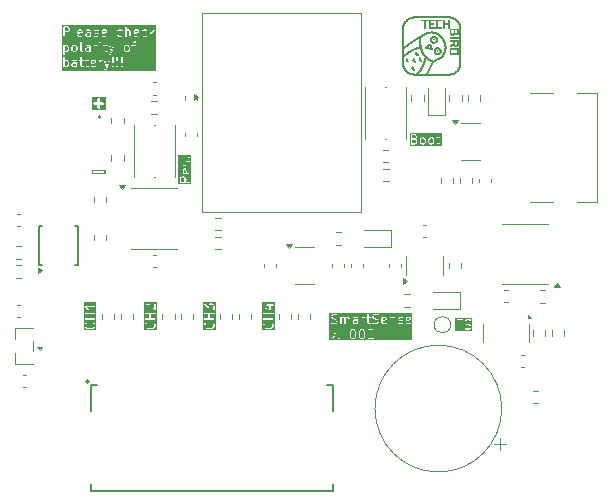
<source format=gbr>
%TF.GenerationSoftware,KiCad,Pcbnew,9.0.5*%
%TF.CreationDate,2025-11-01T17:51:25+01:00*%
%TF.ProjectId,TechBird_SmartTemp,54656368-4269-4726-945f-536d61727454,rev?*%
%TF.SameCoordinates,Original*%
%TF.FileFunction,Legend,Top*%
%TF.FilePolarity,Positive*%
%FSLAX46Y46*%
G04 Gerber Fmt 4.6, Leading zero omitted, Abs format (unit mm)*
G04 Created by KiCad (PCBNEW 9.0.5) date 2025-11-01 17:51:25*
%MOMM*%
%LPD*%
G01*
G04 APERTURE LIST*
%ADD10C,0.100000*%
%ADD11C,0.200000*%
%ADD12C,0.120000*%
%ADD13C,0.127000*%
%ADD14C,0.150000*%
%ADD15C,0.050022*%
%ADD16C,0.000000*%
G04 APERTURE END LIST*
D10*
G36*
X113403784Y-83986508D02*
G01*
X112288037Y-83986508D01*
X112288037Y-83504761D01*
X112414895Y-83504761D01*
X112414895Y-83580952D01*
X112416458Y-83588814D01*
X112417461Y-83596763D01*
X112455556Y-83711049D01*
X112456796Y-83713224D01*
X112456796Y-83714372D01*
X112461246Y-83721032D01*
X112465217Y-83727998D01*
X112466244Y-83728511D01*
X112467635Y-83730593D01*
X112543825Y-83806783D01*
X112550491Y-83811237D01*
X112556820Y-83816149D01*
X112633011Y-83854245D01*
X112638293Y-83855691D01*
X112643244Y-83858030D01*
X112795625Y-83896126D01*
X112801742Y-83896423D01*
X112807752Y-83897619D01*
X112922038Y-83897619D01*
X112928047Y-83896423D01*
X112934165Y-83896126D01*
X113086546Y-83858030D01*
X113091498Y-83855690D01*
X113096780Y-83854244D01*
X113172970Y-83816149D01*
X113179298Y-83811237D01*
X113185964Y-83806784D01*
X113262155Y-83730593D01*
X113263545Y-83728511D01*
X113264573Y-83727998D01*
X113268543Y-83721032D01*
X113272994Y-83714372D01*
X113272994Y-83713224D01*
X113274234Y-83711049D01*
X113312329Y-83596763D01*
X113313331Y-83588814D01*
X113314895Y-83580952D01*
X113314895Y-83504761D01*
X113313331Y-83496898D01*
X113312329Y-83488950D01*
X113274234Y-83374665D01*
X113272994Y-83372489D01*
X113272994Y-83371342D01*
X113268543Y-83364681D01*
X113264573Y-83357716D01*
X113263545Y-83357202D01*
X113262155Y-83355121D01*
X113224059Y-83317025D01*
X113207838Y-83306186D01*
X113169570Y-83306186D01*
X113142510Y-83333246D01*
X113142510Y-83371514D01*
X113153349Y-83387735D01*
X113183098Y-83417484D01*
X113214895Y-83512874D01*
X113214895Y-83572839D01*
X113183099Y-83668227D01*
X113120990Y-83730335D01*
X113056967Y-83762347D01*
X112915883Y-83797619D01*
X112813907Y-83797619D01*
X112672821Y-83762346D01*
X112608797Y-83730335D01*
X112546691Y-83668229D01*
X112514895Y-83572839D01*
X112514895Y-83512874D01*
X112546691Y-83417485D01*
X112576441Y-83387735D01*
X112587279Y-83371514D01*
X112587278Y-83333245D01*
X112560219Y-83306186D01*
X112521950Y-83306187D01*
X112505729Y-83317025D01*
X112467634Y-83355121D01*
X112466242Y-83357203D01*
X112465217Y-83357716D01*
X112461249Y-83364676D01*
X112456796Y-83371342D01*
X112456796Y-83372489D01*
X112455556Y-83374665D01*
X112417461Y-83488950D01*
X112416458Y-83496898D01*
X112414895Y-83504761D01*
X112288037Y-83504761D01*
X112288037Y-82533246D01*
X112418701Y-82533246D01*
X112418701Y-82571514D01*
X112445761Y-82598574D01*
X112464895Y-82602380D01*
X112795847Y-82602380D01*
X112795847Y-82959523D01*
X112464895Y-82959523D01*
X112445761Y-82963329D01*
X112418701Y-82990389D01*
X112418701Y-83028657D01*
X112445761Y-83055717D01*
X112464895Y-83059523D01*
X113264895Y-83059523D01*
X113284029Y-83055717D01*
X113311089Y-83028657D01*
X113311089Y-82990389D01*
X113284029Y-82963329D01*
X113264895Y-82959523D01*
X112895847Y-82959523D01*
X112895847Y-82602380D01*
X113264895Y-82602380D01*
X113284029Y-82598574D01*
X113311089Y-82571514D01*
X113311089Y-82533246D01*
X113284029Y-82506186D01*
X113264895Y-82502380D01*
X112464895Y-82502380D01*
X112445761Y-82506186D01*
X112418701Y-82533246D01*
X112288037Y-82533246D01*
X112288037Y-82022591D01*
X112376926Y-82022591D01*
X112394040Y-82056820D01*
X112410989Y-82066481D01*
X112982416Y-82256958D01*
X113001772Y-82259398D01*
X113009132Y-82255718D01*
X113017362Y-82255718D01*
X113025592Y-82247488D01*
X113036000Y-82242284D01*
X113038602Y-82234477D01*
X113044422Y-82228658D01*
X113048228Y-82209524D01*
X113048228Y-81878571D01*
X113264895Y-81878571D01*
X113284029Y-81874765D01*
X113311089Y-81847705D01*
X113311089Y-81809437D01*
X113284029Y-81782377D01*
X113264895Y-81778571D01*
X113048228Y-81778571D01*
X113048228Y-81714285D01*
X113044422Y-81695151D01*
X113017362Y-81668091D01*
X112979094Y-81668091D01*
X112952034Y-81695151D01*
X112948228Y-81714285D01*
X112948228Y-81778571D01*
X112731561Y-81778571D01*
X112712427Y-81782377D01*
X112685367Y-81809437D01*
X112685367Y-81847705D01*
X112712427Y-81874765D01*
X112731561Y-81878571D01*
X112948228Y-81878571D01*
X112948228Y-82140152D01*
X112442611Y-81971613D01*
X112423256Y-81969173D01*
X112389027Y-81986287D01*
X112376926Y-82022591D01*
X112288037Y-82022591D01*
X112288037Y-81579202D01*
X113403784Y-81579202D01*
X113403784Y-83986508D01*
G37*
G36*
X103403784Y-83986508D02*
G01*
X102326006Y-83986508D01*
X102326006Y-83504761D01*
X102414895Y-83504761D01*
X102414895Y-83580952D01*
X102416458Y-83588814D01*
X102417461Y-83596763D01*
X102455556Y-83711049D01*
X102456796Y-83713224D01*
X102456796Y-83714372D01*
X102461246Y-83721032D01*
X102465217Y-83727998D01*
X102466244Y-83728511D01*
X102467635Y-83730593D01*
X102543825Y-83806783D01*
X102550491Y-83811237D01*
X102556820Y-83816149D01*
X102633011Y-83854245D01*
X102638293Y-83855691D01*
X102643244Y-83858030D01*
X102795625Y-83896126D01*
X102801742Y-83896423D01*
X102807752Y-83897619D01*
X102922038Y-83897619D01*
X102928047Y-83896423D01*
X102934165Y-83896126D01*
X103086546Y-83858030D01*
X103091498Y-83855690D01*
X103096780Y-83854244D01*
X103172970Y-83816149D01*
X103179298Y-83811237D01*
X103185964Y-83806784D01*
X103262155Y-83730593D01*
X103263545Y-83728511D01*
X103264573Y-83727998D01*
X103268543Y-83721032D01*
X103272994Y-83714372D01*
X103272994Y-83713224D01*
X103274234Y-83711049D01*
X103312329Y-83596763D01*
X103313331Y-83588814D01*
X103314895Y-83580952D01*
X103314895Y-83504761D01*
X103313331Y-83496898D01*
X103312329Y-83488950D01*
X103274234Y-83374665D01*
X103272994Y-83372489D01*
X103272994Y-83371342D01*
X103268543Y-83364681D01*
X103264573Y-83357716D01*
X103263545Y-83357202D01*
X103262155Y-83355121D01*
X103224059Y-83317025D01*
X103207838Y-83306186D01*
X103169570Y-83306186D01*
X103142510Y-83333246D01*
X103142510Y-83371514D01*
X103153349Y-83387735D01*
X103183098Y-83417484D01*
X103214895Y-83512874D01*
X103214895Y-83572839D01*
X103183099Y-83668227D01*
X103120990Y-83730335D01*
X103056967Y-83762347D01*
X102915883Y-83797619D01*
X102813907Y-83797619D01*
X102672821Y-83762346D01*
X102608797Y-83730335D01*
X102546691Y-83668229D01*
X102514895Y-83572839D01*
X102514895Y-83512874D01*
X102546691Y-83417485D01*
X102576441Y-83387735D01*
X102587279Y-83371514D01*
X102587278Y-83333245D01*
X102560219Y-83306186D01*
X102521950Y-83306187D01*
X102505729Y-83317025D01*
X102467634Y-83355121D01*
X102466242Y-83357203D01*
X102465217Y-83357716D01*
X102461249Y-83364676D01*
X102456796Y-83371342D01*
X102456796Y-83372489D01*
X102455556Y-83374665D01*
X102417461Y-83488950D01*
X102416458Y-83496898D01*
X102414895Y-83504761D01*
X102326006Y-83504761D01*
X102326006Y-82533246D01*
X102418701Y-82533246D01*
X102418701Y-82571514D01*
X102445761Y-82598574D01*
X102464895Y-82602380D01*
X102795847Y-82602380D01*
X102795847Y-82959523D01*
X102464895Y-82959523D01*
X102445761Y-82963329D01*
X102418701Y-82990389D01*
X102418701Y-83028657D01*
X102445761Y-83055717D01*
X102464895Y-83059523D01*
X103264895Y-83059523D01*
X103284029Y-83055717D01*
X103311089Y-83028657D01*
X103311089Y-82990389D01*
X103284029Y-82963329D01*
X103264895Y-82959523D01*
X102895847Y-82959523D01*
X102895847Y-82602380D01*
X103264895Y-82602380D01*
X103284029Y-82598574D01*
X103311089Y-82571514D01*
X103311089Y-82533246D01*
X103284029Y-82506186D01*
X103264895Y-82502380D01*
X102464895Y-82502380D01*
X102445761Y-82506186D01*
X102418701Y-82533246D01*
X102326006Y-82533246D01*
X102326006Y-81904762D01*
X102414895Y-81904762D01*
X102414895Y-82095238D01*
X102415383Y-82097694D01*
X102415021Y-82098783D01*
X102417137Y-82106510D01*
X102418701Y-82114372D01*
X102419512Y-82115183D01*
X102420174Y-82117599D01*
X102458269Y-82193789D01*
X102463180Y-82200117D01*
X102467634Y-82206783D01*
X102505729Y-82244879D01*
X102521950Y-82255717D01*
X102560219Y-82255718D01*
X102587278Y-82228659D01*
X102587279Y-82190390D01*
X102576441Y-82174169D01*
X102544082Y-82141809D01*
X102514895Y-82083435D01*
X102514895Y-81916564D01*
X102544083Y-81858187D01*
X102570704Y-81831567D01*
X102629079Y-81802381D01*
X102685353Y-81802381D01*
X102780743Y-81834177D01*
X103229540Y-82282974D01*
X103245761Y-82293813D01*
X103284029Y-82293813D01*
X103311089Y-82266753D01*
X103314895Y-82247619D01*
X103314895Y-81752381D01*
X103311089Y-81733247D01*
X103284029Y-81706187D01*
X103245761Y-81706187D01*
X103218701Y-81733247D01*
X103214895Y-81752381D01*
X103214895Y-82126909D01*
X102843107Y-81755121D01*
X102841025Y-81753730D01*
X102840512Y-81752703D01*
X102833546Y-81748732D01*
X102826886Y-81744282D01*
X102825738Y-81744282D01*
X102823563Y-81743042D01*
X102709277Y-81704947D01*
X102701328Y-81703944D01*
X102693466Y-81702381D01*
X102617276Y-81702381D01*
X102614819Y-81702869D01*
X102613732Y-81702507D01*
X102606002Y-81704623D01*
X102598142Y-81706187D01*
X102597331Y-81706997D01*
X102594916Y-81707659D01*
X102518725Y-81745755D01*
X102512403Y-81750661D01*
X102505729Y-81755121D01*
X102467635Y-81793216D01*
X102463182Y-81799878D01*
X102458269Y-81806210D01*
X102420174Y-81882402D01*
X102419512Y-81884816D01*
X102418701Y-81885628D01*
X102417136Y-81893493D01*
X102415021Y-81901218D01*
X102415383Y-81902305D01*
X102414895Y-81904762D01*
X102326006Y-81904762D01*
X102326006Y-81613492D01*
X103403784Y-81613492D01*
X103403784Y-83986508D01*
G37*
G36*
X98303784Y-83986508D02*
G01*
X97226006Y-83986508D01*
X97226006Y-83504761D01*
X97314895Y-83504761D01*
X97314895Y-83580952D01*
X97316458Y-83588814D01*
X97317461Y-83596763D01*
X97355556Y-83711049D01*
X97356796Y-83713224D01*
X97356796Y-83714372D01*
X97361246Y-83721032D01*
X97365217Y-83727998D01*
X97366244Y-83728511D01*
X97367635Y-83730593D01*
X97443825Y-83806783D01*
X97450491Y-83811237D01*
X97456820Y-83816149D01*
X97533011Y-83854245D01*
X97538293Y-83855691D01*
X97543244Y-83858030D01*
X97695625Y-83896126D01*
X97701742Y-83896423D01*
X97707752Y-83897619D01*
X97822038Y-83897619D01*
X97828047Y-83896423D01*
X97834165Y-83896126D01*
X97986546Y-83858030D01*
X97991498Y-83855690D01*
X97996780Y-83854244D01*
X98072970Y-83816149D01*
X98079298Y-83811237D01*
X98085964Y-83806784D01*
X98162155Y-83730593D01*
X98163545Y-83728511D01*
X98164573Y-83727998D01*
X98168543Y-83721032D01*
X98172994Y-83714372D01*
X98172994Y-83713224D01*
X98174234Y-83711049D01*
X98212329Y-83596763D01*
X98213331Y-83588814D01*
X98214895Y-83580952D01*
X98214895Y-83504761D01*
X98213331Y-83496898D01*
X98212329Y-83488950D01*
X98174234Y-83374665D01*
X98172994Y-83372489D01*
X98172994Y-83371342D01*
X98168543Y-83364681D01*
X98164573Y-83357716D01*
X98163545Y-83357202D01*
X98162155Y-83355121D01*
X98124059Y-83317025D01*
X98107838Y-83306186D01*
X98069570Y-83306186D01*
X98042510Y-83333246D01*
X98042510Y-83371514D01*
X98053349Y-83387735D01*
X98083098Y-83417484D01*
X98114895Y-83512874D01*
X98114895Y-83572839D01*
X98083099Y-83668227D01*
X98020990Y-83730335D01*
X97956967Y-83762347D01*
X97815883Y-83797619D01*
X97713907Y-83797619D01*
X97572821Y-83762346D01*
X97508797Y-83730335D01*
X97446691Y-83668229D01*
X97414895Y-83572839D01*
X97414895Y-83512874D01*
X97446691Y-83417485D01*
X97476441Y-83387735D01*
X97487279Y-83371514D01*
X97487278Y-83333245D01*
X97460219Y-83306186D01*
X97421950Y-83306187D01*
X97405729Y-83317025D01*
X97367634Y-83355121D01*
X97366242Y-83357203D01*
X97365217Y-83357716D01*
X97361249Y-83364676D01*
X97356796Y-83371342D01*
X97356796Y-83372489D01*
X97355556Y-83374665D01*
X97317461Y-83488950D01*
X97316458Y-83496898D01*
X97314895Y-83504761D01*
X97226006Y-83504761D01*
X97226006Y-82533246D01*
X97318701Y-82533246D01*
X97318701Y-82571514D01*
X97345761Y-82598574D01*
X97364895Y-82602380D01*
X97695847Y-82602380D01*
X97695847Y-82959523D01*
X97364895Y-82959523D01*
X97345761Y-82963329D01*
X97318701Y-82990389D01*
X97318701Y-83028657D01*
X97345761Y-83055717D01*
X97364895Y-83059523D01*
X98164895Y-83059523D01*
X98184029Y-83055717D01*
X98211089Y-83028657D01*
X98211089Y-82990389D01*
X98184029Y-82963329D01*
X98164895Y-82959523D01*
X97795847Y-82959523D01*
X97795847Y-82602380D01*
X98164895Y-82602380D01*
X98184029Y-82598574D01*
X98211089Y-82571514D01*
X98211089Y-82533246D01*
X98184029Y-82506186D01*
X98164895Y-82502380D01*
X97364895Y-82502380D01*
X97345761Y-82506186D01*
X97318701Y-82533246D01*
X97226006Y-82533246D01*
X97226006Y-81971248D01*
X97315846Y-81971248D01*
X97318701Y-81985523D01*
X97318701Y-82000086D01*
X97322341Y-82003726D01*
X97323351Y-82008774D01*
X97337160Y-82022554D01*
X97447323Y-82095996D01*
X97514279Y-82162952D01*
X97548745Y-82231885D01*
X97560706Y-82247296D01*
X97597010Y-82259398D01*
X97631238Y-82242284D01*
X97643340Y-82205980D01*
X97638188Y-82187164D01*
X97600092Y-82110973D01*
X97595180Y-82104644D01*
X97590726Y-82097978D01*
X97523700Y-82030952D01*
X98114895Y-82030952D01*
X98114895Y-82209524D01*
X98118701Y-82228658D01*
X98145761Y-82255718D01*
X98184029Y-82255718D01*
X98211089Y-82228658D01*
X98214895Y-82209524D01*
X98214895Y-81752381D01*
X98211089Y-81733247D01*
X98184029Y-81706187D01*
X98145761Y-81706187D01*
X98118701Y-81733247D01*
X98114895Y-81752381D01*
X98114895Y-81930952D01*
X97364895Y-81930952D01*
X97345761Y-81934758D01*
X97342120Y-81938398D01*
X97337073Y-81939408D01*
X97328996Y-81951522D01*
X97318701Y-81961818D01*
X97318701Y-81966965D01*
X97315846Y-81971248D01*
X97226006Y-81971248D01*
X97226006Y-81617298D01*
X98303784Y-81617298D01*
X98303784Y-83986508D01*
G37*
G36*
X130123725Y-84003784D02*
G01*
X128706896Y-84003784D01*
X128706896Y-83045761D01*
X128795785Y-83045761D01*
X128795785Y-83084029D01*
X128822845Y-83111089D01*
X128841979Y-83114895D01*
X129020550Y-83114895D01*
X129020550Y-83864895D01*
X129024356Y-83884029D01*
X129051416Y-83911089D01*
X129089684Y-83911089D01*
X129116744Y-83884029D01*
X129120550Y-83864895D01*
X129120550Y-83217276D01*
X129477693Y-83217276D01*
X129477693Y-83293466D01*
X129478181Y-83295922D01*
X129477819Y-83297011D01*
X129479935Y-83304738D01*
X129481499Y-83312600D01*
X129482310Y-83313411D01*
X129482972Y-83315827D01*
X129521068Y-83392018D01*
X129525981Y-83398349D01*
X129530434Y-83405012D01*
X129568528Y-83443107D01*
X129575194Y-83447561D01*
X129581523Y-83452473D01*
X129657713Y-83490568D01*
X129662994Y-83492014D01*
X129667947Y-83494354D01*
X129815002Y-83531117D01*
X129879028Y-83563130D01*
X129905648Y-83589751D01*
X129934836Y-83648126D01*
X129934836Y-83700711D01*
X129905648Y-83759085D01*
X129879027Y-83785707D01*
X129820653Y-83814895D01*
X129650092Y-83814895D01*
X129543504Y-83779366D01*
X129524149Y-83776926D01*
X129489920Y-83794040D01*
X129477819Y-83830344D01*
X129494933Y-83864573D01*
X129511882Y-83874234D01*
X129626168Y-83912329D01*
X129634116Y-83913331D01*
X129641979Y-83914895D01*
X129832455Y-83914895D01*
X129834911Y-83914406D01*
X129835999Y-83914769D01*
X129843723Y-83912653D01*
X129851589Y-83911089D01*
X129852400Y-83910277D01*
X129854815Y-83909616D01*
X129931007Y-83871521D01*
X129937332Y-83866611D01*
X129944002Y-83862155D01*
X129982097Y-83824059D01*
X129986550Y-83817393D01*
X129991462Y-83811065D01*
X130029557Y-83734875D01*
X130030218Y-83732459D01*
X130031030Y-83731648D01*
X130032593Y-83723786D01*
X130034710Y-83716059D01*
X130034347Y-83714970D01*
X130034836Y-83712514D01*
X130034836Y-83636323D01*
X130034347Y-83633866D01*
X130034710Y-83632778D01*
X130032593Y-83625050D01*
X130031030Y-83617189D01*
X130030218Y-83616377D01*
X130029557Y-83613962D01*
X129991462Y-83537772D01*
X129986550Y-83531443D01*
X129982096Y-83524777D01*
X129944001Y-83486683D01*
X129937338Y-83482230D01*
X129931007Y-83477317D01*
X129854816Y-83439221D01*
X129849534Y-83437774D01*
X129844582Y-83435435D01*
X129697524Y-83398670D01*
X129633502Y-83366659D01*
X129606881Y-83340039D01*
X129577693Y-83281662D01*
X129577693Y-83229079D01*
X129606881Y-83170702D01*
X129633502Y-83144082D01*
X129691877Y-83114895D01*
X129862438Y-83114895D01*
X129969025Y-83150424D01*
X129988380Y-83152864D01*
X130022609Y-83135750D01*
X130034710Y-83099446D01*
X130017596Y-83065217D01*
X130000647Y-83055556D01*
X129886362Y-83017461D01*
X129878413Y-83016458D01*
X129870551Y-83014895D01*
X129680074Y-83014895D01*
X129677617Y-83015383D01*
X129676529Y-83015021D01*
X129668801Y-83017137D01*
X129660940Y-83018701D01*
X129660128Y-83019512D01*
X129657713Y-83020174D01*
X129581523Y-83058269D01*
X129575194Y-83063180D01*
X129568528Y-83067635D01*
X129530434Y-83105730D01*
X129525981Y-83112392D01*
X129521068Y-83118724D01*
X129482972Y-83194915D01*
X129482310Y-83197330D01*
X129481499Y-83198142D01*
X129479935Y-83206003D01*
X129477819Y-83213731D01*
X129478181Y-83214819D01*
X129477693Y-83217276D01*
X129120550Y-83217276D01*
X129120550Y-83114895D01*
X129299122Y-83114895D01*
X129318256Y-83111089D01*
X129345316Y-83084029D01*
X129345316Y-83045761D01*
X129318256Y-83018701D01*
X129299122Y-83014895D01*
X128841979Y-83014895D01*
X128822845Y-83018701D01*
X128795785Y-83045761D01*
X128706896Y-83045761D01*
X128706896Y-82926006D01*
X130123725Y-82926006D01*
X130123725Y-84003784D01*
G37*
G36*
X105710134Y-71065779D02*
G01*
X105736754Y-71092400D01*
X105765942Y-71150775D01*
X105765942Y-71393734D01*
X105446895Y-71393734D01*
X105446895Y-71150775D01*
X105476082Y-71092399D01*
X105502703Y-71065779D01*
X105561079Y-71036591D01*
X105651758Y-71036591D01*
X105710134Y-71065779D01*
G37*
G36*
X105869238Y-70631830D02*
G01*
X105789650Y-70631830D01*
X105738925Y-70606466D01*
X105713561Y-70555740D01*
X105713561Y-70426966D01*
X105738924Y-70376239D01*
X105789650Y-70350877D01*
X105813048Y-70350877D01*
X105869238Y-70631830D01*
G37*
G36*
X106335784Y-71582623D02*
G01*
X105258006Y-71582623D01*
X105258006Y-71138972D01*
X105346895Y-71138972D01*
X105346895Y-71443734D01*
X105350701Y-71462868D01*
X105377761Y-71489928D01*
X105396895Y-71493734D01*
X106196895Y-71493734D01*
X106216029Y-71489928D01*
X106243089Y-71462868D01*
X106243089Y-71424600D01*
X106216029Y-71397540D01*
X106196895Y-71393734D01*
X105865942Y-71393734D01*
X105865942Y-71279291D01*
X106225568Y-71027553D01*
X106239060Y-71013462D01*
X106245711Y-70975776D01*
X106223766Y-70944425D01*
X106186079Y-70937775D01*
X106168222Y-70945630D01*
X105865942Y-71157225D01*
X105865942Y-71138972D01*
X105865453Y-71136515D01*
X105865816Y-71135427D01*
X105863699Y-71127699D01*
X105862136Y-71119838D01*
X105861324Y-71119026D01*
X105860663Y-71116611D01*
X105822568Y-71040421D01*
X105817656Y-71034092D01*
X105813202Y-71027426D01*
X105775107Y-70989332D01*
X105768444Y-70984879D01*
X105762113Y-70979966D01*
X105685922Y-70941870D01*
X105683506Y-70941208D01*
X105682695Y-70940397D01*
X105674833Y-70938833D01*
X105667106Y-70936717D01*
X105666017Y-70937079D01*
X105663561Y-70936591D01*
X105549276Y-70936591D01*
X105546819Y-70937079D01*
X105545731Y-70936717D01*
X105538003Y-70938833D01*
X105530142Y-70940397D01*
X105529330Y-70941208D01*
X105526915Y-70941870D01*
X105450724Y-70979966D01*
X105444395Y-70984877D01*
X105437729Y-70989332D01*
X105399635Y-71027427D01*
X105395184Y-71034086D01*
X105390269Y-71040421D01*
X105352174Y-71116611D01*
X105351512Y-71119026D01*
X105350701Y-71119838D01*
X105349137Y-71127699D01*
X105347021Y-71135427D01*
X105347383Y-71136515D01*
X105346895Y-71138972D01*
X105258006Y-71138972D01*
X105258006Y-70415163D01*
X105613561Y-70415163D01*
X105613561Y-70567544D01*
X105614049Y-70570000D01*
X105613687Y-70571089D01*
X105615803Y-70578816D01*
X105617367Y-70586678D01*
X105618178Y-70587489D01*
X105618840Y-70589905D01*
X105656936Y-70666095D01*
X105663038Y-70673957D01*
X105663884Y-70676494D01*
X105666708Y-70678685D01*
X105668897Y-70681506D01*
X105671430Y-70682350D01*
X105679296Y-70688455D01*
X105755485Y-70726551D01*
X105757901Y-70727212D01*
X105758713Y-70728024D01*
X105766571Y-70729587D01*
X105774301Y-70731704D01*
X105775389Y-70731341D01*
X105777847Y-70731830D01*
X106082609Y-70731830D01*
X106085065Y-70731341D01*
X106086154Y-70731704D01*
X106093881Y-70729587D01*
X106101743Y-70728024D01*
X106102554Y-70727212D01*
X106104970Y-70726551D01*
X106181161Y-70688455D01*
X106189023Y-70682352D01*
X106191560Y-70681507D01*
X106193751Y-70678682D01*
X106196572Y-70676494D01*
X106197416Y-70673960D01*
X106203521Y-70666095D01*
X106241616Y-70589905D01*
X106242277Y-70587489D01*
X106243089Y-70586678D01*
X106244652Y-70578816D01*
X106246769Y-70571089D01*
X106246406Y-70570000D01*
X106246895Y-70567544D01*
X106246895Y-70415163D01*
X106246406Y-70412706D01*
X106246769Y-70411619D01*
X106244652Y-70403889D01*
X106243089Y-70396029D01*
X106242278Y-70395218D01*
X106241617Y-70392803D01*
X106203521Y-70316612D01*
X106191560Y-70301200D01*
X106155256Y-70289098D01*
X106121028Y-70306212D01*
X106108926Y-70342516D01*
X106114079Y-70361332D01*
X106146895Y-70426965D01*
X106146895Y-70555741D01*
X106121532Y-70606466D01*
X106070806Y-70631830D01*
X105971218Y-70631830D01*
X105903067Y-70291071D01*
X105900232Y-70284247D01*
X105900232Y-70281743D01*
X105898452Y-70279963D01*
X105895582Y-70273055D01*
X105883468Y-70264979D01*
X105873172Y-70254683D01*
X105865834Y-70253223D01*
X105863741Y-70251828D01*
X105861286Y-70252318D01*
X105854038Y-70250877D01*
X105777847Y-70250877D01*
X105775390Y-70251365D01*
X105774302Y-70251003D01*
X105766574Y-70253119D01*
X105758713Y-70254683D01*
X105757901Y-70255494D01*
X105755486Y-70256156D01*
X105679296Y-70294251D01*
X105671430Y-70300355D01*
X105668897Y-70301200D01*
X105666708Y-70304020D01*
X105663884Y-70306212D01*
X105663038Y-70308748D01*
X105656936Y-70316611D01*
X105618840Y-70392802D01*
X105618178Y-70395217D01*
X105617367Y-70396029D01*
X105615803Y-70403890D01*
X105613687Y-70411618D01*
X105614049Y-70412706D01*
X105613561Y-70415163D01*
X105258006Y-70415163D01*
X105258006Y-69767544D01*
X105613561Y-69767544D01*
X105613561Y-69881830D01*
X105614049Y-69884286D01*
X105613687Y-69885375D01*
X105615803Y-69893102D01*
X105617367Y-69900964D01*
X105618178Y-69901775D01*
X105618840Y-69904191D01*
X105656936Y-69980381D01*
X105663038Y-69988243D01*
X105663884Y-69990780D01*
X105666708Y-69992971D01*
X105668897Y-69995792D01*
X105671430Y-69996636D01*
X105679296Y-70002741D01*
X105755485Y-70040837D01*
X105757901Y-70041498D01*
X105758713Y-70042310D01*
X105766571Y-70043873D01*
X105774301Y-70045990D01*
X105775389Y-70045627D01*
X105777847Y-70046116D01*
X105815942Y-70046116D01*
X105818398Y-70045627D01*
X105819487Y-70045990D01*
X105827214Y-70043873D01*
X105835076Y-70042310D01*
X105835887Y-70041498D01*
X105838303Y-70040837D01*
X105914494Y-70002741D01*
X105922356Y-69996638D01*
X105924893Y-69995793D01*
X105927084Y-69992968D01*
X105929905Y-69990780D01*
X105930749Y-69988246D01*
X105936854Y-69980381D01*
X105974949Y-69904191D01*
X105975610Y-69901775D01*
X105976422Y-69900964D01*
X105977985Y-69893102D01*
X105980102Y-69885375D01*
X105979739Y-69884286D01*
X105980228Y-69881830D01*
X105980228Y-69779347D01*
X106005590Y-69728621D01*
X106056317Y-69703258D01*
X106070806Y-69703258D01*
X106121532Y-69728621D01*
X106146895Y-69779347D01*
X106146895Y-69908122D01*
X106114079Y-69973756D01*
X106108926Y-69992572D01*
X106121028Y-70028876D01*
X106155256Y-70045990D01*
X106191560Y-70033888D01*
X106203521Y-70018476D01*
X106241617Y-69942285D01*
X106242278Y-69939869D01*
X106243089Y-69939059D01*
X106244652Y-69931198D01*
X106246769Y-69923469D01*
X106246406Y-69922381D01*
X106246895Y-69919925D01*
X106246895Y-69767544D01*
X106246406Y-69765087D01*
X106246769Y-69763999D01*
X106244652Y-69756271D01*
X106243089Y-69748410D01*
X106242277Y-69747598D01*
X106241616Y-69745183D01*
X106203521Y-69668993D01*
X106197416Y-69661127D01*
X106196572Y-69658594D01*
X106193751Y-69656405D01*
X106191560Y-69653581D01*
X106189023Y-69652735D01*
X106181161Y-69646633D01*
X106104970Y-69608537D01*
X106102554Y-69607875D01*
X106101743Y-69607064D01*
X106093881Y-69605500D01*
X106086154Y-69603384D01*
X106085065Y-69603746D01*
X106082609Y-69603258D01*
X106044514Y-69603258D01*
X106042057Y-69603746D01*
X106040969Y-69603384D01*
X106033241Y-69605500D01*
X106025380Y-69607064D01*
X106024568Y-69607875D01*
X106022153Y-69608537D01*
X105945962Y-69646633D01*
X105938098Y-69652735D01*
X105935563Y-69653581D01*
X105933372Y-69656403D01*
X105930550Y-69658594D01*
X105929704Y-69661129D01*
X105923602Y-69668993D01*
X105885507Y-69745183D01*
X105884845Y-69747598D01*
X105884034Y-69748410D01*
X105882470Y-69756271D01*
X105880354Y-69763999D01*
X105880716Y-69765087D01*
X105880228Y-69767544D01*
X105880228Y-69870027D01*
X105854865Y-69920752D01*
X105804139Y-69946116D01*
X105789650Y-69946116D01*
X105738925Y-69920752D01*
X105713561Y-69870026D01*
X105713561Y-69779347D01*
X105746378Y-69713716D01*
X105751531Y-69694900D01*
X105739430Y-69658595D01*
X105705202Y-69641480D01*
X105668897Y-69653582D01*
X105656936Y-69668993D01*
X105618840Y-69745183D01*
X105618178Y-69747598D01*
X105617367Y-69748410D01*
X105615803Y-69756271D01*
X105613687Y-69763999D01*
X105614049Y-69765087D01*
X105613561Y-69767544D01*
X105258006Y-69767544D01*
X105258006Y-69291266D01*
X106074510Y-69291266D01*
X106074510Y-69291267D01*
X106074510Y-69329535D01*
X106085349Y-69345756D01*
X106123445Y-69383852D01*
X106139666Y-69394691D01*
X106177934Y-69394691D01*
X106177935Y-69394691D01*
X106194156Y-69383852D01*
X106232251Y-69345756D01*
X106243089Y-69329535D01*
X106243089Y-69313142D01*
X106243089Y-69291267D01*
X106243089Y-69291266D01*
X106232250Y-69275045D01*
X106194155Y-69236951D01*
X106177934Y-69226112D01*
X106139666Y-69226112D01*
X106123445Y-69236950D01*
X106085349Y-69275045D01*
X106074510Y-69291266D01*
X105258006Y-69291266D01*
X105258006Y-69137223D01*
X106335784Y-69137223D01*
X106335784Y-71582623D01*
G37*
D11*
G36*
X99090143Y-70782377D02*
G01*
X97909858Y-70782377D01*
X97909858Y-70551757D01*
X98020969Y-70551757D01*
X98020969Y-70590775D01*
X98035901Y-70626823D01*
X98063491Y-70654413D01*
X98099539Y-70669345D01*
X98119048Y-70671266D01*
X98880953Y-70671266D01*
X98900462Y-70669345D01*
X98936510Y-70654413D01*
X98964100Y-70626823D01*
X98979032Y-70590775D01*
X98979032Y-70551757D01*
X98964100Y-70515709D01*
X98936510Y-70488119D01*
X98900462Y-70473187D01*
X98880953Y-70471266D01*
X98119048Y-70471266D01*
X98099539Y-70473187D01*
X98063491Y-70488119D01*
X98035901Y-70515709D01*
X98020969Y-70551757D01*
X97909858Y-70551757D01*
X97909858Y-70360155D01*
X99090143Y-70360155D01*
X99090143Y-70782377D01*
G37*
D10*
G36*
X95831409Y-61198704D02*
G01*
X95858029Y-61225325D01*
X95887217Y-61283700D01*
X95887217Y-61488666D01*
X95858029Y-61547040D01*
X95831408Y-61573662D01*
X95773034Y-61602850D01*
X95644258Y-61602850D01*
X95606265Y-61583853D01*
X95606265Y-61188513D01*
X95644258Y-61169516D01*
X95773033Y-61169516D01*
X95831409Y-61198704D01*
G37*
G36*
X96572932Y-61583853D02*
G01*
X96534939Y-61602850D01*
X96368068Y-61602850D01*
X96317342Y-61577487D01*
X96291979Y-61526760D01*
X96291979Y-61474177D01*
X96317342Y-61423450D01*
X96368068Y-61398088D01*
X96546741Y-61398088D01*
X96549197Y-61397599D01*
X96550285Y-61397962D01*
X96558009Y-61395846D01*
X96565875Y-61394282D01*
X96566686Y-61393470D01*
X96569101Y-61392809D01*
X96572932Y-61390893D01*
X96572932Y-61583853D01*
G37*
G36*
X98185665Y-61194879D02*
G01*
X98211028Y-61245605D01*
X98211028Y-61269002D01*
X97930075Y-61325192D01*
X97930075Y-61245605D01*
X97955439Y-61194879D01*
X98006164Y-61169516D01*
X98134939Y-61169516D01*
X98185665Y-61194879D01*
G37*
G36*
X95831409Y-59910749D02*
G01*
X95858029Y-59937370D01*
X95887217Y-59995745D01*
X95887217Y-60200711D01*
X95858029Y-60259085D01*
X95831408Y-60285707D01*
X95773034Y-60314895D01*
X95644258Y-60314895D01*
X95606265Y-60295898D01*
X95606265Y-59900558D01*
X95644258Y-59881561D01*
X95773033Y-59881561D01*
X95831409Y-59910749D01*
G37*
G36*
X96555219Y-59910749D02*
G01*
X96581839Y-59937370D01*
X96611027Y-59995745D01*
X96611027Y-60200711D01*
X96581839Y-60259085D01*
X96555218Y-60285707D01*
X96496844Y-60314895D01*
X96406163Y-60314895D01*
X96347789Y-60285708D01*
X96321167Y-60259086D01*
X96291979Y-60200710D01*
X96291979Y-59995745D01*
X96321168Y-59937368D01*
X96347788Y-59910748D01*
X96406163Y-59881561D01*
X96496843Y-59881561D01*
X96555219Y-59910749D01*
G37*
G36*
X97715790Y-60295898D02*
G01*
X97677797Y-60314895D01*
X97510926Y-60314895D01*
X97460200Y-60289532D01*
X97434837Y-60238805D01*
X97434837Y-60186222D01*
X97460200Y-60135495D01*
X97510926Y-60110133D01*
X97689599Y-60110133D01*
X97692055Y-60109644D01*
X97693143Y-60110007D01*
X97700867Y-60107891D01*
X97708733Y-60106327D01*
X97709544Y-60105515D01*
X97711959Y-60104854D01*
X97715790Y-60102938D01*
X97715790Y-60295898D01*
G37*
G36*
X100974268Y-59910749D02*
G01*
X101000888Y-59937370D01*
X101030076Y-59995745D01*
X101030076Y-60200711D01*
X101000888Y-60259085D01*
X100974267Y-60285707D01*
X100915893Y-60314895D01*
X100825212Y-60314895D01*
X100766838Y-60285708D01*
X100740216Y-60259086D01*
X100711028Y-60200710D01*
X100711028Y-59995745D01*
X100740217Y-59937368D01*
X100766837Y-59910748D01*
X100825212Y-59881561D01*
X100915892Y-59881561D01*
X100974268Y-59910749D01*
G37*
G36*
X97042807Y-58618969D02*
G01*
X97068170Y-58669695D01*
X97068170Y-58693092D01*
X96787217Y-58749282D01*
X96787217Y-58669695D01*
X96812581Y-58618969D01*
X96863306Y-58593606D01*
X96992081Y-58593606D01*
X97042807Y-58618969D01*
G37*
G36*
X97753884Y-59007943D02*
G01*
X97715891Y-59026940D01*
X97549020Y-59026940D01*
X97498294Y-59001577D01*
X97472931Y-58950850D01*
X97472931Y-58898267D01*
X97498294Y-58847540D01*
X97549020Y-58822178D01*
X97727693Y-58822178D01*
X97730149Y-58821689D01*
X97731237Y-58822052D01*
X97738961Y-58819936D01*
X97746827Y-58818372D01*
X97747638Y-58817560D01*
X97750053Y-58816899D01*
X97753884Y-58814983D01*
X97753884Y-59007943D01*
G37*
G36*
X99099950Y-58618969D02*
G01*
X99125313Y-58669695D01*
X99125313Y-58693092D01*
X98844360Y-58749282D01*
X98844360Y-58669695D01*
X98869724Y-58618969D01*
X98920449Y-58593606D01*
X99049224Y-58593606D01*
X99099950Y-58618969D01*
G37*
G36*
X101804712Y-58618969D02*
G01*
X101830075Y-58669695D01*
X101830075Y-58693092D01*
X101549122Y-58749282D01*
X101549122Y-58669695D01*
X101574486Y-58618969D01*
X101625211Y-58593606D01*
X101753986Y-58593606D01*
X101804712Y-58618969D01*
G37*
G36*
X95907599Y-58356127D02*
G01*
X95934219Y-58382748D01*
X95963408Y-58441124D01*
X95963408Y-58531802D01*
X95934219Y-58590178D01*
X95907599Y-58616799D01*
X95849224Y-58645987D01*
X95606265Y-58645987D01*
X95606265Y-58326940D01*
X95849224Y-58326940D01*
X95907599Y-58356127D01*
G37*
G36*
X103350733Y-62058279D02*
G01*
X95417376Y-62058279D01*
X95417376Y-60852850D01*
X95506265Y-60852850D01*
X95506265Y-61652850D01*
X95510071Y-61671984D01*
X95537131Y-61699044D01*
X95575399Y-61699044D01*
X95587946Y-61686497D01*
X95610094Y-61697571D01*
X95612509Y-61698232D01*
X95613321Y-61699044D01*
X95621182Y-61700607D01*
X95628910Y-61702724D01*
X95629998Y-61702361D01*
X95632455Y-61702850D01*
X95784836Y-61702850D01*
X95787292Y-61702361D01*
X95788380Y-61702724D01*
X95796104Y-61700608D01*
X95803970Y-61699044D01*
X95804781Y-61698232D01*
X95807196Y-61697571D01*
X95883388Y-61659476D01*
X95889713Y-61654566D01*
X95896383Y-61650110D01*
X95934478Y-61612014D01*
X95938931Y-61605348D01*
X95943843Y-61599020D01*
X95981938Y-61522830D01*
X95982599Y-61520414D01*
X95983411Y-61519603D01*
X95984974Y-61511741D01*
X95987091Y-61504014D01*
X95986728Y-61502925D01*
X95987217Y-61500469D01*
X95987217Y-61462374D01*
X96191979Y-61462374D01*
X96191979Y-61538564D01*
X96192467Y-61541020D01*
X96192105Y-61542109D01*
X96194221Y-61549836D01*
X96195785Y-61557698D01*
X96196596Y-61558509D01*
X96197258Y-61560925D01*
X96235354Y-61637116D01*
X96241456Y-61644978D01*
X96242302Y-61647515D01*
X96245126Y-61649706D01*
X96247315Y-61652527D01*
X96249848Y-61653371D01*
X96257714Y-61659476D01*
X96333904Y-61697571D01*
X96336319Y-61698232D01*
X96337131Y-61699044D01*
X96344992Y-61700607D01*
X96352720Y-61702724D01*
X96353808Y-61702361D01*
X96356265Y-61702850D01*
X96546741Y-61702850D01*
X96549197Y-61702361D01*
X96550285Y-61702724D01*
X96558009Y-61700608D01*
X96565875Y-61699044D01*
X96566686Y-61698232D01*
X96569101Y-61697571D01*
X96591250Y-61686496D01*
X96603798Y-61699044D01*
X96642066Y-61699044D01*
X96669126Y-61671984D01*
X96672932Y-61652850D01*
X96672932Y-61233802D01*
X96672443Y-61231345D01*
X96672806Y-61230257D01*
X96670689Y-61222529D01*
X96669126Y-61214668D01*
X96668314Y-61213856D01*
X96667653Y-61211441D01*
X96629558Y-61135251D01*
X96623453Y-61127385D01*
X96622609Y-61124852D01*
X96619788Y-61122663D01*
X96617597Y-61119839D01*
X96615060Y-61118993D01*
X96607198Y-61112891D01*
X96582180Y-61100382D01*
X96843405Y-61100382D01*
X96843405Y-61138650D01*
X96870465Y-61165710D01*
X96889599Y-61169516D01*
X96953885Y-61169516D01*
X96953885Y-61538564D01*
X96954373Y-61541020D01*
X96954011Y-61542108D01*
X96956126Y-61549832D01*
X96957691Y-61557698D01*
X96958502Y-61558509D01*
X96959164Y-61560924D01*
X96997259Y-61637116D01*
X97003361Y-61644978D01*
X97004207Y-61647515D01*
X97007031Y-61649706D01*
X97009220Y-61652527D01*
X97011753Y-61653371D01*
X97019619Y-61659476D01*
X97095809Y-61697571D01*
X97098224Y-61698232D01*
X97099036Y-61699044D01*
X97106897Y-61700607D01*
X97114625Y-61702724D01*
X97115713Y-61702361D01*
X97118170Y-61702850D01*
X97194361Y-61702850D01*
X97213495Y-61699044D01*
X97240555Y-61671984D01*
X97240555Y-61633716D01*
X97213495Y-61606656D01*
X97194361Y-61602850D01*
X97129973Y-61602850D01*
X97079248Y-61577487D01*
X97053885Y-61526761D01*
X97053885Y-61169516D01*
X97194361Y-61169516D01*
X97213495Y-61165710D01*
X97240555Y-61138650D01*
X97240555Y-61100382D01*
X97300548Y-61100382D01*
X97300548Y-61138650D01*
X97327608Y-61165710D01*
X97346742Y-61169516D01*
X97411028Y-61169516D01*
X97411028Y-61538564D01*
X97411516Y-61541020D01*
X97411154Y-61542108D01*
X97413269Y-61549832D01*
X97414834Y-61557698D01*
X97415645Y-61558509D01*
X97416307Y-61560924D01*
X97454402Y-61637116D01*
X97460504Y-61644978D01*
X97461350Y-61647515D01*
X97464174Y-61649706D01*
X97466363Y-61652527D01*
X97468896Y-61653371D01*
X97476762Y-61659476D01*
X97552952Y-61697571D01*
X97555367Y-61698232D01*
X97556179Y-61699044D01*
X97564040Y-61700607D01*
X97571768Y-61702724D01*
X97572856Y-61702361D01*
X97575313Y-61702850D01*
X97651504Y-61702850D01*
X97670638Y-61699044D01*
X97697698Y-61671984D01*
X97697698Y-61633716D01*
X97670638Y-61606656D01*
X97651504Y-61602850D01*
X97587116Y-61602850D01*
X97536391Y-61577487D01*
X97511028Y-61526761D01*
X97511028Y-61233802D01*
X97830075Y-61233802D01*
X97830075Y-61538564D01*
X97830563Y-61541020D01*
X97830201Y-61542109D01*
X97832317Y-61549836D01*
X97833881Y-61557698D01*
X97834692Y-61558509D01*
X97835354Y-61560925D01*
X97873450Y-61637116D01*
X97879552Y-61644978D01*
X97880398Y-61647515D01*
X97883222Y-61649706D01*
X97885411Y-61652527D01*
X97887944Y-61653371D01*
X97895810Y-61659476D01*
X97972000Y-61697571D01*
X97974415Y-61698232D01*
X97975227Y-61699044D01*
X97983088Y-61700607D01*
X97990816Y-61702724D01*
X97991904Y-61702361D01*
X97994361Y-61702850D01*
X98146742Y-61702850D01*
X98149198Y-61702361D01*
X98150286Y-61702724D01*
X98158010Y-61700608D01*
X98165876Y-61699044D01*
X98166687Y-61698232D01*
X98169102Y-61697571D01*
X98245294Y-61659476D01*
X98260705Y-61647515D01*
X98272807Y-61611211D01*
X98255693Y-61576983D01*
X98219389Y-61564881D01*
X98200573Y-61570033D01*
X98134940Y-61602850D01*
X98006164Y-61602850D01*
X97955438Y-61577487D01*
X97930075Y-61526760D01*
X97930075Y-61427173D01*
X98270833Y-61359022D01*
X98277658Y-61356187D01*
X98280162Y-61356187D01*
X98281941Y-61354407D01*
X98288850Y-61351538D01*
X98296926Y-61339422D01*
X98307222Y-61329127D01*
X98308681Y-61321789D01*
X98310077Y-61319696D01*
X98309586Y-61317241D01*
X98311028Y-61309993D01*
X98311028Y-61233802D01*
X98310539Y-61231345D01*
X98310902Y-61230257D01*
X98308785Y-61222529D01*
X98307222Y-61214668D01*
X98306410Y-61213856D01*
X98305749Y-61211441D01*
X98267654Y-61135251D01*
X98261549Y-61127385D01*
X98260705Y-61124852D01*
X98257884Y-61122663D01*
X98255693Y-61119839D01*
X98254724Y-61119516D01*
X98553885Y-61119516D01*
X98553885Y-61652850D01*
X98557691Y-61671984D01*
X98584751Y-61699044D01*
X98623019Y-61699044D01*
X98650079Y-61671984D01*
X98653885Y-61652850D01*
X98653885Y-61283700D01*
X98683072Y-61225324D01*
X98709693Y-61198704D01*
X98768069Y-61169516D01*
X98832456Y-61169516D01*
X98851590Y-61165710D01*
X98878650Y-61138650D01*
X98878650Y-61117033D01*
X98972994Y-61117033D01*
X98975845Y-61136333D01*
X99159956Y-61651847D01*
X99094605Y-61815227D01*
X99069506Y-61840327D01*
X99000572Y-61874795D01*
X98985160Y-61886756D01*
X98973058Y-61923060D01*
X98990172Y-61957288D01*
X99026476Y-61969390D01*
X99045292Y-61964237D01*
X99121484Y-61926142D01*
X99127815Y-61921228D01*
X99134478Y-61916776D01*
X99172573Y-61878682D01*
X99172808Y-61878330D01*
X99173002Y-61878247D01*
X99178138Y-61870352D01*
X99183412Y-61862461D01*
X99183412Y-61862248D01*
X99183642Y-61861895D01*
X99259832Y-61671419D01*
X99260006Y-61670483D01*
X99260495Y-61669667D01*
X99286940Y-61595621D01*
X99624357Y-61595621D01*
X99624357Y-61633890D01*
X99635196Y-61650111D01*
X99673292Y-61688206D01*
X99689513Y-61699044D01*
X99727781Y-61699044D01*
X99744002Y-61688205D01*
X99782097Y-61650111D01*
X99792936Y-61633890D01*
X99792936Y-61595621D01*
X100005309Y-61595621D01*
X100005309Y-61633890D01*
X100016148Y-61650111D01*
X100054244Y-61688206D01*
X100070465Y-61699044D01*
X100108733Y-61699044D01*
X100124954Y-61688205D01*
X100163049Y-61650111D01*
X100173888Y-61633890D01*
X100173888Y-61595621D01*
X100386261Y-61595621D01*
X100386261Y-61633890D01*
X100397100Y-61650111D01*
X100435196Y-61688206D01*
X100451417Y-61699044D01*
X100489685Y-61699044D01*
X100505906Y-61688205D01*
X100544001Y-61650111D01*
X100554840Y-61633890D01*
X100554840Y-61595621D01*
X100544002Y-61579400D01*
X100505907Y-61541304D01*
X100489686Y-61530465D01*
X100489685Y-61530465D01*
X100451417Y-61530465D01*
X100435196Y-61541304D01*
X100397100Y-61579400D01*
X100386261Y-61595621D01*
X100173888Y-61595621D01*
X100163050Y-61579400D01*
X100124955Y-61541304D01*
X100108734Y-61530465D01*
X100108733Y-61530465D01*
X100070465Y-61530465D01*
X100054244Y-61541304D01*
X100016148Y-61579400D01*
X100005309Y-61595621D01*
X99792936Y-61595621D01*
X99782098Y-61579400D01*
X99744003Y-61541304D01*
X99727782Y-61530465D01*
X99727781Y-61530465D01*
X99689513Y-61530465D01*
X99673292Y-61541304D01*
X99635196Y-61579400D01*
X99624357Y-61595621D01*
X99286940Y-61595621D01*
X99450972Y-61136333D01*
X99453823Y-61117034D01*
X99437441Y-61082449D01*
X99401402Y-61069578D01*
X99366818Y-61085960D01*
X99356798Y-61102699D01*
X99213408Y-61504189D01*
X99070019Y-61102699D01*
X99059999Y-61085960D01*
X99025415Y-61069578D01*
X98989376Y-61082449D01*
X98972994Y-61117033D01*
X98878650Y-61117033D01*
X98878650Y-61100382D01*
X98851590Y-61073322D01*
X98832456Y-61069516D01*
X98756266Y-61069516D01*
X98753809Y-61070004D01*
X98752721Y-61069642D01*
X98744993Y-61071758D01*
X98737132Y-61073322D01*
X98736320Y-61074133D01*
X98733905Y-61074795D01*
X98657714Y-61112891D01*
X98653255Y-61116351D01*
X98650079Y-61100382D01*
X98623019Y-61073322D01*
X98584751Y-61073322D01*
X98557691Y-61100382D01*
X98553885Y-61119516D01*
X98254724Y-61119516D01*
X98253156Y-61118993D01*
X98245294Y-61112891D01*
X98169103Y-61074795D01*
X98166687Y-61074133D01*
X98165876Y-61073322D01*
X98158014Y-61071758D01*
X98150287Y-61069642D01*
X98149198Y-61070004D01*
X98146742Y-61069516D01*
X97994361Y-61069516D01*
X97991903Y-61070004D01*
X97990815Y-61069642D01*
X97983085Y-61071758D01*
X97975227Y-61073322D01*
X97974415Y-61074133D01*
X97971999Y-61074795D01*
X97895810Y-61112891D01*
X97887944Y-61118995D01*
X97885411Y-61119840D01*
X97883222Y-61122660D01*
X97880398Y-61124852D01*
X97879552Y-61127388D01*
X97873450Y-61135251D01*
X97835354Y-61211441D01*
X97834692Y-61213856D01*
X97833881Y-61214668D01*
X97832317Y-61222529D01*
X97830201Y-61230257D01*
X97830563Y-61231345D01*
X97830075Y-61233802D01*
X97511028Y-61233802D01*
X97511028Y-61169516D01*
X97651504Y-61169516D01*
X97670638Y-61165710D01*
X97697698Y-61138650D01*
X97697698Y-61100382D01*
X97670638Y-61073322D01*
X97651504Y-61069516D01*
X97511028Y-61069516D01*
X97511028Y-60895097D01*
X99620724Y-60895097D01*
X99658820Y-61352241D01*
X99660383Y-61357689D01*
X99661024Y-61363320D01*
X99661877Y-61364328D01*
X99662453Y-61367222D01*
X99663388Y-61368157D01*
X99664202Y-61370993D01*
X99675872Y-61380868D01*
X99685743Y-61392533D01*
X99687947Y-61392716D01*
X99689513Y-61394282D01*
X99691725Y-61394282D01*
X99693415Y-61395712D01*
X99708653Y-61394442D01*
X99723879Y-61395711D01*
X99725568Y-61394282D01*
X99727781Y-61394282D01*
X99729345Y-61392717D01*
X99731551Y-61392534D01*
X99741425Y-61380863D01*
X99753092Y-61370992D01*
X99753905Y-61368157D01*
X99754841Y-61367222D01*
X99755416Y-61364328D01*
X99756270Y-61363320D01*
X99756910Y-61357688D01*
X99758474Y-61352240D01*
X99796569Y-60895097D01*
X100001676Y-60895097D01*
X100039772Y-61352241D01*
X100041335Y-61357689D01*
X100041976Y-61363320D01*
X100042829Y-61364328D01*
X100043405Y-61367222D01*
X100044340Y-61368157D01*
X100045154Y-61370993D01*
X100056824Y-61380868D01*
X100066695Y-61392533D01*
X100068899Y-61392716D01*
X100070465Y-61394282D01*
X100072677Y-61394282D01*
X100074367Y-61395712D01*
X100089605Y-61394442D01*
X100104831Y-61395711D01*
X100106520Y-61394282D01*
X100108733Y-61394282D01*
X100110297Y-61392717D01*
X100112503Y-61392534D01*
X100122377Y-61380863D01*
X100134044Y-61370992D01*
X100134857Y-61368157D01*
X100135793Y-61367222D01*
X100136368Y-61364328D01*
X100137222Y-61363320D01*
X100137862Y-61357688D01*
X100139426Y-61352240D01*
X100177521Y-60895097D01*
X100382628Y-60895097D01*
X100420724Y-61352241D01*
X100422287Y-61357689D01*
X100422928Y-61363320D01*
X100423781Y-61364328D01*
X100424357Y-61367222D01*
X100425292Y-61368157D01*
X100426106Y-61370993D01*
X100437776Y-61380868D01*
X100447647Y-61392533D01*
X100449851Y-61392716D01*
X100451417Y-61394282D01*
X100453629Y-61394282D01*
X100455319Y-61395712D01*
X100470557Y-61394442D01*
X100485783Y-61395711D01*
X100487472Y-61394282D01*
X100489685Y-61394282D01*
X100491249Y-61392717D01*
X100493455Y-61392534D01*
X100503329Y-61380863D01*
X100514996Y-61370992D01*
X100515809Y-61368157D01*
X100516745Y-61367222D01*
X100517320Y-61364328D01*
X100518174Y-61363320D01*
X100518814Y-61357688D01*
X100520378Y-61352240D01*
X100558473Y-60895097D01*
X100556269Y-60875713D01*
X100554840Y-60874024D01*
X100554840Y-60871810D01*
X100544001Y-60855589D01*
X100505906Y-60817495D01*
X100489685Y-60806656D01*
X100451417Y-60806656D01*
X100435196Y-60817494D01*
X100397100Y-60855589D01*
X100386261Y-60871810D01*
X100386261Y-60874024D01*
X100384832Y-60875713D01*
X100382628Y-60895097D01*
X100177521Y-60895097D01*
X100175317Y-60875713D01*
X100173888Y-60874024D01*
X100173888Y-60871810D01*
X100163049Y-60855589D01*
X100124954Y-60817495D01*
X100108733Y-60806656D01*
X100070465Y-60806656D01*
X100054244Y-60817494D01*
X100016148Y-60855589D01*
X100005309Y-60871810D01*
X100005309Y-60874024D01*
X100003880Y-60875713D01*
X100001676Y-60895097D01*
X99796569Y-60895097D01*
X99794365Y-60875713D01*
X99792936Y-60874024D01*
X99792936Y-60871810D01*
X99782097Y-60855589D01*
X99744002Y-60817495D01*
X99727781Y-60806656D01*
X99689513Y-60806656D01*
X99673292Y-60817494D01*
X99635196Y-60855589D01*
X99624357Y-60871810D01*
X99624357Y-60874024D01*
X99622928Y-60875713D01*
X99620724Y-60895097D01*
X97511028Y-60895097D01*
X97511028Y-60852850D01*
X97507222Y-60833716D01*
X97480162Y-60806656D01*
X97441894Y-60806656D01*
X97414834Y-60833716D01*
X97411028Y-60852850D01*
X97411028Y-61069516D01*
X97346742Y-61069516D01*
X97327608Y-61073322D01*
X97300548Y-61100382D01*
X97240555Y-61100382D01*
X97213495Y-61073322D01*
X97194361Y-61069516D01*
X97053885Y-61069516D01*
X97053885Y-60852850D01*
X97050079Y-60833716D01*
X97023019Y-60806656D01*
X96984751Y-60806656D01*
X96957691Y-60833716D01*
X96953885Y-60852850D01*
X96953885Y-61069516D01*
X96889599Y-61069516D01*
X96870465Y-61073322D01*
X96843405Y-61100382D01*
X96582180Y-61100382D01*
X96531007Y-61074795D01*
X96528591Y-61074133D01*
X96527780Y-61073322D01*
X96519918Y-61071758D01*
X96512191Y-61069642D01*
X96511102Y-61070004D01*
X96508646Y-61069516D01*
X96356265Y-61069516D01*
X96353807Y-61070004D01*
X96352719Y-61069642D01*
X96344989Y-61071758D01*
X96337131Y-61073322D01*
X96336319Y-61074133D01*
X96333903Y-61074795D01*
X96257714Y-61112891D01*
X96242302Y-61124852D01*
X96230201Y-61161157D01*
X96247315Y-61195385D01*
X96283620Y-61207486D01*
X96302436Y-61202333D01*
X96368068Y-61169516D01*
X96496843Y-61169516D01*
X96547569Y-61194879D01*
X96572932Y-61245605D01*
X96572932Y-61279091D01*
X96534939Y-61298088D01*
X96356265Y-61298088D01*
X96353808Y-61298576D01*
X96352720Y-61298214D01*
X96344992Y-61300330D01*
X96337131Y-61301894D01*
X96336319Y-61302705D01*
X96333904Y-61303367D01*
X96257714Y-61341462D01*
X96249848Y-61347566D01*
X96247315Y-61348411D01*
X96245126Y-61351231D01*
X96242302Y-61353423D01*
X96241456Y-61355959D01*
X96235354Y-61363822D01*
X96197258Y-61440013D01*
X96196596Y-61442428D01*
X96195785Y-61443240D01*
X96194221Y-61451101D01*
X96192105Y-61458829D01*
X96192467Y-61459917D01*
X96191979Y-61462374D01*
X95987217Y-61462374D01*
X95987217Y-61271897D01*
X95986728Y-61269440D01*
X95987091Y-61268352D01*
X95984974Y-61260624D01*
X95983411Y-61252763D01*
X95982599Y-61251951D01*
X95981938Y-61249536D01*
X95943843Y-61173346D01*
X95938931Y-61167017D01*
X95934477Y-61160351D01*
X95896382Y-61122257D01*
X95889719Y-61117804D01*
X95883388Y-61112891D01*
X95807197Y-61074795D01*
X95804781Y-61074133D01*
X95803970Y-61073322D01*
X95796108Y-61071758D01*
X95788381Y-61069642D01*
X95787292Y-61070004D01*
X95784836Y-61069516D01*
X95632455Y-61069516D01*
X95629997Y-61070004D01*
X95628909Y-61069642D01*
X95621179Y-61071758D01*
X95613321Y-61073322D01*
X95612509Y-61074133D01*
X95610093Y-61074795D01*
X95606265Y-61076709D01*
X95606265Y-60852850D01*
X95602459Y-60833716D01*
X95575399Y-60806656D01*
X95537131Y-60806656D01*
X95510071Y-60833716D01*
X95506265Y-60852850D01*
X95417376Y-60852850D01*
X95417376Y-59831561D01*
X95506265Y-59831561D01*
X95506265Y-60631561D01*
X95510071Y-60650695D01*
X95537131Y-60677755D01*
X95575399Y-60677755D01*
X95602459Y-60650695D01*
X95606265Y-60631561D01*
X95606265Y-60407701D01*
X95610094Y-60409616D01*
X95612509Y-60410277D01*
X95613321Y-60411089D01*
X95621182Y-60412652D01*
X95628910Y-60414769D01*
X95629998Y-60414406D01*
X95632455Y-60414895D01*
X95784836Y-60414895D01*
X95787292Y-60414406D01*
X95788380Y-60414769D01*
X95796104Y-60412653D01*
X95803970Y-60411089D01*
X95804781Y-60410277D01*
X95807196Y-60409616D01*
X95883388Y-60371521D01*
X95889713Y-60366611D01*
X95896383Y-60362155D01*
X95934478Y-60324059D01*
X95938931Y-60317393D01*
X95943843Y-60311065D01*
X95981938Y-60234875D01*
X95982599Y-60232459D01*
X95983411Y-60231648D01*
X95984974Y-60223786D01*
X95987091Y-60216059D01*
X95986728Y-60214970D01*
X95987217Y-60212514D01*
X95987217Y-59983942D01*
X96191979Y-59983942D01*
X96191979Y-60212514D01*
X96192467Y-60214970D01*
X96192105Y-60216059D01*
X96194221Y-60223786D01*
X96195785Y-60231648D01*
X96196596Y-60232459D01*
X96197258Y-60234875D01*
X96235354Y-60311065D01*
X96240263Y-60317390D01*
X96244719Y-60324059D01*
X96282814Y-60362155D01*
X96289477Y-60366606D01*
X96295809Y-60371521D01*
X96371999Y-60409616D01*
X96374414Y-60410277D01*
X96375226Y-60411089D01*
X96383087Y-60412652D01*
X96390815Y-60414769D01*
X96391903Y-60414406D01*
X96394360Y-60414895D01*
X96508646Y-60414895D01*
X96511102Y-60414406D01*
X96512190Y-60414769D01*
X96519914Y-60412653D01*
X96527780Y-60411089D01*
X96528591Y-60410277D01*
X96531006Y-60409616D01*
X96607198Y-60371521D01*
X96613523Y-60366611D01*
X96620193Y-60362155D01*
X96658288Y-60324059D01*
X96662741Y-60317393D01*
X96667653Y-60311065D01*
X96705748Y-60234875D01*
X96706409Y-60232459D01*
X96707221Y-60231648D01*
X96708784Y-60223786D01*
X96710901Y-60216059D01*
X96710538Y-60214970D01*
X96711027Y-60212514D01*
X96711027Y-59983942D01*
X96710538Y-59981485D01*
X96710901Y-59980397D01*
X96708784Y-59972669D01*
X96707221Y-59964808D01*
X96706409Y-59963996D01*
X96705748Y-59961581D01*
X96667653Y-59885391D01*
X96662741Y-59879062D01*
X96658287Y-59872396D01*
X96620192Y-59834302D01*
X96613529Y-59829849D01*
X96607198Y-59824936D01*
X96531007Y-59786840D01*
X96528591Y-59786178D01*
X96527780Y-59785367D01*
X96519918Y-59783803D01*
X96512191Y-59781687D01*
X96511102Y-59782049D01*
X96508646Y-59781561D01*
X96394360Y-59781561D01*
X96391902Y-59782049D01*
X96390814Y-59781687D01*
X96383084Y-59783803D01*
X96375226Y-59785367D01*
X96374414Y-59786178D01*
X96371998Y-59786840D01*
X96295809Y-59824936D01*
X96289480Y-59829847D01*
X96282814Y-59834302D01*
X96244720Y-59872397D01*
X96240267Y-59879059D01*
X96235354Y-59885391D01*
X96197258Y-59961581D01*
X96196596Y-59963996D01*
X96195785Y-59964808D01*
X96194221Y-59972669D01*
X96192105Y-59980397D01*
X96192467Y-59981485D01*
X96191979Y-59983942D01*
X95987217Y-59983942D01*
X95986728Y-59981485D01*
X95987091Y-59980397D01*
X95984974Y-59972669D01*
X95983411Y-59964808D01*
X95982599Y-59963996D01*
X95981938Y-59961581D01*
X95943843Y-59885391D01*
X95938931Y-59879062D01*
X95934477Y-59872396D01*
X95896382Y-59834302D01*
X95889719Y-59829849D01*
X95883388Y-59824936D01*
X95807197Y-59786840D01*
X95804781Y-59786178D01*
X95803970Y-59785367D01*
X95796108Y-59783803D01*
X95788381Y-59781687D01*
X95787292Y-59782049D01*
X95784836Y-59781561D01*
X95632455Y-59781561D01*
X95629997Y-59782049D01*
X95628909Y-59781687D01*
X95621179Y-59783803D01*
X95613321Y-59785367D01*
X95612509Y-59786178D01*
X95610093Y-59786840D01*
X95587945Y-59797913D01*
X95575399Y-59785367D01*
X95537131Y-59785367D01*
X95510071Y-59812427D01*
X95506265Y-59831561D01*
X95417376Y-59831561D01*
X95417376Y-59564895D01*
X96953885Y-59564895D01*
X96953885Y-60250609D01*
X96954373Y-60253065D01*
X96954011Y-60254153D01*
X96956126Y-60261877D01*
X96957691Y-60269743D01*
X96958502Y-60270554D01*
X96959164Y-60272969D01*
X96997259Y-60349161D01*
X97003361Y-60357023D01*
X97004207Y-60359560D01*
X97007031Y-60361751D01*
X97009220Y-60364572D01*
X97011753Y-60365416D01*
X97019619Y-60371521D01*
X97095809Y-60409616D01*
X97114625Y-60414769D01*
X97150930Y-60402668D01*
X97168044Y-60368440D01*
X97155943Y-60332135D01*
X97140531Y-60320174D01*
X97079248Y-60289532D01*
X97053885Y-60238806D01*
X97053885Y-60174419D01*
X97334837Y-60174419D01*
X97334837Y-60250609D01*
X97335325Y-60253065D01*
X97334963Y-60254154D01*
X97337079Y-60261881D01*
X97338643Y-60269743D01*
X97339454Y-60270554D01*
X97340116Y-60272970D01*
X97378212Y-60349161D01*
X97384314Y-60357023D01*
X97385160Y-60359560D01*
X97387984Y-60361751D01*
X97390173Y-60364572D01*
X97392706Y-60365416D01*
X97400572Y-60371521D01*
X97476762Y-60409616D01*
X97479177Y-60410277D01*
X97479989Y-60411089D01*
X97487850Y-60412652D01*
X97495578Y-60414769D01*
X97496666Y-60414406D01*
X97499123Y-60414895D01*
X97689599Y-60414895D01*
X97692055Y-60414406D01*
X97693143Y-60414769D01*
X97700867Y-60412653D01*
X97708733Y-60411089D01*
X97709544Y-60410277D01*
X97711959Y-60409616D01*
X97734108Y-60398541D01*
X97746656Y-60411089D01*
X97784924Y-60411089D01*
X97811984Y-60384029D01*
X97815790Y-60364895D01*
X97815790Y-59945847D01*
X97815301Y-59943390D01*
X97815664Y-59942302D01*
X97813547Y-59934574D01*
X97811984Y-59926713D01*
X97811172Y-59925901D01*
X97810511Y-59923486D01*
X97772416Y-59847296D01*
X97766311Y-59839430D01*
X97765467Y-59836897D01*
X97762646Y-59834708D01*
X97760455Y-59831884D01*
X97759486Y-59831561D01*
X98096743Y-59831561D01*
X98096743Y-60364895D01*
X98100549Y-60384029D01*
X98127609Y-60411089D01*
X98165877Y-60411089D01*
X98192937Y-60384029D01*
X98196743Y-60364895D01*
X98196743Y-59995745D01*
X98225930Y-59937369D01*
X98252551Y-59910749D01*
X98310927Y-59881561D01*
X98375314Y-59881561D01*
X98394448Y-59877755D01*
X98421508Y-59850695D01*
X98421508Y-59831561D01*
X98591981Y-59831561D01*
X98591981Y-60364895D01*
X98595787Y-60384029D01*
X98622847Y-60411089D01*
X98661115Y-60411089D01*
X98688175Y-60384029D01*
X98691981Y-60364895D01*
X98691981Y-59831561D01*
X98688175Y-59812427D01*
X98862453Y-59812427D01*
X98862453Y-59850695D01*
X98889513Y-59877755D01*
X98908647Y-59881561D01*
X98972933Y-59881561D01*
X98972933Y-60250609D01*
X98973421Y-60253065D01*
X98973059Y-60254153D01*
X98975174Y-60261877D01*
X98976739Y-60269743D01*
X98977550Y-60270554D01*
X98978212Y-60272969D01*
X99016307Y-60349161D01*
X99022409Y-60357023D01*
X99023255Y-60359560D01*
X99026079Y-60361751D01*
X99028268Y-60364572D01*
X99030801Y-60365416D01*
X99038667Y-60371521D01*
X99114857Y-60409616D01*
X99117272Y-60410277D01*
X99118084Y-60411089D01*
X99125945Y-60412652D01*
X99133673Y-60414769D01*
X99134761Y-60414406D01*
X99137218Y-60414895D01*
X99213409Y-60414895D01*
X99232543Y-60411089D01*
X99259603Y-60384029D01*
X99259603Y-60345761D01*
X99232543Y-60318701D01*
X99213409Y-60314895D01*
X99149021Y-60314895D01*
X99098296Y-60289532D01*
X99072933Y-60238806D01*
X99072933Y-59881561D01*
X99213409Y-59881561D01*
X99232543Y-59877755D01*
X99259603Y-59850695D01*
X99259603Y-59829078D01*
X99353947Y-59829078D01*
X99356798Y-59848378D01*
X99540909Y-60363892D01*
X99475558Y-60527272D01*
X99450459Y-60552372D01*
X99381525Y-60586840D01*
X99366113Y-60598801D01*
X99354011Y-60635105D01*
X99371125Y-60669333D01*
X99407429Y-60681435D01*
X99426245Y-60676282D01*
X99502437Y-60638187D01*
X99508768Y-60633273D01*
X99515431Y-60628821D01*
X99553526Y-60590727D01*
X99553761Y-60590375D01*
X99553955Y-60590292D01*
X99559091Y-60582397D01*
X99564365Y-60574506D01*
X99564365Y-60574293D01*
X99564595Y-60573940D01*
X99640785Y-60383464D01*
X99640959Y-60382528D01*
X99641448Y-60381712D01*
X99783509Y-59983942D01*
X100611028Y-59983942D01*
X100611028Y-60212514D01*
X100611516Y-60214970D01*
X100611154Y-60216059D01*
X100613270Y-60223786D01*
X100614834Y-60231648D01*
X100615645Y-60232459D01*
X100616307Y-60234875D01*
X100654403Y-60311065D01*
X100659312Y-60317390D01*
X100663768Y-60324059D01*
X100701863Y-60362155D01*
X100708526Y-60366606D01*
X100714858Y-60371521D01*
X100791048Y-60409616D01*
X100793463Y-60410277D01*
X100794275Y-60411089D01*
X100802136Y-60412652D01*
X100809864Y-60414769D01*
X100810952Y-60414406D01*
X100813409Y-60414895D01*
X100927695Y-60414895D01*
X100930151Y-60414406D01*
X100931239Y-60414769D01*
X100938963Y-60412653D01*
X100946829Y-60411089D01*
X100947640Y-60410277D01*
X100950055Y-60409616D01*
X101026247Y-60371521D01*
X101032572Y-60366611D01*
X101039242Y-60362155D01*
X101077337Y-60324059D01*
X101081790Y-60317393D01*
X101086702Y-60311065D01*
X101124797Y-60234875D01*
X101125458Y-60232459D01*
X101126270Y-60231648D01*
X101127833Y-60223786D01*
X101129950Y-60216059D01*
X101129587Y-60214970D01*
X101130076Y-60212514D01*
X101130076Y-59983942D01*
X101129587Y-59981485D01*
X101129950Y-59980397D01*
X101127833Y-59972669D01*
X101126270Y-59964808D01*
X101125458Y-59963996D01*
X101124797Y-59961581D01*
X101086702Y-59885391D01*
X101081790Y-59879062D01*
X101077336Y-59872396D01*
X101039241Y-59834302D01*
X101032578Y-59829849D01*
X101026247Y-59824936D01*
X101001229Y-59812427D01*
X101262454Y-59812427D01*
X101262454Y-59850695D01*
X101289514Y-59877755D01*
X101308648Y-59881561D01*
X101372934Y-59881561D01*
X101372934Y-60364895D01*
X101376740Y-60384029D01*
X101403800Y-60411089D01*
X101442068Y-60411089D01*
X101469128Y-60384029D01*
X101472934Y-60364895D01*
X101472934Y-59881561D01*
X101613410Y-59881561D01*
X101632544Y-59877755D01*
X101659604Y-59850695D01*
X101659604Y-59812427D01*
X101632544Y-59785367D01*
X101613410Y-59781561D01*
X101472934Y-59781561D01*
X101472934Y-59690983D01*
X101498296Y-59640257D01*
X101549022Y-59614895D01*
X101613410Y-59614895D01*
X101632544Y-59611089D01*
X101659604Y-59584029D01*
X101659604Y-59545761D01*
X101632544Y-59518701D01*
X101613410Y-59514895D01*
X101537219Y-59514895D01*
X101534762Y-59515383D01*
X101533674Y-59515021D01*
X101525946Y-59517137D01*
X101518085Y-59518701D01*
X101517273Y-59519512D01*
X101514858Y-59520174D01*
X101438668Y-59558269D01*
X101430804Y-59564371D01*
X101428269Y-59565217D01*
X101426078Y-59568039D01*
X101423256Y-59570230D01*
X101422410Y-59572765D01*
X101416308Y-59580629D01*
X101378213Y-59656819D01*
X101377551Y-59659234D01*
X101376740Y-59660046D01*
X101375176Y-59667907D01*
X101373060Y-59675635D01*
X101373422Y-59676723D01*
X101372934Y-59679180D01*
X101372934Y-59781561D01*
X101308648Y-59781561D01*
X101289514Y-59785367D01*
X101262454Y-59812427D01*
X101001229Y-59812427D01*
X100950056Y-59786840D01*
X100947640Y-59786178D01*
X100946829Y-59785367D01*
X100938967Y-59783803D01*
X100931240Y-59781687D01*
X100930151Y-59782049D01*
X100927695Y-59781561D01*
X100813409Y-59781561D01*
X100810951Y-59782049D01*
X100809863Y-59781687D01*
X100802133Y-59783803D01*
X100794275Y-59785367D01*
X100793463Y-59786178D01*
X100791047Y-59786840D01*
X100714858Y-59824936D01*
X100708529Y-59829847D01*
X100701863Y-59834302D01*
X100663769Y-59872397D01*
X100659316Y-59879059D01*
X100654403Y-59885391D01*
X100616307Y-59961581D01*
X100615645Y-59963996D01*
X100614834Y-59964808D01*
X100613270Y-59972669D01*
X100611154Y-59980397D01*
X100611516Y-59981485D01*
X100611028Y-59983942D01*
X99783509Y-59983942D01*
X99831925Y-59848378D01*
X99834776Y-59829079D01*
X99818394Y-59794494D01*
X99782355Y-59781623D01*
X99747771Y-59798005D01*
X99737751Y-59814744D01*
X99594361Y-60216234D01*
X99450972Y-59814744D01*
X99440952Y-59798005D01*
X99406368Y-59781623D01*
X99370329Y-59794494D01*
X99353947Y-59829078D01*
X99259603Y-59829078D01*
X99259603Y-59812427D01*
X99232543Y-59785367D01*
X99213409Y-59781561D01*
X99072933Y-59781561D01*
X99072933Y-59564895D01*
X99069127Y-59545761D01*
X99042067Y-59518701D01*
X99003799Y-59518701D01*
X98976739Y-59545761D01*
X98972933Y-59564895D01*
X98972933Y-59781561D01*
X98908647Y-59781561D01*
X98889513Y-59785367D01*
X98862453Y-59812427D01*
X98688175Y-59812427D01*
X98661115Y-59785367D01*
X98622847Y-59785367D01*
X98595787Y-59812427D01*
X98591981Y-59831561D01*
X98421508Y-59831561D01*
X98421508Y-59812427D01*
X98394448Y-59785367D01*
X98375314Y-59781561D01*
X98299124Y-59781561D01*
X98296667Y-59782049D01*
X98295579Y-59781687D01*
X98287851Y-59783803D01*
X98279990Y-59785367D01*
X98279178Y-59786178D01*
X98276763Y-59786840D01*
X98200572Y-59824936D01*
X98196113Y-59828396D01*
X98192937Y-59812427D01*
X98165877Y-59785367D01*
X98127609Y-59785367D01*
X98100549Y-59812427D01*
X98096743Y-59831561D01*
X97759486Y-59831561D01*
X97757918Y-59831038D01*
X97750056Y-59824936D01*
X97673865Y-59786840D01*
X97671449Y-59786178D01*
X97670638Y-59785367D01*
X97662776Y-59783803D01*
X97655049Y-59781687D01*
X97653960Y-59782049D01*
X97651504Y-59781561D01*
X97499123Y-59781561D01*
X97496665Y-59782049D01*
X97495577Y-59781687D01*
X97487847Y-59783803D01*
X97479989Y-59785367D01*
X97479177Y-59786178D01*
X97476761Y-59786840D01*
X97400572Y-59824936D01*
X97385160Y-59836897D01*
X97373059Y-59873202D01*
X97390173Y-59907430D01*
X97426478Y-59919531D01*
X97445294Y-59914378D01*
X97510926Y-59881561D01*
X97639701Y-59881561D01*
X97690427Y-59906924D01*
X97715790Y-59957650D01*
X97715790Y-59991136D01*
X97677797Y-60010133D01*
X97499123Y-60010133D01*
X97496666Y-60010621D01*
X97495578Y-60010259D01*
X97487850Y-60012375D01*
X97479989Y-60013939D01*
X97479177Y-60014750D01*
X97476762Y-60015412D01*
X97400572Y-60053507D01*
X97392706Y-60059611D01*
X97390173Y-60060456D01*
X97387984Y-60063276D01*
X97385160Y-60065468D01*
X97384314Y-60068004D01*
X97378212Y-60075867D01*
X97340116Y-60152058D01*
X97339454Y-60154473D01*
X97338643Y-60155285D01*
X97337079Y-60163146D01*
X97334963Y-60170874D01*
X97335325Y-60171962D01*
X97334837Y-60174419D01*
X97053885Y-60174419D01*
X97053885Y-59583855D01*
X98557691Y-59583855D01*
X98557691Y-59583856D01*
X98557691Y-59622125D01*
X98568530Y-59638346D01*
X98606626Y-59676441D01*
X98622847Y-59687279D01*
X98661115Y-59687279D01*
X98677336Y-59676440D01*
X98715431Y-59638346D01*
X98726270Y-59622125D01*
X98726270Y-59583856D01*
X98726270Y-59583855D01*
X98715431Y-59567634D01*
X98677336Y-59529540D01*
X98661115Y-59518701D01*
X98622847Y-59518701D01*
X98606626Y-59529539D01*
X98568530Y-59567634D01*
X98557691Y-59583855D01*
X97053885Y-59583855D01*
X97053885Y-59564895D01*
X97050079Y-59545761D01*
X97023019Y-59518701D01*
X96984751Y-59518701D01*
X96957691Y-59545761D01*
X96953885Y-59564895D01*
X95417376Y-59564895D01*
X95417376Y-58276940D01*
X95506265Y-58276940D01*
X95506265Y-59076940D01*
X95510071Y-59096074D01*
X95537131Y-59123134D01*
X95575399Y-59123134D01*
X95602459Y-59096074D01*
X95606265Y-59076940D01*
X95606265Y-58745987D01*
X95861027Y-58745987D01*
X95863483Y-58745498D01*
X95864572Y-58745861D01*
X95872299Y-58743744D01*
X95880161Y-58742181D01*
X95880972Y-58741369D01*
X95883388Y-58740708D01*
X95959578Y-58702613D01*
X95965912Y-58697697D01*
X95972572Y-58693247D01*
X96010667Y-58655153D01*
X96015121Y-58648486D01*
X96020033Y-58642158D01*
X96058129Y-58565967D01*
X96058790Y-58563551D01*
X96059602Y-58562740D01*
X96061165Y-58554878D01*
X96063282Y-58547151D01*
X96062919Y-58546062D01*
X96063408Y-58543606D01*
X96063408Y-58429321D01*
X96062919Y-58426864D01*
X96063282Y-58425776D01*
X96061165Y-58418048D01*
X96059602Y-58410187D01*
X96058790Y-58409375D01*
X96058129Y-58406960D01*
X96020033Y-58330769D01*
X96015121Y-58324440D01*
X96010667Y-58317774D01*
X95972572Y-58279680D01*
X95968472Y-58276940D01*
X96306265Y-58276940D01*
X96306265Y-58962654D01*
X96306753Y-58965110D01*
X96306391Y-58966198D01*
X96308506Y-58973922D01*
X96310071Y-58981788D01*
X96310882Y-58982599D01*
X96311544Y-58985014D01*
X96349639Y-59061206D01*
X96355741Y-59069068D01*
X96356587Y-59071605D01*
X96359411Y-59073796D01*
X96361600Y-59076617D01*
X96364133Y-59077461D01*
X96371999Y-59083566D01*
X96448189Y-59121661D01*
X96467005Y-59126814D01*
X96503310Y-59114713D01*
X96520424Y-59080485D01*
X96508323Y-59044180D01*
X96492911Y-59032219D01*
X96431628Y-59001577D01*
X96406265Y-58950851D01*
X96406265Y-58657892D01*
X96687217Y-58657892D01*
X96687217Y-58962654D01*
X96687705Y-58965110D01*
X96687343Y-58966199D01*
X96689459Y-58973926D01*
X96691023Y-58981788D01*
X96691834Y-58982599D01*
X96692496Y-58985015D01*
X96730592Y-59061206D01*
X96736694Y-59069068D01*
X96737540Y-59071605D01*
X96740364Y-59073796D01*
X96742553Y-59076617D01*
X96745086Y-59077461D01*
X96752952Y-59083566D01*
X96829142Y-59121661D01*
X96831557Y-59122322D01*
X96832369Y-59123134D01*
X96840230Y-59124697D01*
X96847958Y-59126814D01*
X96849046Y-59126451D01*
X96851503Y-59126940D01*
X97003884Y-59126940D01*
X97006340Y-59126451D01*
X97007428Y-59126814D01*
X97015152Y-59124698D01*
X97023018Y-59123134D01*
X97023829Y-59122322D01*
X97026244Y-59121661D01*
X97102436Y-59083566D01*
X97117847Y-59071605D01*
X97129949Y-59035301D01*
X97112835Y-59001073D01*
X97076531Y-58988971D01*
X97057715Y-58994123D01*
X96992082Y-59026940D01*
X96863306Y-59026940D01*
X96812580Y-59001577D01*
X96787217Y-58950850D01*
X96787217Y-58886464D01*
X97372931Y-58886464D01*
X97372931Y-58962654D01*
X97373419Y-58965110D01*
X97373057Y-58966199D01*
X97375173Y-58973926D01*
X97376737Y-58981788D01*
X97377548Y-58982599D01*
X97378210Y-58985015D01*
X97416306Y-59061206D01*
X97422408Y-59069068D01*
X97423254Y-59071605D01*
X97426078Y-59073796D01*
X97428267Y-59076617D01*
X97430800Y-59077461D01*
X97438666Y-59083566D01*
X97514856Y-59121661D01*
X97517271Y-59122322D01*
X97518083Y-59123134D01*
X97525944Y-59124697D01*
X97533672Y-59126814D01*
X97534760Y-59126451D01*
X97537217Y-59126940D01*
X97727693Y-59126940D01*
X97730149Y-59126451D01*
X97731237Y-59126814D01*
X97738961Y-59124698D01*
X97746827Y-59123134D01*
X97747638Y-59122322D01*
X97750053Y-59121661D01*
X97772202Y-59110586D01*
X97784750Y-59123134D01*
X97823018Y-59123134D01*
X97850078Y-59096074D01*
X97853884Y-59076940D01*
X97853884Y-58657892D01*
X98096741Y-58657892D01*
X98096741Y-58695987D01*
X98097229Y-58698443D01*
X98096867Y-58699532D01*
X98098983Y-58707259D01*
X98100547Y-58715121D01*
X98101358Y-58715932D01*
X98102020Y-58718348D01*
X98140116Y-58794539D01*
X98146218Y-58802401D01*
X98147064Y-58804938D01*
X98149888Y-58807129D01*
X98152077Y-58809950D01*
X98154610Y-58810794D01*
X98162476Y-58816899D01*
X98238666Y-58854994D01*
X98241081Y-58855655D01*
X98241893Y-58856467D01*
X98249754Y-58858030D01*
X98257482Y-58860147D01*
X98258570Y-58859784D01*
X98261027Y-58860273D01*
X98363510Y-58860273D01*
X98414235Y-58885635D01*
X98439599Y-58936362D01*
X98439599Y-58950850D01*
X98414235Y-59001577D01*
X98363510Y-59026940D01*
X98234735Y-59026940D01*
X98169101Y-58994124D01*
X98150285Y-58988971D01*
X98113981Y-59001073D01*
X98096867Y-59035301D01*
X98108969Y-59071605D01*
X98124381Y-59083566D01*
X98200572Y-59121662D01*
X98202987Y-59122323D01*
X98203798Y-59123134D01*
X98211658Y-59124697D01*
X98219388Y-59126814D01*
X98220475Y-59126451D01*
X98222932Y-59126940D01*
X98375313Y-59126940D01*
X98377769Y-59126451D01*
X98378858Y-59126814D01*
X98386585Y-59124697D01*
X98394447Y-59123134D01*
X98395258Y-59122322D01*
X98397674Y-59121661D01*
X98473864Y-59083566D01*
X98481727Y-59077463D01*
X98484263Y-59076618D01*
X98486453Y-59073795D01*
X98489276Y-59071605D01*
X98490121Y-59069069D01*
X98496224Y-59061206D01*
X98534320Y-58985015D01*
X98534981Y-58982599D01*
X98535793Y-58981788D01*
X98537356Y-58973926D01*
X98539473Y-58966199D01*
X98539110Y-58965110D01*
X98539599Y-58962654D01*
X98539599Y-58924559D01*
X98539110Y-58922102D01*
X98539473Y-58921014D01*
X98537356Y-58913286D01*
X98535793Y-58905425D01*
X98534981Y-58904613D01*
X98534320Y-58902198D01*
X98496224Y-58826007D01*
X98490121Y-58818143D01*
X98489276Y-58815608D01*
X98486453Y-58813417D01*
X98484263Y-58810595D01*
X98481727Y-58809749D01*
X98473864Y-58803647D01*
X98397674Y-58765552D01*
X98395258Y-58764890D01*
X98394447Y-58764079D01*
X98386585Y-58762515D01*
X98378858Y-58760399D01*
X98377769Y-58760761D01*
X98375313Y-58760273D01*
X98272830Y-58760273D01*
X98222104Y-58734910D01*
X98196741Y-58684183D01*
X98196741Y-58669695D01*
X98202643Y-58657892D01*
X98744360Y-58657892D01*
X98744360Y-58962654D01*
X98744848Y-58965110D01*
X98744486Y-58966199D01*
X98746602Y-58973926D01*
X98748166Y-58981788D01*
X98748977Y-58982599D01*
X98749639Y-58985015D01*
X98787735Y-59061206D01*
X98793837Y-59069068D01*
X98794683Y-59071605D01*
X98797507Y-59073796D01*
X98799696Y-59076617D01*
X98802229Y-59077461D01*
X98810095Y-59083566D01*
X98886285Y-59121661D01*
X98888700Y-59122322D01*
X98889512Y-59123134D01*
X98897373Y-59124697D01*
X98905101Y-59126814D01*
X98906189Y-59126451D01*
X98908646Y-59126940D01*
X99061027Y-59126940D01*
X99063483Y-59126451D01*
X99064571Y-59126814D01*
X99072295Y-59124698D01*
X99080161Y-59123134D01*
X99080972Y-59122322D01*
X99083387Y-59121661D01*
X99159579Y-59083566D01*
X99174990Y-59071605D01*
X99187092Y-59035301D01*
X99169978Y-59001073D01*
X99133674Y-58988971D01*
X99114858Y-58994123D01*
X99049225Y-59026940D01*
X98920449Y-59026940D01*
X98869723Y-59001577D01*
X98844360Y-58950850D01*
X98844360Y-58851263D01*
X99185118Y-58783112D01*
X99191943Y-58780277D01*
X99194447Y-58780277D01*
X99196226Y-58778497D01*
X99203135Y-58775628D01*
X99211211Y-58763512D01*
X99221507Y-58753217D01*
X99222966Y-58745879D01*
X99224362Y-58743786D01*
X99223871Y-58741331D01*
X99225313Y-58734083D01*
X99225313Y-58695987D01*
X100039598Y-58695987D01*
X100039598Y-58924559D01*
X100040086Y-58927015D01*
X100039724Y-58928104D01*
X100041840Y-58935831D01*
X100043404Y-58943693D01*
X100044215Y-58944504D01*
X100044877Y-58946920D01*
X100082973Y-59023110D01*
X100087882Y-59029435D01*
X100092338Y-59036104D01*
X100130433Y-59074200D01*
X100137096Y-59078651D01*
X100143428Y-59083566D01*
X100219618Y-59121661D01*
X100222033Y-59122322D01*
X100222845Y-59123134D01*
X100230706Y-59124697D01*
X100238434Y-59126814D01*
X100239522Y-59126451D01*
X100241979Y-59126940D01*
X100394360Y-59126940D01*
X100396816Y-59126451D01*
X100397904Y-59126814D01*
X100405628Y-59124698D01*
X100413494Y-59123134D01*
X100414305Y-59122322D01*
X100416720Y-59121661D01*
X100492912Y-59083566D01*
X100508323Y-59071605D01*
X100520425Y-59035301D01*
X100503311Y-59001073D01*
X100467007Y-58988971D01*
X100448191Y-58994123D01*
X100382558Y-59026940D01*
X100253782Y-59026940D01*
X100195408Y-58997753D01*
X100168786Y-58971131D01*
X100139598Y-58912755D01*
X100139598Y-58707790D01*
X100168787Y-58649413D01*
X100195407Y-58622793D01*
X100253782Y-58593606D01*
X100382557Y-58593606D01*
X100448190Y-58626423D01*
X100467006Y-58631576D01*
X100503311Y-58619475D01*
X100520425Y-58585247D01*
X100508323Y-58548942D01*
X100492912Y-58536981D01*
X100416721Y-58498885D01*
X100414305Y-58498223D01*
X100413494Y-58497412D01*
X100405632Y-58495848D01*
X100397905Y-58493732D01*
X100396816Y-58494094D01*
X100394360Y-58493606D01*
X100241979Y-58493606D01*
X100239521Y-58494094D01*
X100238433Y-58493732D01*
X100230703Y-58495848D01*
X100222845Y-58497412D01*
X100222033Y-58498223D01*
X100219617Y-58498885D01*
X100143428Y-58536981D01*
X100137099Y-58541892D01*
X100130433Y-58546347D01*
X100092339Y-58584442D01*
X100087886Y-58591104D01*
X100082973Y-58597436D01*
X100044877Y-58673626D01*
X100044215Y-58676041D01*
X100043404Y-58676853D01*
X100041840Y-58684714D01*
X100039724Y-58692442D01*
X100040086Y-58693530D01*
X100039598Y-58695987D01*
X99225313Y-58695987D01*
X99225313Y-58657892D01*
X99224824Y-58655435D01*
X99225187Y-58654347D01*
X99223070Y-58646619D01*
X99221507Y-58638758D01*
X99220695Y-58637946D01*
X99220034Y-58635531D01*
X99181939Y-58559341D01*
X99175834Y-58551475D01*
X99174990Y-58548942D01*
X99172169Y-58546753D01*
X99169978Y-58543929D01*
X99167441Y-58543083D01*
X99159579Y-58536981D01*
X99083388Y-58498885D01*
X99080972Y-58498223D01*
X99080161Y-58497412D01*
X99072299Y-58495848D01*
X99064572Y-58493732D01*
X99063483Y-58494094D01*
X99061027Y-58493606D01*
X98908646Y-58493606D01*
X98906188Y-58494094D01*
X98905100Y-58493732D01*
X98897370Y-58495848D01*
X98889512Y-58497412D01*
X98888700Y-58498223D01*
X98886284Y-58498885D01*
X98810095Y-58536981D01*
X98802229Y-58543085D01*
X98799696Y-58543930D01*
X98797507Y-58546750D01*
X98794683Y-58548942D01*
X98793837Y-58551478D01*
X98787735Y-58559341D01*
X98749639Y-58635531D01*
X98748977Y-58637946D01*
X98748166Y-58638758D01*
X98746602Y-58646619D01*
X98744486Y-58654347D01*
X98744848Y-58655435D01*
X98744360Y-58657892D01*
X98202643Y-58657892D01*
X98222105Y-58618969D01*
X98272830Y-58593606D01*
X98363510Y-58593606D01*
X98429141Y-58626423D01*
X98447957Y-58631576D01*
X98484262Y-58619475D01*
X98501377Y-58585247D01*
X98489275Y-58548942D01*
X98473864Y-58536981D01*
X98397674Y-58498885D01*
X98395258Y-58498223D01*
X98394447Y-58497412D01*
X98386585Y-58495848D01*
X98378858Y-58493732D01*
X98377769Y-58494094D01*
X98375313Y-58493606D01*
X98261027Y-58493606D01*
X98258569Y-58494094D01*
X98257481Y-58493732D01*
X98249751Y-58495848D01*
X98241893Y-58497412D01*
X98241081Y-58498223D01*
X98238665Y-58498885D01*
X98162476Y-58536981D01*
X98154610Y-58543085D01*
X98152077Y-58543930D01*
X98149888Y-58546750D01*
X98147064Y-58548942D01*
X98146218Y-58551478D01*
X98140116Y-58559341D01*
X98102020Y-58635531D01*
X98101358Y-58637946D01*
X98100547Y-58638758D01*
X98098983Y-58646619D01*
X98096867Y-58654347D01*
X98097229Y-58655435D01*
X98096741Y-58657892D01*
X97853884Y-58657892D01*
X97853395Y-58655435D01*
X97853758Y-58654347D01*
X97851641Y-58646619D01*
X97850078Y-58638758D01*
X97849266Y-58637946D01*
X97848605Y-58635531D01*
X97810510Y-58559341D01*
X97804405Y-58551475D01*
X97803561Y-58548942D01*
X97800740Y-58546753D01*
X97798549Y-58543929D01*
X97796012Y-58543083D01*
X97788150Y-58536981D01*
X97711959Y-58498885D01*
X97709543Y-58498223D01*
X97708732Y-58497412D01*
X97700870Y-58495848D01*
X97693143Y-58493732D01*
X97692054Y-58494094D01*
X97689598Y-58493606D01*
X97537217Y-58493606D01*
X97534759Y-58494094D01*
X97533671Y-58493732D01*
X97525941Y-58495848D01*
X97518083Y-58497412D01*
X97517271Y-58498223D01*
X97514855Y-58498885D01*
X97438666Y-58536981D01*
X97423254Y-58548942D01*
X97411153Y-58585247D01*
X97428267Y-58619475D01*
X97464572Y-58631576D01*
X97483388Y-58626423D01*
X97549020Y-58593606D01*
X97677795Y-58593606D01*
X97728521Y-58618969D01*
X97753884Y-58669695D01*
X97753884Y-58703181D01*
X97715891Y-58722178D01*
X97537217Y-58722178D01*
X97534760Y-58722666D01*
X97533672Y-58722304D01*
X97525944Y-58724420D01*
X97518083Y-58725984D01*
X97517271Y-58726795D01*
X97514856Y-58727457D01*
X97438666Y-58765552D01*
X97430800Y-58771656D01*
X97428267Y-58772501D01*
X97426078Y-58775321D01*
X97423254Y-58777513D01*
X97422408Y-58780049D01*
X97416306Y-58787912D01*
X97378210Y-58864103D01*
X97377548Y-58866518D01*
X97376737Y-58867330D01*
X97375173Y-58875191D01*
X97373057Y-58882919D01*
X97373419Y-58884007D01*
X97372931Y-58886464D01*
X96787217Y-58886464D01*
X96787217Y-58851263D01*
X97127975Y-58783112D01*
X97134800Y-58780277D01*
X97137304Y-58780277D01*
X97139083Y-58778497D01*
X97145992Y-58775628D01*
X97154068Y-58763512D01*
X97164364Y-58753217D01*
X97165823Y-58745879D01*
X97167219Y-58743786D01*
X97166728Y-58741331D01*
X97168170Y-58734083D01*
X97168170Y-58657892D01*
X97167681Y-58655435D01*
X97168044Y-58654347D01*
X97165927Y-58646619D01*
X97164364Y-58638758D01*
X97163552Y-58637946D01*
X97162891Y-58635531D01*
X97124796Y-58559341D01*
X97118691Y-58551475D01*
X97117847Y-58548942D01*
X97115026Y-58546753D01*
X97112835Y-58543929D01*
X97110298Y-58543083D01*
X97102436Y-58536981D01*
X97026245Y-58498885D01*
X97023829Y-58498223D01*
X97023018Y-58497412D01*
X97015156Y-58495848D01*
X97007429Y-58493732D01*
X97006340Y-58494094D01*
X97003884Y-58493606D01*
X96851503Y-58493606D01*
X96849045Y-58494094D01*
X96847957Y-58493732D01*
X96840227Y-58495848D01*
X96832369Y-58497412D01*
X96831557Y-58498223D01*
X96829141Y-58498885D01*
X96752952Y-58536981D01*
X96745086Y-58543085D01*
X96742553Y-58543930D01*
X96740364Y-58546750D01*
X96737540Y-58548942D01*
X96736694Y-58551478D01*
X96730592Y-58559341D01*
X96692496Y-58635531D01*
X96691834Y-58637946D01*
X96691023Y-58638758D01*
X96689459Y-58646619D01*
X96687343Y-58654347D01*
X96687705Y-58655435D01*
X96687217Y-58657892D01*
X96406265Y-58657892D01*
X96406265Y-58276940D01*
X100763408Y-58276940D01*
X100763408Y-59076940D01*
X100767214Y-59096074D01*
X100794274Y-59123134D01*
X100832542Y-59123134D01*
X100859602Y-59096074D01*
X100863408Y-59076940D01*
X100863408Y-58640507D01*
X100881121Y-58622793D01*
X100939496Y-58593606D01*
X101030176Y-58593606D01*
X101080902Y-58618969D01*
X101106265Y-58669695D01*
X101106265Y-59076940D01*
X101110071Y-59096074D01*
X101137131Y-59123134D01*
X101175399Y-59123134D01*
X101202459Y-59096074D01*
X101206265Y-59076940D01*
X101206265Y-58657892D01*
X101449122Y-58657892D01*
X101449122Y-58962654D01*
X101449610Y-58965110D01*
X101449248Y-58966199D01*
X101451364Y-58973926D01*
X101452928Y-58981788D01*
X101453739Y-58982599D01*
X101454401Y-58985015D01*
X101492497Y-59061206D01*
X101498599Y-59069068D01*
X101499445Y-59071605D01*
X101502269Y-59073796D01*
X101504458Y-59076617D01*
X101506991Y-59077461D01*
X101514857Y-59083566D01*
X101591047Y-59121661D01*
X101593462Y-59122322D01*
X101594274Y-59123134D01*
X101602135Y-59124697D01*
X101609863Y-59126814D01*
X101610951Y-59126451D01*
X101613408Y-59126940D01*
X101765789Y-59126940D01*
X101768245Y-59126451D01*
X101769333Y-59126814D01*
X101777057Y-59124698D01*
X101784923Y-59123134D01*
X101785734Y-59122322D01*
X101788149Y-59121661D01*
X101864341Y-59083566D01*
X101879752Y-59071605D01*
X101891854Y-59035301D01*
X101874740Y-59001073D01*
X101838436Y-58988971D01*
X101819620Y-58994123D01*
X101753987Y-59026940D01*
X101625211Y-59026940D01*
X101574485Y-59001577D01*
X101549122Y-58950850D01*
X101549122Y-58851263D01*
X101889880Y-58783112D01*
X101896705Y-58780277D01*
X101899209Y-58780277D01*
X101900988Y-58778497D01*
X101907897Y-58775628D01*
X101915973Y-58763512D01*
X101926269Y-58753217D01*
X101927728Y-58745879D01*
X101929124Y-58743786D01*
X101928633Y-58741331D01*
X101930075Y-58734083D01*
X101930075Y-58695987D01*
X102134836Y-58695987D01*
X102134836Y-58924559D01*
X102135324Y-58927015D01*
X102134962Y-58928104D01*
X102137078Y-58935831D01*
X102138642Y-58943693D01*
X102139453Y-58944504D01*
X102140115Y-58946920D01*
X102178211Y-59023110D01*
X102183120Y-59029435D01*
X102187576Y-59036104D01*
X102225671Y-59074200D01*
X102232334Y-59078651D01*
X102238666Y-59083566D01*
X102314856Y-59121661D01*
X102317271Y-59122322D01*
X102318083Y-59123134D01*
X102325944Y-59124697D01*
X102333672Y-59126814D01*
X102334760Y-59126451D01*
X102337217Y-59126940D01*
X102489598Y-59126940D01*
X102492054Y-59126451D01*
X102493142Y-59126814D01*
X102500866Y-59124698D01*
X102508732Y-59123134D01*
X102509543Y-59122322D01*
X102511958Y-59121661D01*
X102588150Y-59083566D01*
X102603561Y-59071605D01*
X102615663Y-59035301D01*
X102598549Y-59001073D01*
X102562245Y-58988971D01*
X102543429Y-58994123D01*
X102477796Y-59026940D01*
X102349020Y-59026940D01*
X102290646Y-58997753D01*
X102264024Y-58971131D01*
X102234836Y-58912755D01*
X102234836Y-58707790D01*
X102264025Y-58649413D01*
X102290645Y-58622793D01*
X102349020Y-58593606D01*
X102477795Y-58593606D01*
X102543428Y-58626423D01*
X102562244Y-58631576D01*
X102598549Y-58619475D01*
X102615663Y-58585247D01*
X102603561Y-58548942D01*
X102588150Y-58536981D01*
X102511959Y-58498885D01*
X102509543Y-58498223D01*
X102508732Y-58497412D01*
X102500870Y-58495848D01*
X102493143Y-58493732D01*
X102492054Y-58494094D01*
X102489598Y-58493606D01*
X102337217Y-58493606D01*
X102334759Y-58494094D01*
X102333671Y-58493732D01*
X102325941Y-58495848D01*
X102318083Y-58497412D01*
X102317271Y-58498223D01*
X102314855Y-58498885D01*
X102238666Y-58536981D01*
X102232337Y-58541892D01*
X102225671Y-58546347D01*
X102187577Y-58584442D01*
X102183124Y-58591104D01*
X102178211Y-58597436D01*
X102140115Y-58673626D01*
X102139453Y-58676041D01*
X102138642Y-58676853D01*
X102137078Y-58684714D01*
X102134962Y-58692442D01*
X102135324Y-58693530D01*
X102134836Y-58695987D01*
X101930075Y-58695987D01*
X101930075Y-58657892D01*
X101929586Y-58655435D01*
X101929949Y-58654347D01*
X101927832Y-58646619D01*
X101926269Y-58638758D01*
X101925457Y-58637946D01*
X101924796Y-58635531D01*
X101886701Y-58559341D01*
X101880596Y-58551475D01*
X101879752Y-58548942D01*
X101876931Y-58546753D01*
X101874740Y-58543929D01*
X101872203Y-58543083D01*
X101864341Y-58536981D01*
X101788150Y-58498885D01*
X101785734Y-58498223D01*
X101784923Y-58497412D01*
X101777061Y-58495848D01*
X101769334Y-58493732D01*
X101768245Y-58494094D01*
X101765789Y-58493606D01*
X101613408Y-58493606D01*
X101610950Y-58494094D01*
X101609862Y-58493732D01*
X101602132Y-58495848D01*
X101594274Y-58497412D01*
X101593462Y-58498223D01*
X101591046Y-58498885D01*
X101514857Y-58536981D01*
X101506991Y-58543085D01*
X101504458Y-58543930D01*
X101502269Y-58546750D01*
X101499445Y-58548942D01*
X101498599Y-58551478D01*
X101492497Y-58559341D01*
X101454401Y-58635531D01*
X101453739Y-58637946D01*
X101452928Y-58638758D01*
X101451364Y-58646619D01*
X101449248Y-58654347D01*
X101449610Y-58655435D01*
X101449122Y-58657892D01*
X101206265Y-58657892D01*
X101205776Y-58655435D01*
X101206139Y-58654347D01*
X101204022Y-58646619D01*
X101202459Y-58638758D01*
X101201647Y-58637946D01*
X101200986Y-58635531D01*
X101162891Y-58559341D01*
X101156786Y-58551475D01*
X101155942Y-58548942D01*
X101153121Y-58546753D01*
X101150930Y-58543929D01*
X101148393Y-58543083D01*
X101140531Y-58536981D01*
X101064340Y-58498885D01*
X101061924Y-58498223D01*
X101061113Y-58497412D01*
X101053251Y-58495848D01*
X101045524Y-58493732D01*
X101044435Y-58494094D01*
X101041979Y-58493606D01*
X100927693Y-58493606D01*
X100925235Y-58494094D01*
X100924147Y-58493732D01*
X100916417Y-58495848D01*
X100908559Y-58497412D01*
X100907747Y-58498223D01*
X100905331Y-58498885D01*
X100863408Y-58519847D01*
X100863408Y-58276940D01*
X102858646Y-58276940D01*
X102858646Y-59076940D01*
X102862452Y-59096074D01*
X102889512Y-59123134D01*
X102927780Y-59123134D01*
X102954840Y-59096074D01*
X102958646Y-59076940D01*
X102958646Y-58869078D01*
X102979426Y-58848298D01*
X103173408Y-59106940D01*
X103187933Y-59119964D01*
X103225817Y-59125376D01*
X103256432Y-59102415D01*
X103261844Y-59064531D01*
X103253408Y-59046940D01*
X103050854Y-58776869D01*
X103248764Y-58578961D01*
X103259602Y-58562740D01*
X103259602Y-58524471D01*
X103232543Y-58497412D01*
X103194274Y-58497412D01*
X103178053Y-58508250D01*
X102958646Y-58727657D01*
X102958646Y-58276940D01*
X102954840Y-58257806D01*
X102927780Y-58230746D01*
X102889512Y-58230746D01*
X102862452Y-58257806D01*
X102858646Y-58276940D01*
X100863408Y-58276940D01*
X100859602Y-58257806D01*
X100832542Y-58230746D01*
X100794274Y-58230746D01*
X100767214Y-58257806D01*
X100763408Y-58276940D01*
X96406265Y-58276940D01*
X96402459Y-58257806D01*
X96375399Y-58230746D01*
X96337131Y-58230746D01*
X96310071Y-58257806D01*
X96306265Y-58276940D01*
X95968472Y-58276940D01*
X95965912Y-58275229D01*
X95959578Y-58270314D01*
X95883388Y-58232219D01*
X95880972Y-58231557D01*
X95880161Y-58230746D01*
X95872299Y-58229182D01*
X95864572Y-58227066D01*
X95863483Y-58227428D01*
X95861027Y-58226940D01*
X95556265Y-58226940D01*
X95537131Y-58230746D01*
X95510071Y-58257806D01*
X95506265Y-58276940D01*
X95417376Y-58276940D01*
X95417376Y-58138051D01*
X103350733Y-58138051D01*
X103350733Y-62058279D01*
G37*
G36*
X120131410Y-83976083D02*
G01*
X120158030Y-84002704D01*
X120190040Y-84066726D01*
X120225312Y-84207811D01*
X120225312Y-84385978D01*
X120190040Y-84527063D01*
X120158029Y-84591085D01*
X120131408Y-84617707D01*
X120073034Y-84646895D01*
X120020449Y-84646895D01*
X119962075Y-84617708D01*
X119935452Y-84591085D01*
X119903440Y-84527062D01*
X119868169Y-84385977D01*
X119868169Y-84207812D01*
X119903441Y-84066725D01*
X119935453Y-84002701D01*
X119962074Y-83976081D01*
X120020449Y-83946895D01*
X120073034Y-83946895D01*
X120131410Y-83976083D01*
G37*
G36*
X120893315Y-83976083D02*
G01*
X120919935Y-84002704D01*
X120951945Y-84066726D01*
X120987217Y-84207811D01*
X120987217Y-84385978D01*
X120951945Y-84527063D01*
X120919934Y-84591085D01*
X120893313Y-84617707D01*
X120834939Y-84646895D01*
X120782354Y-84646895D01*
X120723980Y-84617708D01*
X120697357Y-84591085D01*
X120665345Y-84527062D01*
X120630074Y-84385977D01*
X120630074Y-84207812D01*
X120665346Y-84066725D01*
X120697358Y-84002701D01*
X120723979Y-83976081D01*
X120782354Y-83946895D01*
X120834939Y-83946895D01*
X120893315Y-83976083D01*
G37*
G36*
X120377694Y-83339943D02*
G01*
X120339701Y-83358940D01*
X120172830Y-83358940D01*
X120122104Y-83333577D01*
X120096741Y-83282850D01*
X120096741Y-83230267D01*
X120122104Y-83179540D01*
X120172830Y-83154178D01*
X120351503Y-83154178D01*
X120353959Y-83153689D01*
X120355047Y-83154052D01*
X120362771Y-83151936D01*
X120370637Y-83150372D01*
X120371448Y-83149560D01*
X120373863Y-83148899D01*
X120377694Y-83146983D01*
X120377694Y-83339943D01*
G37*
G36*
X122790427Y-82950969D02*
G01*
X122815790Y-83001695D01*
X122815790Y-83025092D01*
X122534837Y-83081282D01*
X122534837Y-83001695D01*
X122560201Y-82950969D01*
X122610926Y-82925606D01*
X122739701Y-82925606D01*
X122790427Y-82950969D01*
G37*
G36*
X124847570Y-82950969D02*
G01*
X124872933Y-83001695D01*
X124872933Y-83025092D01*
X124591980Y-83081282D01*
X124591980Y-83001695D01*
X124617344Y-82950969D01*
X124668069Y-82925606D01*
X124796844Y-82925606D01*
X124847570Y-82950969D01*
G37*
G36*
X125061822Y-84835784D02*
G01*
X118041247Y-84835784D01*
X118041247Y-84161078D01*
X118130136Y-84161078D01*
X118132987Y-84180378D01*
X118323463Y-84713712D01*
X118333483Y-84730451D01*
X118335865Y-84731579D01*
X118336994Y-84733962D01*
X118352849Y-84739624D01*
X118368067Y-84746833D01*
X118370550Y-84745946D01*
X118373033Y-84746833D01*
X118388250Y-84739624D01*
X118404106Y-84733962D01*
X118405234Y-84731579D01*
X118407617Y-84730451D01*
X118417637Y-84713712D01*
X118444082Y-84639666D01*
X118781499Y-84639666D01*
X118781499Y-84677935D01*
X118792338Y-84694156D01*
X118830434Y-84732251D01*
X118846655Y-84743089D01*
X118884923Y-84743089D01*
X118901144Y-84732250D01*
X118939239Y-84694156D01*
X118950078Y-84677935D01*
X118950078Y-84639666D01*
X118939240Y-84623445D01*
X118901145Y-84585349D01*
X118884924Y-84574510D01*
X118884923Y-84574510D01*
X118846655Y-84574510D01*
X118830434Y-84585349D01*
X118792338Y-84623445D01*
X118781499Y-84639666D01*
X118444082Y-84639666D01*
X118600514Y-84201657D01*
X119768169Y-84201657D01*
X119768169Y-84392133D01*
X119769364Y-84398142D01*
X119769662Y-84404260D01*
X119807758Y-84556641D01*
X119810097Y-84561593D01*
X119811544Y-84566875D01*
X119849639Y-84643065D01*
X119854550Y-84649393D01*
X119859004Y-84656059D01*
X119897099Y-84694155D01*
X119903769Y-84698611D01*
X119910095Y-84703521D01*
X119986286Y-84741617D01*
X119988701Y-84742278D01*
X119989512Y-84743089D01*
X119997372Y-84744652D01*
X120005102Y-84746769D01*
X120006189Y-84746406D01*
X120008646Y-84746895D01*
X120084836Y-84746895D01*
X120087292Y-84746406D01*
X120088380Y-84746769D01*
X120096104Y-84744653D01*
X120103970Y-84743089D01*
X120104781Y-84742277D01*
X120107196Y-84741616D01*
X120183388Y-84703521D01*
X120189713Y-84698611D01*
X120196383Y-84694155D01*
X120234478Y-84656059D01*
X120238931Y-84649393D01*
X120243843Y-84643065D01*
X120281938Y-84566875D01*
X120283384Y-84561593D01*
X120285724Y-84556641D01*
X120323819Y-84404259D01*
X120324116Y-84398140D01*
X120325312Y-84392133D01*
X120325312Y-84201657D01*
X120530074Y-84201657D01*
X120530074Y-84392133D01*
X120531269Y-84398142D01*
X120531567Y-84404260D01*
X120569663Y-84556641D01*
X120572002Y-84561593D01*
X120573449Y-84566875D01*
X120611544Y-84643065D01*
X120616455Y-84649393D01*
X120620909Y-84656059D01*
X120659004Y-84694155D01*
X120665674Y-84698611D01*
X120672000Y-84703521D01*
X120748191Y-84741617D01*
X120750606Y-84742278D01*
X120751417Y-84743089D01*
X120759277Y-84744652D01*
X120767007Y-84746769D01*
X120768094Y-84746406D01*
X120770551Y-84746895D01*
X120846741Y-84746895D01*
X120849197Y-84746406D01*
X120850285Y-84746769D01*
X120858009Y-84744653D01*
X120865875Y-84743089D01*
X120866686Y-84742277D01*
X120869101Y-84741616D01*
X120945293Y-84703521D01*
X120951618Y-84698611D01*
X120958288Y-84694155D01*
X120974682Y-84677761D01*
X121257690Y-84677761D01*
X121257690Y-84716029D01*
X121284750Y-84743089D01*
X121303884Y-84746895D01*
X121799122Y-84746895D01*
X121818256Y-84743089D01*
X121845316Y-84716029D01*
X121845316Y-84677761D01*
X121818256Y-84650701D01*
X121799122Y-84646895D01*
X121424594Y-84646895D01*
X121796382Y-84275107D01*
X121797772Y-84273025D01*
X121798800Y-84272512D01*
X121802770Y-84265546D01*
X121807221Y-84258886D01*
X121807221Y-84257738D01*
X121808461Y-84255563D01*
X121846556Y-84141277D01*
X121847558Y-84133328D01*
X121849122Y-84125466D01*
X121849122Y-84049276D01*
X121848633Y-84046819D01*
X121848996Y-84045732D01*
X121846879Y-84038002D01*
X121845316Y-84030142D01*
X121844505Y-84029331D01*
X121843844Y-84026916D01*
X121805748Y-83950725D01*
X121800841Y-83944403D01*
X121796382Y-83937729D01*
X121758287Y-83899635D01*
X121751624Y-83895182D01*
X121745293Y-83890269D01*
X121669101Y-83852174D01*
X121666686Y-83851512D01*
X121665875Y-83850701D01*
X121658009Y-83849136D01*
X121650285Y-83847021D01*
X121649197Y-83847383D01*
X121646741Y-83846895D01*
X121456265Y-83846895D01*
X121453808Y-83847383D01*
X121452720Y-83847021D01*
X121444992Y-83849137D01*
X121437131Y-83850701D01*
X121436319Y-83851512D01*
X121433904Y-83852174D01*
X121357714Y-83890269D01*
X121351385Y-83895180D01*
X121344720Y-83899634D01*
X121306624Y-83937729D01*
X121295785Y-83953950D01*
X121295785Y-83992219D01*
X121322844Y-84019279D01*
X121361113Y-84019279D01*
X121377334Y-84008441D01*
X121409693Y-83976082D01*
X121468068Y-83946895D01*
X121634939Y-83946895D01*
X121693315Y-83976083D01*
X121719935Y-84002704D01*
X121749122Y-84061078D01*
X121749122Y-84117353D01*
X121717325Y-84212743D01*
X121268529Y-84661540D01*
X121257691Y-84677760D01*
X121257690Y-84677761D01*
X120974682Y-84677761D01*
X120996383Y-84656059D01*
X121000836Y-84649393D01*
X121005748Y-84643065D01*
X121043843Y-84566875D01*
X121045289Y-84561593D01*
X121047629Y-84556641D01*
X121085724Y-84404259D01*
X121086021Y-84398140D01*
X121087217Y-84392133D01*
X121087217Y-84201657D01*
X121086021Y-84195649D01*
X121085724Y-84189531D01*
X121047629Y-84037149D01*
X121045290Y-84032199D01*
X121043844Y-84026916D01*
X121005748Y-83950725D01*
X121000841Y-83944403D01*
X120996382Y-83937729D01*
X120958287Y-83899635D01*
X120951624Y-83895182D01*
X120945293Y-83890269D01*
X120869101Y-83852174D01*
X120866686Y-83851512D01*
X120865875Y-83850701D01*
X120858009Y-83849136D01*
X120850285Y-83847021D01*
X120849197Y-83847383D01*
X120846741Y-83846895D01*
X120770551Y-83846895D01*
X120768094Y-83847383D01*
X120767007Y-83847021D01*
X120759277Y-83849137D01*
X120751417Y-83850701D01*
X120750606Y-83851511D01*
X120748191Y-83852173D01*
X120672000Y-83890269D01*
X120665678Y-83895175D01*
X120659004Y-83899635D01*
X120620910Y-83937730D01*
X120616457Y-83944392D01*
X120611544Y-83950724D01*
X120573449Y-84026916D01*
X120572003Y-84032194D01*
X120569663Y-84037149D01*
X120531567Y-84189530D01*
X120531269Y-84195647D01*
X120530074Y-84201657D01*
X120325312Y-84201657D01*
X120324116Y-84195649D01*
X120323819Y-84189531D01*
X120285724Y-84037149D01*
X120283385Y-84032199D01*
X120281939Y-84026916D01*
X120243843Y-83950725D01*
X120238936Y-83944403D01*
X120234477Y-83937729D01*
X120196382Y-83899635D01*
X120189719Y-83895182D01*
X120183388Y-83890269D01*
X120107196Y-83852174D01*
X120104781Y-83851512D01*
X120103970Y-83850701D01*
X120096104Y-83849136D01*
X120088380Y-83847021D01*
X120087292Y-83847383D01*
X120084836Y-83846895D01*
X120008646Y-83846895D01*
X120006189Y-83847383D01*
X120005102Y-83847021D01*
X119997372Y-83849137D01*
X119989512Y-83850701D01*
X119988701Y-83851511D01*
X119986286Y-83852173D01*
X119910095Y-83890269D01*
X119903773Y-83895175D01*
X119897099Y-83899635D01*
X119859005Y-83937730D01*
X119854552Y-83944392D01*
X119849639Y-83950724D01*
X119811544Y-84026916D01*
X119810098Y-84032194D01*
X119807758Y-84037149D01*
X119769662Y-84189530D01*
X119769364Y-84195647D01*
X119768169Y-84201657D01*
X118600514Y-84201657D01*
X118608114Y-84180378D01*
X118610965Y-84161079D01*
X118594583Y-84126494D01*
X118558544Y-84113623D01*
X118523960Y-84130005D01*
X118513940Y-84146744D01*
X118370550Y-84548234D01*
X118227161Y-84146744D01*
X118217141Y-84130005D01*
X118182557Y-84113623D01*
X118146518Y-84126494D01*
X118130136Y-84161078D01*
X118041247Y-84161078D01*
X118041247Y-82761321D01*
X118168169Y-82761321D01*
X118168169Y-82837511D01*
X118168657Y-82839967D01*
X118168295Y-82841056D01*
X118170411Y-82848783D01*
X118171975Y-82856645D01*
X118172786Y-82857456D01*
X118173448Y-82859872D01*
X118211544Y-82936063D01*
X118216457Y-82942394D01*
X118220910Y-82949057D01*
X118259004Y-82987152D01*
X118265670Y-82991606D01*
X118271999Y-82996518D01*
X118348189Y-83034613D01*
X118353470Y-83036059D01*
X118358423Y-83038399D01*
X118505478Y-83075162D01*
X118569504Y-83107175D01*
X118596124Y-83133796D01*
X118625312Y-83192171D01*
X118625312Y-83244756D01*
X118596124Y-83303130D01*
X118569503Y-83329752D01*
X118511129Y-83358940D01*
X118340568Y-83358940D01*
X118233980Y-83323411D01*
X118214625Y-83320971D01*
X118180396Y-83338085D01*
X118168295Y-83374389D01*
X118185409Y-83408618D01*
X118202358Y-83418279D01*
X118316644Y-83456374D01*
X118324592Y-83457376D01*
X118332455Y-83458940D01*
X118522931Y-83458940D01*
X118525387Y-83458451D01*
X118526475Y-83458814D01*
X118534199Y-83456698D01*
X118542065Y-83455134D01*
X118542876Y-83454322D01*
X118545291Y-83453661D01*
X118621483Y-83415566D01*
X118627808Y-83410656D01*
X118634478Y-83406200D01*
X118672573Y-83368104D01*
X118677026Y-83361438D01*
X118681938Y-83355110D01*
X118720033Y-83278920D01*
X118720694Y-83276504D01*
X118721506Y-83275693D01*
X118723069Y-83267831D01*
X118725186Y-83260104D01*
X118724823Y-83259015D01*
X118725312Y-83256559D01*
X118725312Y-83180368D01*
X118724823Y-83177911D01*
X118725186Y-83176823D01*
X118723069Y-83169095D01*
X118721506Y-83161234D01*
X118720694Y-83160422D01*
X118720033Y-83158007D01*
X118681938Y-83081817D01*
X118677026Y-83075488D01*
X118672572Y-83068822D01*
X118634477Y-83030728D01*
X118627814Y-83026275D01*
X118621483Y-83021362D01*
X118545292Y-82983266D01*
X118540010Y-82981819D01*
X118535058Y-82979480D01*
X118388000Y-82942715D01*
X118323978Y-82910704D01*
X118297357Y-82884084D01*
X118293118Y-82875606D01*
X118968170Y-82875606D01*
X118968170Y-83408940D01*
X118971976Y-83428074D01*
X118999036Y-83455134D01*
X119037304Y-83455134D01*
X119064364Y-83428074D01*
X119068170Y-83408940D01*
X119068170Y-82972507D01*
X119085883Y-82954793D01*
X119144258Y-82925606D01*
X119234938Y-82925606D01*
X119285664Y-82950969D01*
X119311027Y-83001695D01*
X119311027Y-83408940D01*
X119314833Y-83428074D01*
X119341893Y-83455134D01*
X119380161Y-83455134D01*
X119407221Y-83428074D01*
X119411027Y-83408940D01*
X119411027Y-83001695D01*
X119436389Y-82950969D01*
X119487116Y-82925606D01*
X119577795Y-82925606D01*
X119628521Y-82950969D01*
X119653884Y-83001695D01*
X119653884Y-83408940D01*
X119657690Y-83428074D01*
X119684750Y-83455134D01*
X119723018Y-83455134D01*
X119750078Y-83428074D01*
X119753884Y-83408940D01*
X119753884Y-83218464D01*
X119996741Y-83218464D01*
X119996741Y-83294654D01*
X119997229Y-83297110D01*
X119996867Y-83298199D01*
X119998983Y-83305926D01*
X120000547Y-83313788D01*
X120001358Y-83314599D01*
X120002020Y-83317015D01*
X120040116Y-83393206D01*
X120046218Y-83401068D01*
X120047064Y-83403605D01*
X120049888Y-83405796D01*
X120052077Y-83408617D01*
X120054610Y-83409461D01*
X120062476Y-83415566D01*
X120138666Y-83453661D01*
X120141081Y-83454322D01*
X120141893Y-83455134D01*
X120149754Y-83456697D01*
X120157482Y-83458814D01*
X120158570Y-83458451D01*
X120161027Y-83458940D01*
X120351503Y-83458940D01*
X120353959Y-83458451D01*
X120355047Y-83458814D01*
X120362771Y-83456698D01*
X120370637Y-83455134D01*
X120371448Y-83454322D01*
X120373863Y-83453661D01*
X120396012Y-83442586D01*
X120408560Y-83455134D01*
X120446828Y-83455134D01*
X120473888Y-83428074D01*
X120477694Y-83408940D01*
X120477694Y-82989892D01*
X120477205Y-82987435D01*
X120477568Y-82986347D01*
X120475451Y-82978619D01*
X120473888Y-82970758D01*
X120473076Y-82969946D01*
X120472415Y-82967531D01*
X120434320Y-82891341D01*
X120428215Y-82883475D01*
X120427371Y-82880942D01*
X120424550Y-82878753D01*
X120422359Y-82875929D01*
X120421390Y-82875606D01*
X120758647Y-82875606D01*
X120758647Y-83408940D01*
X120762453Y-83428074D01*
X120789513Y-83455134D01*
X120827781Y-83455134D01*
X120854841Y-83428074D01*
X120858647Y-83408940D01*
X120858647Y-83039790D01*
X120887834Y-82981414D01*
X120914455Y-82954794D01*
X120972831Y-82925606D01*
X121037218Y-82925606D01*
X121056352Y-82921800D01*
X121083412Y-82894740D01*
X121083412Y-82856472D01*
X121143405Y-82856472D01*
X121143405Y-82894740D01*
X121170465Y-82921800D01*
X121189599Y-82925606D01*
X121253885Y-82925606D01*
X121253885Y-83294654D01*
X121254373Y-83297110D01*
X121254011Y-83298198D01*
X121256126Y-83305922D01*
X121257691Y-83313788D01*
X121258502Y-83314599D01*
X121259164Y-83317014D01*
X121297259Y-83393206D01*
X121303361Y-83401068D01*
X121304207Y-83403605D01*
X121307031Y-83405796D01*
X121309220Y-83408617D01*
X121311753Y-83409461D01*
X121319619Y-83415566D01*
X121395809Y-83453661D01*
X121398224Y-83454322D01*
X121399036Y-83455134D01*
X121406897Y-83456697D01*
X121414625Y-83458814D01*
X121415713Y-83458451D01*
X121418170Y-83458940D01*
X121494361Y-83458940D01*
X121513495Y-83455134D01*
X121540555Y-83428074D01*
X121540555Y-83389806D01*
X121513495Y-83362746D01*
X121494361Y-83358940D01*
X121429973Y-83358940D01*
X121379248Y-83333577D01*
X121353885Y-83282851D01*
X121353885Y-82925606D01*
X121494361Y-82925606D01*
X121513495Y-82921800D01*
X121540555Y-82894740D01*
X121540555Y-82856472D01*
X121513495Y-82829412D01*
X121494361Y-82825606D01*
X121353885Y-82825606D01*
X121353885Y-82761321D01*
X121672932Y-82761321D01*
X121672932Y-82837511D01*
X121673420Y-82839967D01*
X121673058Y-82841056D01*
X121675174Y-82848783D01*
X121676738Y-82856645D01*
X121677549Y-82857456D01*
X121678211Y-82859872D01*
X121716307Y-82936063D01*
X121721220Y-82942394D01*
X121725673Y-82949057D01*
X121763767Y-82987152D01*
X121770433Y-82991606D01*
X121776762Y-82996518D01*
X121852952Y-83034613D01*
X121858233Y-83036059D01*
X121863186Y-83038399D01*
X122010241Y-83075162D01*
X122074267Y-83107175D01*
X122100887Y-83133796D01*
X122130075Y-83192171D01*
X122130075Y-83244756D01*
X122100887Y-83303130D01*
X122074266Y-83329752D01*
X122015892Y-83358940D01*
X121845331Y-83358940D01*
X121738743Y-83323411D01*
X121719388Y-83320971D01*
X121685159Y-83338085D01*
X121673058Y-83374389D01*
X121690172Y-83408618D01*
X121707121Y-83418279D01*
X121821407Y-83456374D01*
X121829355Y-83457376D01*
X121837218Y-83458940D01*
X122027694Y-83458940D01*
X122030150Y-83458451D01*
X122031238Y-83458814D01*
X122038962Y-83456698D01*
X122046828Y-83455134D01*
X122047639Y-83454322D01*
X122050054Y-83453661D01*
X122126246Y-83415566D01*
X122132571Y-83410656D01*
X122139241Y-83406200D01*
X122177336Y-83368104D01*
X122181789Y-83361438D01*
X122186701Y-83355110D01*
X122224796Y-83278920D01*
X122225457Y-83276504D01*
X122226269Y-83275693D01*
X122227832Y-83267831D01*
X122229949Y-83260104D01*
X122229586Y-83259015D01*
X122230075Y-83256559D01*
X122230075Y-83180368D01*
X122229586Y-83177911D01*
X122229949Y-83176823D01*
X122227832Y-83169095D01*
X122226269Y-83161234D01*
X122225457Y-83160422D01*
X122224796Y-83158007D01*
X122186701Y-83081817D01*
X122181789Y-83075488D01*
X122177335Y-83068822D01*
X122139240Y-83030728D01*
X122132577Y-83026275D01*
X122126246Y-83021362D01*
X122063307Y-82989892D01*
X122434837Y-82989892D01*
X122434837Y-83294654D01*
X122435325Y-83297110D01*
X122434963Y-83298199D01*
X122437079Y-83305926D01*
X122438643Y-83313788D01*
X122439454Y-83314599D01*
X122440116Y-83317015D01*
X122478212Y-83393206D01*
X122484314Y-83401068D01*
X122485160Y-83403605D01*
X122487984Y-83405796D01*
X122490173Y-83408617D01*
X122492706Y-83409461D01*
X122500572Y-83415566D01*
X122576762Y-83453661D01*
X122579177Y-83454322D01*
X122579989Y-83455134D01*
X122587850Y-83456697D01*
X122595578Y-83458814D01*
X122596666Y-83458451D01*
X122599123Y-83458940D01*
X122751504Y-83458940D01*
X122753960Y-83458451D01*
X122755048Y-83458814D01*
X122762772Y-83456698D01*
X122770638Y-83455134D01*
X122771449Y-83454322D01*
X122773864Y-83453661D01*
X122850056Y-83415566D01*
X122865467Y-83403605D01*
X122877569Y-83367301D01*
X122860455Y-83333073D01*
X122824151Y-83320971D01*
X122805335Y-83326123D01*
X122739702Y-83358940D01*
X122610926Y-83358940D01*
X122560200Y-83333577D01*
X122534837Y-83282850D01*
X122534837Y-83183263D01*
X122875595Y-83115112D01*
X122882420Y-83112277D01*
X122884924Y-83112277D01*
X122886703Y-83110497D01*
X122893612Y-83107628D01*
X122901688Y-83095512D01*
X122911984Y-83085217D01*
X122913443Y-83077879D01*
X122914839Y-83075786D01*
X122914348Y-83073331D01*
X122915790Y-83066083D01*
X122915790Y-82989892D01*
X122915301Y-82987435D01*
X122915664Y-82986347D01*
X122913547Y-82978619D01*
X122911984Y-82970758D01*
X122911172Y-82969946D01*
X122910511Y-82967531D01*
X122872416Y-82891341D01*
X122866311Y-82883475D01*
X122865467Y-82880942D01*
X122862646Y-82878753D01*
X122860455Y-82875929D01*
X122859486Y-82875606D01*
X123158647Y-82875606D01*
X123158647Y-83408940D01*
X123162453Y-83428074D01*
X123189513Y-83455134D01*
X123227781Y-83455134D01*
X123254841Y-83428074D01*
X123258647Y-83408940D01*
X123258647Y-82972507D01*
X123276360Y-82954793D01*
X123334735Y-82925606D01*
X123425415Y-82925606D01*
X123476141Y-82950969D01*
X123501504Y-83001695D01*
X123501504Y-83408940D01*
X123505310Y-83428074D01*
X123532370Y-83455134D01*
X123570638Y-83455134D01*
X123597698Y-83428074D01*
X123601504Y-83408940D01*
X123601504Y-82989892D01*
X123844361Y-82989892D01*
X123844361Y-83027987D01*
X123844849Y-83030443D01*
X123844487Y-83031532D01*
X123846603Y-83039259D01*
X123848167Y-83047121D01*
X123848978Y-83047932D01*
X123849640Y-83050348D01*
X123887736Y-83126539D01*
X123893838Y-83134401D01*
X123894684Y-83136938D01*
X123897508Y-83139129D01*
X123899697Y-83141950D01*
X123902230Y-83142794D01*
X123910096Y-83148899D01*
X123986286Y-83186994D01*
X123988701Y-83187655D01*
X123989513Y-83188467D01*
X123997374Y-83190030D01*
X124005102Y-83192147D01*
X124006190Y-83191784D01*
X124008647Y-83192273D01*
X124111130Y-83192273D01*
X124161855Y-83217635D01*
X124187219Y-83268362D01*
X124187219Y-83282850D01*
X124161855Y-83333577D01*
X124111130Y-83358940D01*
X123982355Y-83358940D01*
X123916721Y-83326124D01*
X123897905Y-83320971D01*
X123861601Y-83333073D01*
X123844487Y-83367301D01*
X123856589Y-83403605D01*
X123872001Y-83415566D01*
X123948192Y-83453662D01*
X123950607Y-83454323D01*
X123951418Y-83455134D01*
X123959278Y-83456697D01*
X123967008Y-83458814D01*
X123968095Y-83458451D01*
X123970552Y-83458940D01*
X124122933Y-83458940D01*
X124125389Y-83458451D01*
X124126478Y-83458814D01*
X124134205Y-83456697D01*
X124142067Y-83455134D01*
X124142878Y-83454322D01*
X124145294Y-83453661D01*
X124221484Y-83415566D01*
X124229347Y-83409463D01*
X124231883Y-83408618D01*
X124234073Y-83405795D01*
X124236896Y-83403605D01*
X124237741Y-83401069D01*
X124243844Y-83393206D01*
X124281940Y-83317015D01*
X124282601Y-83314599D01*
X124283413Y-83313788D01*
X124284976Y-83305926D01*
X124287093Y-83298199D01*
X124286730Y-83297110D01*
X124287219Y-83294654D01*
X124287219Y-83256559D01*
X124286730Y-83254102D01*
X124287093Y-83253014D01*
X124284976Y-83245286D01*
X124283413Y-83237425D01*
X124282601Y-83236613D01*
X124281940Y-83234198D01*
X124243844Y-83158007D01*
X124237741Y-83150143D01*
X124236896Y-83147608D01*
X124234073Y-83145417D01*
X124231883Y-83142595D01*
X124229347Y-83141749D01*
X124221484Y-83135647D01*
X124145294Y-83097552D01*
X124142878Y-83096890D01*
X124142067Y-83096079D01*
X124134205Y-83094515D01*
X124126478Y-83092399D01*
X124125389Y-83092761D01*
X124122933Y-83092273D01*
X124020450Y-83092273D01*
X123969724Y-83066910D01*
X123944361Y-83016183D01*
X123944361Y-83001695D01*
X123950263Y-82989892D01*
X124491980Y-82989892D01*
X124491980Y-83294654D01*
X124492468Y-83297110D01*
X124492106Y-83298199D01*
X124494222Y-83305926D01*
X124495786Y-83313788D01*
X124496597Y-83314599D01*
X124497259Y-83317015D01*
X124535355Y-83393206D01*
X124541457Y-83401068D01*
X124542303Y-83403605D01*
X124545127Y-83405796D01*
X124547316Y-83408617D01*
X124549849Y-83409461D01*
X124557715Y-83415566D01*
X124633905Y-83453661D01*
X124636320Y-83454322D01*
X124637132Y-83455134D01*
X124644993Y-83456697D01*
X124652721Y-83458814D01*
X124653809Y-83458451D01*
X124656266Y-83458940D01*
X124808647Y-83458940D01*
X124811103Y-83458451D01*
X124812191Y-83458814D01*
X124819915Y-83456698D01*
X124827781Y-83455134D01*
X124828592Y-83454322D01*
X124831007Y-83453661D01*
X124907199Y-83415566D01*
X124922610Y-83403605D01*
X124934712Y-83367301D01*
X124917598Y-83333073D01*
X124881294Y-83320971D01*
X124862478Y-83326123D01*
X124796845Y-83358940D01*
X124668069Y-83358940D01*
X124617343Y-83333577D01*
X124591980Y-83282850D01*
X124591980Y-83183263D01*
X124932738Y-83115112D01*
X124939563Y-83112277D01*
X124942067Y-83112277D01*
X124943846Y-83110497D01*
X124950755Y-83107628D01*
X124958831Y-83095512D01*
X124969127Y-83085217D01*
X124970586Y-83077879D01*
X124971982Y-83075786D01*
X124971491Y-83073331D01*
X124972933Y-83066083D01*
X124972933Y-82989892D01*
X124972444Y-82987435D01*
X124972807Y-82986347D01*
X124970690Y-82978619D01*
X124969127Y-82970758D01*
X124968315Y-82969946D01*
X124967654Y-82967531D01*
X124929559Y-82891341D01*
X124923454Y-82883475D01*
X124922610Y-82880942D01*
X124919789Y-82878753D01*
X124917598Y-82875929D01*
X124915061Y-82875083D01*
X124907199Y-82868981D01*
X124831008Y-82830885D01*
X124828592Y-82830223D01*
X124827781Y-82829412D01*
X124819919Y-82827848D01*
X124812192Y-82825732D01*
X124811103Y-82826094D01*
X124808647Y-82825606D01*
X124656266Y-82825606D01*
X124653808Y-82826094D01*
X124652720Y-82825732D01*
X124644990Y-82827848D01*
X124637132Y-82829412D01*
X124636320Y-82830223D01*
X124633904Y-82830885D01*
X124557715Y-82868981D01*
X124549849Y-82875085D01*
X124547316Y-82875930D01*
X124545127Y-82878750D01*
X124542303Y-82880942D01*
X124541457Y-82883478D01*
X124535355Y-82891341D01*
X124497259Y-82967531D01*
X124496597Y-82969946D01*
X124495786Y-82970758D01*
X124494222Y-82978619D01*
X124492106Y-82986347D01*
X124492468Y-82987435D01*
X124491980Y-82989892D01*
X123950263Y-82989892D01*
X123969725Y-82950969D01*
X124020450Y-82925606D01*
X124111130Y-82925606D01*
X124176761Y-82958423D01*
X124195577Y-82963576D01*
X124231882Y-82951475D01*
X124248997Y-82917247D01*
X124236895Y-82880942D01*
X124221484Y-82868981D01*
X124145294Y-82830885D01*
X124142878Y-82830223D01*
X124142067Y-82829412D01*
X124134205Y-82827848D01*
X124126478Y-82825732D01*
X124125389Y-82826094D01*
X124122933Y-82825606D01*
X124008647Y-82825606D01*
X124006189Y-82826094D01*
X124005101Y-82825732D01*
X123997371Y-82827848D01*
X123989513Y-82829412D01*
X123988701Y-82830223D01*
X123986285Y-82830885D01*
X123910096Y-82868981D01*
X123902230Y-82875085D01*
X123899697Y-82875930D01*
X123897508Y-82878750D01*
X123894684Y-82880942D01*
X123893838Y-82883478D01*
X123887736Y-82891341D01*
X123849640Y-82967531D01*
X123848978Y-82969946D01*
X123848167Y-82970758D01*
X123846603Y-82978619D01*
X123844487Y-82986347D01*
X123844849Y-82987435D01*
X123844361Y-82989892D01*
X123601504Y-82989892D01*
X123601015Y-82987435D01*
X123601378Y-82986347D01*
X123599261Y-82978619D01*
X123597698Y-82970758D01*
X123596886Y-82969946D01*
X123596225Y-82967531D01*
X123558130Y-82891341D01*
X123552025Y-82883475D01*
X123551181Y-82880942D01*
X123548360Y-82878753D01*
X123546169Y-82875929D01*
X123543632Y-82875083D01*
X123535770Y-82868981D01*
X123459579Y-82830885D01*
X123457163Y-82830223D01*
X123456352Y-82829412D01*
X123448490Y-82827848D01*
X123440763Y-82825732D01*
X123439674Y-82826094D01*
X123437218Y-82825606D01*
X123322932Y-82825606D01*
X123320474Y-82826094D01*
X123319386Y-82825732D01*
X123311656Y-82827848D01*
X123303798Y-82829412D01*
X123302986Y-82830223D01*
X123300570Y-82830885D01*
X123253026Y-82854657D01*
X123227781Y-82829412D01*
X123189513Y-82829412D01*
X123162453Y-82856472D01*
X123158647Y-82875606D01*
X122859486Y-82875606D01*
X122857918Y-82875083D01*
X122850056Y-82868981D01*
X122773865Y-82830885D01*
X122771449Y-82830223D01*
X122770638Y-82829412D01*
X122762776Y-82827848D01*
X122755049Y-82825732D01*
X122753960Y-82826094D01*
X122751504Y-82825606D01*
X122599123Y-82825606D01*
X122596665Y-82826094D01*
X122595577Y-82825732D01*
X122587847Y-82827848D01*
X122579989Y-82829412D01*
X122579177Y-82830223D01*
X122576761Y-82830885D01*
X122500572Y-82868981D01*
X122492706Y-82875085D01*
X122490173Y-82875930D01*
X122487984Y-82878750D01*
X122485160Y-82880942D01*
X122484314Y-82883478D01*
X122478212Y-82891341D01*
X122440116Y-82967531D01*
X122439454Y-82969946D01*
X122438643Y-82970758D01*
X122437079Y-82978619D01*
X122434963Y-82986347D01*
X122435325Y-82987435D01*
X122434837Y-82989892D01*
X122063307Y-82989892D01*
X122050055Y-82983266D01*
X122044773Y-82981819D01*
X122039821Y-82979480D01*
X121892763Y-82942715D01*
X121828741Y-82910704D01*
X121802120Y-82884084D01*
X121772932Y-82825707D01*
X121772932Y-82773124D01*
X121802120Y-82714747D01*
X121828741Y-82688127D01*
X121887116Y-82658940D01*
X122057677Y-82658940D01*
X122164264Y-82694469D01*
X122183619Y-82696909D01*
X122217848Y-82679795D01*
X122229949Y-82643491D01*
X122212835Y-82609262D01*
X122195886Y-82599601D01*
X122081601Y-82561506D01*
X122073652Y-82560503D01*
X122065790Y-82558940D01*
X121875313Y-82558940D01*
X121872856Y-82559428D01*
X121871768Y-82559066D01*
X121864040Y-82561182D01*
X121856179Y-82562746D01*
X121855367Y-82563557D01*
X121852952Y-82564219D01*
X121776762Y-82602314D01*
X121770433Y-82607225D01*
X121763767Y-82611680D01*
X121725673Y-82649775D01*
X121721220Y-82656437D01*
X121716307Y-82662769D01*
X121678211Y-82738960D01*
X121677549Y-82741375D01*
X121676738Y-82742187D01*
X121675174Y-82750048D01*
X121673058Y-82757776D01*
X121673420Y-82758864D01*
X121672932Y-82761321D01*
X121353885Y-82761321D01*
X121353885Y-82608940D01*
X121350079Y-82589806D01*
X121323019Y-82562746D01*
X121284751Y-82562746D01*
X121257691Y-82589806D01*
X121253885Y-82608940D01*
X121253885Y-82825606D01*
X121189599Y-82825606D01*
X121170465Y-82829412D01*
X121143405Y-82856472D01*
X121083412Y-82856472D01*
X121056352Y-82829412D01*
X121037218Y-82825606D01*
X120961028Y-82825606D01*
X120958571Y-82826094D01*
X120957483Y-82825732D01*
X120949755Y-82827848D01*
X120941894Y-82829412D01*
X120941082Y-82830223D01*
X120938667Y-82830885D01*
X120862476Y-82868981D01*
X120858017Y-82872441D01*
X120854841Y-82856472D01*
X120827781Y-82829412D01*
X120789513Y-82829412D01*
X120762453Y-82856472D01*
X120758647Y-82875606D01*
X120421390Y-82875606D01*
X120419822Y-82875083D01*
X120411960Y-82868981D01*
X120335769Y-82830885D01*
X120333353Y-82830223D01*
X120332542Y-82829412D01*
X120324680Y-82827848D01*
X120316953Y-82825732D01*
X120315864Y-82826094D01*
X120313408Y-82825606D01*
X120161027Y-82825606D01*
X120158569Y-82826094D01*
X120157481Y-82825732D01*
X120149751Y-82827848D01*
X120141893Y-82829412D01*
X120141081Y-82830223D01*
X120138665Y-82830885D01*
X120062476Y-82868981D01*
X120047064Y-82880942D01*
X120034963Y-82917247D01*
X120052077Y-82951475D01*
X120088382Y-82963576D01*
X120107198Y-82958423D01*
X120172830Y-82925606D01*
X120301605Y-82925606D01*
X120352331Y-82950969D01*
X120377694Y-83001695D01*
X120377694Y-83035181D01*
X120339701Y-83054178D01*
X120161027Y-83054178D01*
X120158570Y-83054666D01*
X120157482Y-83054304D01*
X120149754Y-83056420D01*
X120141893Y-83057984D01*
X120141081Y-83058795D01*
X120138666Y-83059457D01*
X120062476Y-83097552D01*
X120054610Y-83103656D01*
X120052077Y-83104501D01*
X120049888Y-83107321D01*
X120047064Y-83109513D01*
X120046218Y-83112049D01*
X120040116Y-83119912D01*
X120002020Y-83196103D01*
X120001358Y-83198518D01*
X120000547Y-83199330D01*
X119998983Y-83207191D01*
X119996867Y-83214919D01*
X119997229Y-83216007D01*
X119996741Y-83218464D01*
X119753884Y-83218464D01*
X119753884Y-82989892D01*
X119753395Y-82987435D01*
X119753758Y-82986347D01*
X119751641Y-82978619D01*
X119750078Y-82970758D01*
X119749266Y-82969946D01*
X119748605Y-82967531D01*
X119710510Y-82891341D01*
X119704405Y-82883475D01*
X119703561Y-82880942D01*
X119700740Y-82878753D01*
X119698549Y-82875929D01*
X119696012Y-82875083D01*
X119688150Y-82868981D01*
X119611959Y-82830885D01*
X119609543Y-82830223D01*
X119608732Y-82829412D01*
X119600870Y-82827848D01*
X119593143Y-82825732D01*
X119592054Y-82826094D01*
X119589598Y-82825606D01*
X119475313Y-82825606D01*
X119472856Y-82826094D01*
X119471768Y-82825732D01*
X119464040Y-82827848D01*
X119456179Y-82829412D01*
X119455367Y-82830223D01*
X119452952Y-82830885D01*
X119376761Y-82868981D01*
X119368897Y-82875083D01*
X119366362Y-82875929D01*
X119364171Y-82878751D01*
X119361349Y-82880942D01*
X119361026Y-82881909D01*
X119360704Y-82880942D01*
X119357883Y-82878753D01*
X119355692Y-82875929D01*
X119353155Y-82875083D01*
X119345293Y-82868981D01*
X119269102Y-82830885D01*
X119266686Y-82830223D01*
X119265875Y-82829412D01*
X119258013Y-82827848D01*
X119250286Y-82825732D01*
X119249197Y-82826094D01*
X119246741Y-82825606D01*
X119132455Y-82825606D01*
X119129997Y-82826094D01*
X119128909Y-82825732D01*
X119121179Y-82827848D01*
X119113321Y-82829412D01*
X119112509Y-82830223D01*
X119110093Y-82830885D01*
X119062549Y-82854657D01*
X119037304Y-82829412D01*
X118999036Y-82829412D01*
X118971976Y-82856472D01*
X118968170Y-82875606D01*
X118293118Y-82875606D01*
X118268169Y-82825707D01*
X118268169Y-82773124D01*
X118297357Y-82714747D01*
X118323978Y-82688127D01*
X118382353Y-82658940D01*
X118552914Y-82658940D01*
X118659501Y-82694469D01*
X118678856Y-82696909D01*
X118713085Y-82679795D01*
X118725186Y-82643491D01*
X118708072Y-82609262D01*
X118691123Y-82599601D01*
X118576838Y-82561506D01*
X118568889Y-82560503D01*
X118561027Y-82558940D01*
X118370550Y-82558940D01*
X118368093Y-82559428D01*
X118367005Y-82559066D01*
X118359277Y-82561182D01*
X118351416Y-82562746D01*
X118350604Y-82563557D01*
X118348189Y-82564219D01*
X118271999Y-82602314D01*
X118265670Y-82607225D01*
X118259004Y-82611680D01*
X118220910Y-82649775D01*
X118216457Y-82656437D01*
X118211544Y-82662769D01*
X118173448Y-82738960D01*
X118172786Y-82741375D01*
X118171975Y-82742187D01*
X118170411Y-82750048D01*
X118168295Y-82757776D01*
X118168657Y-82758864D01*
X118168169Y-82761321D01*
X118041247Y-82761321D01*
X118041247Y-82470051D01*
X125061822Y-82470051D01*
X125061822Y-84835784D01*
G37*
D11*
G36*
X99090143Y-65361409D02*
G01*
X97909858Y-65361409D01*
X97909858Y-64751757D01*
X98020969Y-64751757D01*
X98020969Y-64790775D01*
X98035901Y-64826823D01*
X98063491Y-64854413D01*
X98099539Y-64869345D01*
X98119048Y-64871266D01*
X98400000Y-64871266D01*
X98400000Y-65152219D01*
X98401921Y-65171728D01*
X98416853Y-65207776D01*
X98444443Y-65235366D01*
X98480491Y-65250298D01*
X98519509Y-65250298D01*
X98555557Y-65235366D01*
X98583147Y-65207776D01*
X98598079Y-65171728D01*
X98600000Y-65152219D01*
X98600000Y-64871266D01*
X98880953Y-64871266D01*
X98900462Y-64869345D01*
X98936510Y-64854413D01*
X98964100Y-64826823D01*
X98979032Y-64790775D01*
X98979032Y-64751757D01*
X98964100Y-64715709D01*
X98936510Y-64688119D01*
X98900462Y-64673187D01*
X98880953Y-64671266D01*
X98600000Y-64671266D01*
X98600000Y-64390314D01*
X98598079Y-64370805D01*
X98583147Y-64334757D01*
X98555557Y-64307167D01*
X98519509Y-64292235D01*
X98480491Y-64292235D01*
X98444443Y-64307167D01*
X98416853Y-64334757D01*
X98401921Y-64370805D01*
X98400000Y-64390314D01*
X98400000Y-64671266D01*
X98119048Y-64671266D01*
X98099539Y-64673187D01*
X98063491Y-64688119D01*
X98035901Y-64715709D01*
X98020969Y-64751757D01*
X97909858Y-64751757D01*
X97909858Y-64181124D01*
X99090143Y-64181124D01*
X99090143Y-65361409D01*
G37*
D10*
G36*
X125310206Y-67859642D02*
G01*
X125334220Y-67883656D01*
X125363408Y-67942031D01*
X125363408Y-68032710D01*
X125334220Y-68091085D01*
X125307597Y-68117708D01*
X125249224Y-68146895D01*
X125006265Y-68146895D01*
X125006265Y-67827847D01*
X125214818Y-67827847D01*
X125310206Y-67859642D01*
G37*
G36*
X125269505Y-67476083D02*
G01*
X125296125Y-67502704D01*
X125325312Y-67561078D01*
X125325312Y-67613663D01*
X125296125Y-67672037D01*
X125269505Y-67698658D01*
X125211129Y-67727847D01*
X125006265Y-67727847D01*
X125006265Y-67446895D01*
X125211129Y-67446895D01*
X125269505Y-67476083D01*
G37*
G36*
X126031409Y-67742749D02*
G01*
X126058029Y-67769370D01*
X126087217Y-67827745D01*
X126087217Y-68032711D01*
X126058029Y-68091085D01*
X126031408Y-68117707D01*
X125973034Y-68146895D01*
X125882353Y-68146895D01*
X125823979Y-68117708D01*
X125797357Y-68091086D01*
X125768169Y-68032710D01*
X125768169Y-67827745D01*
X125797358Y-67769368D01*
X125823978Y-67742748D01*
X125882353Y-67713561D01*
X125973033Y-67713561D01*
X126031409Y-67742749D01*
G37*
G36*
X126755219Y-67742749D02*
G01*
X126781839Y-67769370D01*
X126811027Y-67827745D01*
X126811027Y-68032711D01*
X126781839Y-68091085D01*
X126755218Y-68117707D01*
X126696844Y-68146895D01*
X126606163Y-68146895D01*
X126547789Y-68117708D01*
X126521167Y-68091086D01*
X126491979Y-68032710D01*
X126491979Y-67827745D01*
X126521168Y-67769368D01*
X126547788Y-67742748D01*
X126606163Y-67713561D01*
X126696843Y-67713561D01*
X126755219Y-67742749D01*
G37*
G36*
X127529444Y-68335784D02*
G01*
X124817376Y-68335784D01*
X124817376Y-67396895D01*
X124906265Y-67396895D01*
X124906265Y-68196895D01*
X124910071Y-68216029D01*
X124937131Y-68243089D01*
X124956265Y-68246895D01*
X125261027Y-68246895D01*
X125263483Y-68246406D01*
X125264572Y-68246769D01*
X125272299Y-68244652D01*
X125280161Y-68243089D01*
X125280972Y-68242277D01*
X125283388Y-68241616D01*
X125359578Y-68203521D01*
X125365906Y-68198609D01*
X125372573Y-68194155D01*
X125410668Y-68156059D01*
X125415121Y-68149393D01*
X125420033Y-68143065D01*
X125458129Y-68066876D01*
X125458790Y-68064459D01*
X125459602Y-68063648D01*
X125461165Y-68055789D01*
X125463282Y-68048060D01*
X125462919Y-68046971D01*
X125463408Y-68044514D01*
X125463408Y-67930228D01*
X125462919Y-67927770D01*
X125463282Y-67926682D01*
X125461165Y-67918952D01*
X125459602Y-67911094D01*
X125458790Y-67910282D01*
X125458129Y-67907866D01*
X125420033Y-67831677D01*
X125415121Y-67825348D01*
X125410668Y-67818683D01*
X125407927Y-67815942D01*
X125668169Y-67815942D01*
X125668169Y-68044514D01*
X125668657Y-68046970D01*
X125668295Y-68048059D01*
X125670411Y-68055786D01*
X125671975Y-68063648D01*
X125672786Y-68064459D01*
X125673448Y-68066875D01*
X125711544Y-68143065D01*
X125716453Y-68149390D01*
X125720909Y-68156059D01*
X125759004Y-68194155D01*
X125765667Y-68198606D01*
X125771999Y-68203521D01*
X125848189Y-68241616D01*
X125850604Y-68242277D01*
X125851416Y-68243089D01*
X125859277Y-68244652D01*
X125867005Y-68246769D01*
X125868093Y-68246406D01*
X125870550Y-68246895D01*
X125984836Y-68246895D01*
X125987292Y-68246406D01*
X125988380Y-68246769D01*
X125996104Y-68244653D01*
X126003970Y-68243089D01*
X126004781Y-68242277D01*
X126007196Y-68241616D01*
X126083388Y-68203521D01*
X126089713Y-68198611D01*
X126096383Y-68194155D01*
X126134478Y-68156059D01*
X126138931Y-68149393D01*
X126143843Y-68143065D01*
X126181938Y-68066875D01*
X126182599Y-68064459D01*
X126183411Y-68063648D01*
X126184974Y-68055786D01*
X126187091Y-68048059D01*
X126186728Y-68046970D01*
X126187217Y-68044514D01*
X126187217Y-67815942D01*
X126391979Y-67815942D01*
X126391979Y-68044514D01*
X126392467Y-68046970D01*
X126392105Y-68048059D01*
X126394221Y-68055786D01*
X126395785Y-68063648D01*
X126396596Y-68064459D01*
X126397258Y-68066875D01*
X126435354Y-68143065D01*
X126440263Y-68149390D01*
X126444719Y-68156059D01*
X126482814Y-68194155D01*
X126489477Y-68198606D01*
X126495809Y-68203521D01*
X126571999Y-68241616D01*
X126574414Y-68242277D01*
X126575226Y-68243089D01*
X126583087Y-68244652D01*
X126590815Y-68246769D01*
X126591903Y-68246406D01*
X126594360Y-68246895D01*
X126708646Y-68246895D01*
X126711102Y-68246406D01*
X126712190Y-68246769D01*
X126719914Y-68244653D01*
X126727780Y-68243089D01*
X126728591Y-68242277D01*
X126731006Y-68241616D01*
X126807198Y-68203521D01*
X126813523Y-68198611D01*
X126820193Y-68194155D01*
X126858288Y-68156059D01*
X126862741Y-68149393D01*
X126867653Y-68143065D01*
X126905748Y-68066875D01*
X126906409Y-68064459D01*
X126907221Y-68063648D01*
X126908784Y-68055786D01*
X126910901Y-68048059D01*
X126910538Y-68046970D01*
X126911027Y-68044514D01*
X126911027Y-67815942D01*
X126910538Y-67813485D01*
X126910901Y-67812397D01*
X126908784Y-67804669D01*
X126907221Y-67796808D01*
X126906409Y-67795996D01*
X126905748Y-67793581D01*
X126867653Y-67717391D01*
X126862741Y-67711062D01*
X126858287Y-67704396D01*
X126820192Y-67666302D01*
X126813529Y-67661849D01*
X126807198Y-67656936D01*
X126782180Y-67644427D01*
X127043405Y-67644427D01*
X127043405Y-67682695D01*
X127070465Y-67709755D01*
X127089599Y-67713561D01*
X127153885Y-67713561D01*
X127153885Y-68082609D01*
X127154373Y-68085065D01*
X127154011Y-68086153D01*
X127156126Y-68093877D01*
X127157691Y-68101743D01*
X127158502Y-68102554D01*
X127159164Y-68104969D01*
X127197259Y-68181161D01*
X127203361Y-68189023D01*
X127204207Y-68191560D01*
X127207031Y-68193751D01*
X127209220Y-68196572D01*
X127211753Y-68197416D01*
X127219619Y-68203521D01*
X127295809Y-68241616D01*
X127298224Y-68242277D01*
X127299036Y-68243089D01*
X127306897Y-68244652D01*
X127314625Y-68246769D01*
X127315713Y-68246406D01*
X127318170Y-68246895D01*
X127394361Y-68246895D01*
X127413495Y-68243089D01*
X127440555Y-68216029D01*
X127440555Y-68177761D01*
X127413495Y-68150701D01*
X127394361Y-68146895D01*
X127329973Y-68146895D01*
X127279248Y-68121532D01*
X127253885Y-68070806D01*
X127253885Y-67713561D01*
X127394361Y-67713561D01*
X127413495Y-67709755D01*
X127440555Y-67682695D01*
X127440555Y-67644427D01*
X127413495Y-67617367D01*
X127394361Y-67613561D01*
X127253885Y-67613561D01*
X127253885Y-67396895D01*
X127250079Y-67377761D01*
X127223019Y-67350701D01*
X127184751Y-67350701D01*
X127157691Y-67377761D01*
X127153885Y-67396895D01*
X127153885Y-67613561D01*
X127089599Y-67613561D01*
X127070465Y-67617367D01*
X127043405Y-67644427D01*
X126782180Y-67644427D01*
X126731007Y-67618840D01*
X126728591Y-67618178D01*
X126727780Y-67617367D01*
X126719918Y-67615803D01*
X126712191Y-67613687D01*
X126711102Y-67614049D01*
X126708646Y-67613561D01*
X126594360Y-67613561D01*
X126591902Y-67614049D01*
X126590814Y-67613687D01*
X126583084Y-67615803D01*
X126575226Y-67617367D01*
X126574414Y-67618178D01*
X126571998Y-67618840D01*
X126495809Y-67656936D01*
X126489480Y-67661847D01*
X126482814Y-67666302D01*
X126444720Y-67704397D01*
X126440267Y-67711059D01*
X126435354Y-67717391D01*
X126397258Y-67793581D01*
X126396596Y-67795996D01*
X126395785Y-67796808D01*
X126394221Y-67804669D01*
X126392105Y-67812397D01*
X126392467Y-67813485D01*
X126391979Y-67815942D01*
X126187217Y-67815942D01*
X126186728Y-67813485D01*
X126187091Y-67812397D01*
X126184974Y-67804669D01*
X126183411Y-67796808D01*
X126182599Y-67795996D01*
X126181938Y-67793581D01*
X126143843Y-67717391D01*
X126138931Y-67711062D01*
X126134477Y-67704396D01*
X126096382Y-67666302D01*
X126089719Y-67661849D01*
X126083388Y-67656936D01*
X126007197Y-67618840D01*
X126004781Y-67618178D01*
X126003970Y-67617367D01*
X125996108Y-67615803D01*
X125988381Y-67613687D01*
X125987292Y-67614049D01*
X125984836Y-67613561D01*
X125870550Y-67613561D01*
X125868092Y-67614049D01*
X125867004Y-67613687D01*
X125859274Y-67615803D01*
X125851416Y-67617367D01*
X125850604Y-67618178D01*
X125848188Y-67618840D01*
X125771999Y-67656936D01*
X125765670Y-67661847D01*
X125759004Y-67666302D01*
X125720910Y-67704397D01*
X125716457Y-67711059D01*
X125711544Y-67717391D01*
X125673448Y-67793581D01*
X125672786Y-67795996D01*
X125671975Y-67796808D01*
X125670411Y-67804669D01*
X125668295Y-67812397D01*
X125668657Y-67813485D01*
X125668169Y-67815942D01*
X125407927Y-67815942D01*
X125372573Y-67780587D01*
X125370490Y-67779195D01*
X125369977Y-67778169D01*
X125363018Y-67774202D01*
X125356352Y-67769748D01*
X125355203Y-67769748D01*
X125353028Y-67768508D01*
X125344064Y-67765520D01*
X125372572Y-67737013D01*
X125377031Y-67730338D01*
X125381938Y-67724017D01*
X125420034Y-67647826D01*
X125420695Y-67645410D01*
X125421506Y-67644600D01*
X125423069Y-67636739D01*
X125425186Y-67629010D01*
X125424823Y-67627922D01*
X125425312Y-67625466D01*
X125425312Y-67549276D01*
X125424823Y-67546819D01*
X125425186Y-67545732D01*
X125423069Y-67538002D01*
X125421506Y-67530142D01*
X125420695Y-67529331D01*
X125420034Y-67526916D01*
X125381938Y-67450725D01*
X125377031Y-67444403D01*
X125372572Y-67437729D01*
X125334477Y-67399635D01*
X125327814Y-67395182D01*
X125321483Y-67390269D01*
X125245291Y-67352174D01*
X125242876Y-67351512D01*
X125242065Y-67350701D01*
X125234199Y-67349136D01*
X125226475Y-67347021D01*
X125225387Y-67347383D01*
X125222931Y-67346895D01*
X124956265Y-67346895D01*
X124937131Y-67350701D01*
X124910071Y-67377761D01*
X124906265Y-67396895D01*
X124817376Y-67396895D01*
X124817376Y-67258006D01*
X127529444Y-67258006D01*
X127529444Y-68335784D01*
G37*
G36*
X108403784Y-83986508D02*
G01*
X107326006Y-83986508D01*
X107326006Y-83504761D01*
X107414895Y-83504761D01*
X107414895Y-83580952D01*
X107416458Y-83588814D01*
X107417461Y-83596763D01*
X107455556Y-83711049D01*
X107456796Y-83713224D01*
X107456796Y-83714372D01*
X107461246Y-83721032D01*
X107465217Y-83727998D01*
X107466244Y-83728511D01*
X107467635Y-83730593D01*
X107543825Y-83806783D01*
X107550491Y-83811237D01*
X107556820Y-83816149D01*
X107633011Y-83854245D01*
X107638293Y-83855691D01*
X107643244Y-83858030D01*
X107795625Y-83896126D01*
X107801742Y-83896423D01*
X107807752Y-83897619D01*
X107922038Y-83897619D01*
X107928047Y-83896423D01*
X107934165Y-83896126D01*
X108086546Y-83858030D01*
X108091498Y-83855690D01*
X108096780Y-83854244D01*
X108172970Y-83816149D01*
X108179298Y-83811237D01*
X108185964Y-83806784D01*
X108262155Y-83730593D01*
X108263545Y-83728511D01*
X108264573Y-83727998D01*
X108268543Y-83721032D01*
X108272994Y-83714372D01*
X108272994Y-83713224D01*
X108274234Y-83711049D01*
X108312329Y-83596763D01*
X108313331Y-83588814D01*
X108314895Y-83580952D01*
X108314895Y-83504761D01*
X108313331Y-83496898D01*
X108312329Y-83488950D01*
X108274234Y-83374665D01*
X108272994Y-83372489D01*
X108272994Y-83371342D01*
X108268543Y-83364681D01*
X108264573Y-83357716D01*
X108263545Y-83357202D01*
X108262155Y-83355121D01*
X108224059Y-83317025D01*
X108207838Y-83306186D01*
X108169570Y-83306186D01*
X108142510Y-83333246D01*
X108142510Y-83371514D01*
X108153349Y-83387735D01*
X108183098Y-83417484D01*
X108214895Y-83512874D01*
X108214895Y-83572839D01*
X108183099Y-83668227D01*
X108120990Y-83730335D01*
X108056967Y-83762347D01*
X107915883Y-83797619D01*
X107813907Y-83797619D01*
X107672821Y-83762346D01*
X107608797Y-83730335D01*
X107546691Y-83668229D01*
X107514895Y-83572839D01*
X107514895Y-83512874D01*
X107546691Y-83417485D01*
X107576441Y-83387735D01*
X107587279Y-83371514D01*
X107587278Y-83333245D01*
X107560219Y-83306186D01*
X107521950Y-83306187D01*
X107505729Y-83317025D01*
X107467634Y-83355121D01*
X107466242Y-83357203D01*
X107465217Y-83357716D01*
X107461249Y-83364676D01*
X107456796Y-83371342D01*
X107456796Y-83372489D01*
X107455556Y-83374665D01*
X107417461Y-83488950D01*
X107416458Y-83496898D01*
X107414895Y-83504761D01*
X107326006Y-83504761D01*
X107326006Y-82533246D01*
X107418701Y-82533246D01*
X107418701Y-82571514D01*
X107445761Y-82598574D01*
X107464895Y-82602380D01*
X107795847Y-82602380D01*
X107795847Y-82959523D01*
X107464895Y-82959523D01*
X107445761Y-82963329D01*
X107418701Y-82990389D01*
X107418701Y-83028657D01*
X107445761Y-83055717D01*
X107464895Y-83059523D01*
X108264895Y-83059523D01*
X108284029Y-83055717D01*
X108311089Y-83028657D01*
X108311089Y-82990389D01*
X108284029Y-82963329D01*
X108264895Y-82959523D01*
X107895847Y-82959523D01*
X107895847Y-82602380D01*
X108264895Y-82602380D01*
X108284029Y-82598574D01*
X108311089Y-82571514D01*
X108311089Y-82533246D01*
X108284029Y-82506186D01*
X108264895Y-82502380D01*
X107464895Y-82502380D01*
X107445761Y-82506186D01*
X107418701Y-82533246D01*
X107326006Y-82533246D01*
X107326006Y-81752381D01*
X107414895Y-81752381D01*
X107414895Y-82247619D01*
X107418701Y-82266753D01*
X107445761Y-82293813D01*
X107484029Y-82293813D01*
X107511089Y-82266753D01*
X107514895Y-82247619D01*
X107514895Y-81862569D01*
X107736732Y-82056676D01*
X107749054Y-82063772D01*
X107750523Y-82065241D01*
X107751605Y-82065241D01*
X107753638Y-82066412D01*
X107771200Y-82065241D01*
X107788791Y-82065241D01*
X107790047Y-82063984D01*
X107791822Y-82063866D01*
X107803414Y-82050618D01*
X107815851Y-82038181D01*
X107816308Y-82035881D01*
X107817022Y-82035066D01*
X107816883Y-82032989D01*
X107819657Y-82019047D01*
X107819657Y-81916564D01*
X107848845Y-81858187D01*
X107875466Y-81831567D01*
X107933841Y-81802381D01*
X108100711Y-81802381D01*
X108159085Y-81831568D01*
X108185708Y-81858191D01*
X108214895Y-81916564D01*
X108214895Y-82121530D01*
X108185708Y-82179903D01*
X108153349Y-82212263D01*
X108142510Y-82228484D01*
X108142510Y-82266753D01*
X108169569Y-82293813D01*
X108207838Y-82293813D01*
X108224059Y-82282975D01*
X108262155Y-82244880D01*
X108266611Y-82238209D01*
X108271521Y-82231884D01*
X108309617Y-82155693D01*
X108310278Y-82153277D01*
X108311089Y-82152467D01*
X108312652Y-82144606D01*
X108314769Y-82136877D01*
X108314406Y-82135789D01*
X108314895Y-82133333D01*
X108314895Y-81904762D01*
X108314406Y-81902305D01*
X108314769Y-81901218D01*
X108312652Y-81893488D01*
X108311089Y-81885628D01*
X108310278Y-81884817D01*
X108309617Y-81882402D01*
X108271521Y-81806211D01*
X108266611Y-81799885D01*
X108262155Y-81793215D01*
X108224059Y-81755120D01*
X108217393Y-81750666D01*
X108211065Y-81745755D01*
X108134875Y-81707660D01*
X108132459Y-81706998D01*
X108131648Y-81706187D01*
X108123786Y-81704623D01*
X108116059Y-81702507D01*
X108114970Y-81702869D01*
X108112514Y-81702381D01*
X107922038Y-81702381D01*
X107919581Y-81702869D01*
X107918494Y-81702507D01*
X107910764Y-81704623D01*
X107902904Y-81706187D01*
X107902093Y-81706997D01*
X107899678Y-81707659D01*
X107823487Y-81745755D01*
X107817165Y-81750661D01*
X107810491Y-81755121D01*
X107772397Y-81793216D01*
X107767944Y-81799878D01*
X107763031Y-81806210D01*
X107724936Y-81882402D01*
X107724274Y-81884816D01*
X107723463Y-81885628D01*
X107721898Y-81893493D01*
X107719783Y-81901218D01*
X107720145Y-81902305D01*
X107719657Y-81904762D01*
X107719657Y-81908858D01*
X107497820Y-81714752D01*
X107485499Y-81707657D01*
X107484029Y-81706187D01*
X107482946Y-81706187D01*
X107480914Y-81705017D01*
X107463360Y-81706187D01*
X107445761Y-81706187D01*
X107444504Y-81707443D01*
X107442730Y-81707562D01*
X107431141Y-81720806D01*
X107418701Y-81733247D01*
X107418243Y-81735547D01*
X107417531Y-81736362D01*
X107417669Y-81738434D01*
X107414895Y-81752381D01*
X107326006Y-81752381D01*
X107326006Y-81613492D01*
X108403784Y-81613492D01*
X108403784Y-83986508D01*
G37*
D12*
%TO.C,U5*%
X92960000Y-86860000D02*
X91440000Y-86860000D01*
X92960000Y-86810000D02*
X92960000Y-86860000D01*
X92960000Y-84910000D02*
X92960000Y-85690000D01*
X92960000Y-83740000D02*
X92960000Y-83790000D01*
X91440000Y-86860000D02*
X91440000Y-85860000D01*
X91440000Y-84740000D02*
X91440000Y-83740000D01*
X91440000Y-83740000D02*
X92960000Y-83740000D01*
X93500000Y-85680000D02*
X93260000Y-85350000D01*
X93740000Y-85350000D01*
X93500000Y-85680000D01*
G36*
X93500000Y-85680000D02*
G01*
X93260000Y-85350000D01*
X93740000Y-85350000D01*
X93500000Y-85680000D01*
G37*
%TO.C,SW1*%
X103150000Y-66600000D02*
X103250000Y-66600000D01*
X101450000Y-66600000D02*
X101450000Y-71000000D01*
X104950000Y-71000000D02*
X104950000Y-66600000D01*
X103150000Y-71000000D02*
X103250000Y-71000000D01*
%TO.C,C12*%
X103340581Y-77560000D02*
X103059419Y-77560000D01*
X103340581Y-78580000D02*
X103059419Y-78580000D01*
%TO.C,R6*%
X103437258Y-64577500D02*
X102962742Y-64577500D01*
X103437258Y-65622500D02*
X102962742Y-65622500D01*
%TO.C,U1*%
X129990000Y-66439999D02*
X129190000Y-66440000D01*
X129990000Y-66439999D02*
X130790000Y-66440000D01*
X129990000Y-69560001D02*
X129190000Y-69560000D01*
X129990000Y-69560001D02*
X130790000Y-69560000D01*
X128690000Y-66490000D02*
X128450000Y-66160000D01*
X128930000Y-66160000D01*
X128690000Y-66490000D01*
G36*
X128690000Y-66490000D02*
G01*
X128450000Y-66160000D01*
X128930000Y-66160000D01*
X128690000Y-66490000D01*
G37*
%TO.C,R27*%
X135737258Y-89077500D02*
X135262742Y-89077500D01*
X135737258Y-90122500D02*
X135262742Y-90122500D01*
%TO.C,C11*%
X91559419Y-81790000D02*
X91840581Y-81790000D01*
X91559419Y-82810000D02*
X91840581Y-82810000D01*
D13*
%TO.C,J3*%
X97850000Y-88600000D02*
X98330000Y-88600000D01*
X97850000Y-90780000D02*
X97850000Y-88600000D01*
X97850000Y-97600000D02*
X97850000Y-97020000D01*
X117870000Y-88600000D02*
X118350000Y-88600000D01*
X118350000Y-88600000D02*
X118350000Y-90780000D01*
X118350000Y-97600000D02*
X97850000Y-97600000D01*
X118350000Y-97600000D02*
X118350000Y-97020000D01*
D11*
X97650000Y-88300000D02*
G75*
G02*
X97450000Y-88300000I-100000J0D01*
G01*
X97450000Y-88300000D02*
G75*
G02*
X97650000Y-88300000I100000J0D01*
G01*
D12*
%TO.C,C2*%
X133120582Y-80590000D02*
X132839420Y-80590000D01*
X133120582Y-81610000D02*
X132839420Y-81610000D01*
%TO.C,R5*%
X98777500Y-82562742D02*
X98777500Y-83037258D01*
X99822500Y-82562742D02*
X99822500Y-83037258D01*
%TO.C,R24*%
X113777500Y-82562742D02*
X113777500Y-83037258D01*
X114822500Y-82562742D02*
X114822500Y-83037258D01*
%TO.C,R11*%
X136877500Y-84437258D02*
X136877500Y-83962742D01*
X137922500Y-84437258D02*
X137922500Y-83962742D01*
%TO.C,R9*%
X108837258Y-76077500D02*
X108362742Y-76077500D01*
X108837258Y-77122500D02*
X108362742Y-77122500D01*
%TO.C,C9*%
X105790000Y-67259419D02*
X105790000Y-67540581D01*
X106810000Y-67259419D02*
X106810000Y-67540581D01*
%TO.C,U7*%
X131064999Y-83450000D02*
X131064999Y-84950000D01*
X134935001Y-83450000D02*
X134935001Y-84950000D01*
X135100000Y-82930000D02*
X134820000Y-82930000D01*
X134820000Y-82650000D01*
X135100000Y-82930000D01*
G36*
X135100000Y-82930000D02*
G01*
X134820000Y-82930000D01*
X134820000Y-82650000D01*
X135100000Y-82930000D01*
G37*
%TO.C,R12*%
X123062258Y-70277500D02*
X122587742Y-70277500D01*
X123062258Y-71322500D02*
X122587742Y-71322500D01*
%TO.C,R20*%
X118562742Y-75677500D02*
X119037258Y-75677500D01*
X118562742Y-76722500D02*
X119037258Y-76722500D01*
%TO.C,U8*%
X103200000Y-71940001D02*
X101250000Y-71940000D01*
X103200000Y-71940001D02*
X105150000Y-71940000D01*
X103200000Y-77059999D02*
X101250000Y-77060000D01*
X103200000Y-77059999D02*
X105150000Y-77060000D01*
X100500000Y-72035000D02*
X100260001Y-71705000D01*
X100740000Y-71705000D01*
X100500000Y-72035000D01*
G36*
X100500000Y-72035000D02*
G01*
X100260001Y-71705000D01*
X100740000Y-71705000D01*
X100500000Y-72035000D01*
G37*
%TO.C,R17*%
X91462742Y-76877500D02*
X91937258Y-76877500D01*
X91462742Y-77922500D02*
X91937258Y-77922500D01*
%TO.C,J2*%
D13*
X98638500Y-65900000D02*
G75*
G02*
X98511500Y-65900000I-63500J0D01*
G01*
X98511500Y-65900000D02*
G75*
G02*
X98638500Y-65900000I63500J0D01*
G01*
D12*
%TO.C,C6*%
X118290000Y-78359420D02*
X118290000Y-78640582D01*
X119310000Y-78359420D02*
X119310000Y-78640582D01*
%TO.C,U2*%
X134600000Y-74940001D02*
X132650000Y-74940000D01*
X134600000Y-74940001D02*
X136550000Y-74940000D01*
X134600000Y-80059999D02*
X132650000Y-80060000D01*
X134600000Y-80059999D02*
X136550000Y-80060000D01*
X137539999Y-80295000D02*
X137060000Y-80295000D01*
X137300000Y-79965000D01*
X137539999Y-80295000D01*
G36*
X137539999Y-80295000D02*
G01*
X137060000Y-80295000D01*
X137300000Y-79965000D01*
X137539999Y-80295000D01*
G37*
%TO.C,R23*%
X108777500Y-82562742D02*
X108777500Y-83037258D01*
X109822500Y-82562742D02*
X109822500Y-83037258D01*
%TO.C,R10*%
X124977500Y-64537258D02*
X124977500Y-64062742D01*
X126022500Y-64537258D02*
X126022500Y-64062742D01*
%TO.C,R19*%
X123037258Y-68677500D02*
X122562742Y-68677500D01*
X123037258Y-69722500D02*
X122562742Y-69722500D01*
%TO.C,R21*%
X129077500Y-71537258D02*
X129077500Y-71062742D01*
X130122500Y-71537258D02*
X130122500Y-71062742D01*
%TO.C,R13*%
X135832743Y-80577500D02*
X136307259Y-80577500D01*
X135832743Y-81622500D02*
X136307259Y-81622500D01*
D14*
%TO.C,T1*%
X126273972Y-62303681D02*
X126828645Y-61216818D01*
X126828645Y-61216818D02*
X127230981Y-61005886D01*
X126747838Y-60168190D02*
X126205398Y-60102590D01*
X126583344Y-59707999D01*
X126747838Y-60168190D01*
D15*
X128921936Y-59186245D02*
X128225001Y-59186245D01*
X128225001Y-59112235D01*
X128921936Y-59112235D01*
X128921936Y-59186245D01*
G36*
X128921936Y-59186245D02*
G01*
X128225001Y-59186245D01*
X128225001Y-59112235D01*
X128921936Y-59112235D01*
X128921936Y-59186245D01*
G37*
X126340614Y-57712912D02*
X126319468Y-57732824D01*
X126108011Y-57732824D01*
X126108011Y-58375000D01*
X126034001Y-58375000D01*
X126034001Y-57732823D01*
X125801399Y-57732823D01*
X125801399Y-57678064D01*
X126340614Y-57678064D01*
X126340614Y-57712912D01*
G36*
X126340614Y-57712912D02*
G01*
X126319468Y-57732824D01*
X126108011Y-57732824D01*
X126108011Y-58375000D01*
X126034001Y-58375000D01*
X126034001Y-57732823D01*
X125801399Y-57732823D01*
X125801399Y-57678064D01*
X126340614Y-57678064D01*
X126340614Y-57712912D01*
G37*
X127730940Y-57996664D02*
X128100990Y-57996664D01*
X128100990Y-57678065D01*
X128174999Y-57678065D01*
X128174999Y-58375001D01*
X128100990Y-58375001D01*
X128100990Y-58051423D01*
X127730940Y-58051423D01*
X127730940Y-58375001D01*
X127656931Y-58375001D01*
X127656931Y-57678065D01*
X127730940Y-57678065D01*
X127730940Y-57996664D01*
G36*
X127730940Y-57996664D02*
G01*
X128100990Y-57996664D01*
X128100990Y-57678065D01*
X128174999Y-57678065D01*
X128174999Y-58375001D01*
X128100990Y-58375001D01*
X128100990Y-58051423D01*
X127730940Y-58051423D01*
X127730940Y-58375001D01*
X127656931Y-58375001D01*
X127656931Y-57678065D01*
X127730940Y-57678065D01*
X127730940Y-57996664D01*
G37*
X126937978Y-57712912D02*
X126916833Y-57732824D01*
X126536210Y-57732824D01*
X126536210Y-57991686D01*
X126848109Y-57991686D01*
X126848109Y-58046446D01*
X126536210Y-58046446D01*
X126536210Y-58320242D01*
X126937978Y-58320242D01*
X126937978Y-58375001D01*
X126462201Y-58375001D01*
X126462201Y-57678064D01*
X126937978Y-57678064D01*
X126937978Y-57712912D01*
G36*
X126937978Y-57712912D02*
G01*
X126916833Y-57732824D01*
X126536210Y-57732824D01*
X126536210Y-57991686D01*
X126848109Y-57991686D01*
X126848109Y-58046446D01*
X126536210Y-58046446D01*
X126536210Y-58320242D01*
X126937978Y-58320242D01*
X126937978Y-58375001D01*
X126462201Y-58375001D01*
X126462201Y-57678064D01*
X126937978Y-57678064D01*
X126937978Y-57712912D01*
G37*
D16*
G36*
X124718446Y-61063498D02*
G01*
X124838262Y-61246401D01*
X124825368Y-61254228D01*
X124812082Y-61261093D01*
X124798452Y-61266995D01*
X124784532Y-61271932D01*
X124770371Y-61275901D01*
X124756019Y-61278901D01*
X124741528Y-61280930D01*
X124726949Y-61281986D01*
X124712332Y-61282066D01*
X124697727Y-61281170D01*
X124683186Y-61279294D01*
X124668759Y-61276437D01*
X124654497Y-61272597D01*
X124640450Y-61267772D01*
X124626670Y-61261959D01*
X124613207Y-61255158D01*
X124606643Y-61251406D01*
X124600242Y-61247448D01*
X124594008Y-61243291D01*
X124587943Y-61238940D01*
X124582050Y-61234400D01*
X124576333Y-61229677D01*
X124570795Y-61224776D01*
X124565439Y-61219704D01*
X124560268Y-61214464D01*
X124555285Y-61209064D01*
X124550494Y-61203507D01*
X124545898Y-61197801D01*
X124541501Y-61191949D01*
X124537304Y-61185959D01*
X124533312Y-61179834D01*
X124529527Y-61173582D01*
X124525953Y-61167206D01*
X124522593Y-61160713D01*
X124519451Y-61154108D01*
X124516528Y-61147397D01*
X124513830Y-61140585D01*
X124511358Y-61133677D01*
X124509116Y-61126680D01*
X124507107Y-61119598D01*
X124505334Y-61112437D01*
X124503802Y-61105203D01*
X124502511Y-61097900D01*
X124501467Y-61090535D01*
X124500672Y-61083113D01*
X124500129Y-61075639D01*
X124499842Y-61068119D01*
X124499814Y-61060559D01*
X124500534Y-61045493D01*
X124502272Y-61030638D01*
X124505000Y-61016039D01*
X124508691Y-61001737D01*
X124513319Y-60987777D01*
X124518856Y-60974201D01*
X124525277Y-60961053D01*
X124532554Y-60948376D01*
X124540661Y-60936212D01*
X124549571Y-60924606D01*
X124559257Y-60913599D01*
X124569692Y-60903236D01*
X124580851Y-60893559D01*
X124592705Y-60884612D01*
X124605229Y-60876437D01*
X124618396Y-60869078D01*
X124718446Y-61063498D01*
G37*
G36*
X125197830Y-61781064D02*
G01*
X125317646Y-61963967D01*
X125304752Y-61971794D01*
X125291465Y-61978659D01*
X125277836Y-61984561D01*
X125263915Y-61989498D01*
X125249754Y-61993467D01*
X125235403Y-61996467D01*
X125220912Y-61998496D01*
X125206332Y-61999552D01*
X125191715Y-61999632D01*
X125177110Y-61998735D01*
X125162569Y-61996860D01*
X125148142Y-61994003D01*
X125133880Y-61990162D01*
X125119834Y-61985337D01*
X125106053Y-61979525D01*
X125092590Y-61972724D01*
X125086027Y-61968971D01*
X125079626Y-61965014D01*
X125073392Y-61960857D01*
X125067326Y-61956506D01*
X125061434Y-61951966D01*
X125055717Y-61947243D01*
X125050178Y-61942342D01*
X125044822Y-61937270D01*
X125039651Y-61932030D01*
X125034669Y-61926630D01*
X125029878Y-61921073D01*
X125025282Y-61915367D01*
X125020884Y-61909515D01*
X125016688Y-61903525D01*
X125012695Y-61897400D01*
X125008911Y-61891148D01*
X125005337Y-61884772D01*
X125001977Y-61878279D01*
X124998834Y-61871674D01*
X124995912Y-61864963D01*
X124993213Y-61858151D01*
X124990741Y-61851243D01*
X124988499Y-61844246D01*
X124986491Y-61837164D01*
X124984718Y-61830003D01*
X124983185Y-61822768D01*
X124981895Y-61815466D01*
X124980851Y-61808101D01*
X124980056Y-61800679D01*
X124979513Y-61793205D01*
X124979226Y-61785685D01*
X124979197Y-61778125D01*
X124979918Y-61763059D01*
X124981656Y-61748204D01*
X124984384Y-61733605D01*
X124988075Y-61719303D01*
X124992703Y-61705343D01*
X124998240Y-61691767D01*
X125004661Y-61678619D01*
X125011938Y-61665942D01*
X125020045Y-61653778D01*
X125028955Y-61642171D01*
X125038641Y-61631165D01*
X125049076Y-61620801D01*
X125060235Y-61611125D01*
X125072089Y-61602177D01*
X125084613Y-61594003D01*
X125097780Y-61586644D01*
X125197830Y-61781064D01*
G37*
G36*
X125285527Y-61107254D02*
G01*
X125405343Y-61290157D01*
X125392449Y-61297983D01*
X125379163Y-61304849D01*
X125365534Y-61310751D01*
X125351613Y-61315688D01*
X125337452Y-61319657D01*
X125323100Y-61322657D01*
X125308609Y-61324686D01*
X125294030Y-61325742D01*
X125279413Y-61325822D01*
X125264808Y-61324925D01*
X125250267Y-61323049D01*
X125235840Y-61320192D01*
X125221578Y-61316352D01*
X125207531Y-61311527D01*
X125193751Y-61305715D01*
X125180288Y-61298914D01*
X125173724Y-61295161D01*
X125167324Y-61291204D01*
X125161089Y-61287047D01*
X125155024Y-61282695D01*
X125149131Y-61278156D01*
X125143414Y-61273433D01*
X125137876Y-61268532D01*
X125132520Y-61263459D01*
X125127349Y-61258220D01*
X125122366Y-61252819D01*
X125117576Y-61247263D01*
X125112980Y-61241556D01*
X125108582Y-61235705D01*
X125104385Y-61229714D01*
X125100393Y-61223590D01*
X125096608Y-61217337D01*
X125093034Y-61210962D01*
X125089674Y-61204469D01*
X125086532Y-61197864D01*
X125083609Y-61191153D01*
X125080911Y-61184341D01*
X125078439Y-61177433D01*
X125076197Y-61170436D01*
X125074188Y-61163354D01*
X125072416Y-61156193D01*
X125070883Y-61148958D01*
X125069592Y-61141656D01*
X125068548Y-61134291D01*
X125067753Y-61126869D01*
X125067210Y-61119395D01*
X125066923Y-61111875D01*
X125066895Y-61104315D01*
X125067616Y-61089248D01*
X125069353Y-61074394D01*
X125072081Y-61059794D01*
X125075772Y-61045493D01*
X125080400Y-61031533D01*
X125085937Y-61017957D01*
X125092358Y-61004809D01*
X125099635Y-60992131D01*
X125107742Y-60979968D01*
X125116652Y-60968361D01*
X125126338Y-60957355D01*
X125136773Y-60946991D01*
X125147932Y-60937314D01*
X125159786Y-60928367D01*
X125172310Y-60920193D01*
X125185477Y-60912834D01*
X125285527Y-61107254D01*
G37*
G36*
X125495753Y-60521752D02*
G01*
X125615569Y-60704654D01*
X125602675Y-60712481D01*
X125589388Y-60719347D01*
X125575759Y-60725249D01*
X125561838Y-60730185D01*
X125547677Y-60734155D01*
X125533325Y-60737155D01*
X125518835Y-60739184D01*
X125504255Y-60740240D01*
X125489638Y-60740320D01*
X125475033Y-60739423D01*
X125460492Y-60737547D01*
X125446065Y-60734690D01*
X125431803Y-60730850D01*
X125417756Y-60726025D01*
X125403976Y-60720213D01*
X125390513Y-60713412D01*
X125383950Y-60709659D01*
X125377549Y-60705702D01*
X125371314Y-60701545D01*
X125365249Y-60697194D01*
X125359356Y-60692654D01*
X125353639Y-60687931D01*
X125348101Y-60683030D01*
X125342745Y-60677957D01*
X125337574Y-60672718D01*
X125332592Y-60667317D01*
X125327801Y-60661761D01*
X125323205Y-60656054D01*
X125318807Y-60650203D01*
X125314610Y-60644212D01*
X125310618Y-60638088D01*
X125306833Y-60631835D01*
X125303260Y-60625460D01*
X125299900Y-60618967D01*
X125296757Y-60612362D01*
X125293835Y-60605651D01*
X125291136Y-60598839D01*
X125288664Y-60591931D01*
X125286422Y-60584934D01*
X125284413Y-60577852D01*
X125282641Y-60570691D01*
X125281108Y-60563456D01*
X125279818Y-60556154D01*
X125278774Y-60548789D01*
X125277979Y-60541366D01*
X125277436Y-60533893D01*
X125277148Y-60526373D01*
X125277120Y-60518812D01*
X125277841Y-60503746D01*
X125279579Y-60488892D01*
X125282306Y-60474292D01*
X125285998Y-60459991D01*
X125290625Y-60446031D01*
X125296163Y-60432455D01*
X125302583Y-60419307D01*
X125309860Y-60406629D01*
X125317967Y-60394466D01*
X125326877Y-60382859D01*
X125336563Y-60371852D01*
X125346999Y-60361489D01*
X125358157Y-60351812D01*
X125370012Y-60342865D01*
X125382536Y-60334690D01*
X125395703Y-60327332D01*
X125495753Y-60521752D01*
G37*
G36*
X125821962Y-61013715D02*
G01*
X125941778Y-61196618D01*
X125928884Y-61204444D01*
X125915597Y-61211310D01*
X125901968Y-61217212D01*
X125888047Y-61222149D01*
X125873886Y-61226118D01*
X125859535Y-61229118D01*
X125845044Y-61231147D01*
X125830464Y-61232203D01*
X125815847Y-61232283D01*
X125801242Y-61231386D01*
X125786701Y-61229511D01*
X125772274Y-61226654D01*
X125758012Y-61222814D01*
X125743966Y-61217988D01*
X125730185Y-61212176D01*
X125716722Y-61205375D01*
X125710159Y-61201623D01*
X125703758Y-61197665D01*
X125697523Y-61193508D01*
X125691458Y-61189157D01*
X125685565Y-61184617D01*
X125679848Y-61179894D01*
X125674310Y-61174993D01*
X125668954Y-61169921D01*
X125663783Y-61164681D01*
X125658801Y-61159281D01*
X125654010Y-61153724D01*
X125649414Y-61148018D01*
X125645016Y-61142166D01*
X125640819Y-61136176D01*
X125636827Y-61130051D01*
X125633042Y-61123798D01*
X125629469Y-61117423D01*
X125626109Y-61110930D01*
X125622966Y-61104325D01*
X125620044Y-61097614D01*
X125617345Y-61090802D01*
X125614873Y-61083894D01*
X125612631Y-61076897D01*
X125610622Y-61069815D01*
X125608850Y-61062654D01*
X125607317Y-61055419D01*
X125606027Y-61048117D01*
X125604983Y-61040752D01*
X125604188Y-61033330D01*
X125603645Y-61025856D01*
X125603358Y-61018336D01*
X125603329Y-61010776D01*
X125604050Y-60995709D01*
X125605788Y-60980855D01*
X125608516Y-60966255D01*
X125612207Y-60951954D01*
X125616834Y-60937994D01*
X125622372Y-60924418D01*
X125628792Y-60911270D01*
X125636070Y-60898592D01*
X125644176Y-60886429D01*
X125653086Y-60874822D01*
X125662772Y-60863816D01*
X125673208Y-60853452D01*
X125684366Y-60843775D01*
X125696221Y-60834828D01*
X125708745Y-60826653D01*
X125721912Y-60819295D01*
X125821962Y-61013715D01*
G37*
G36*
X126878934Y-59283923D02*
G01*
X126882717Y-59284211D01*
X126886445Y-59284684D01*
X126890114Y-59285339D01*
X126893717Y-59286171D01*
X126897252Y-59287175D01*
X126900713Y-59288346D01*
X126904096Y-59289680D01*
X126907396Y-59291172D01*
X126910608Y-59292817D01*
X126913727Y-59294610D01*
X126916749Y-59296548D01*
X126919670Y-59298625D01*
X126922484Y-59300836D01*
X126925187Y-59303177D01*
X126927774Y-59305644D01*
X126930240Y-59308231D01*
X126932581Y-59310933D01*
X126934793Y-59313747D01*
X126936869Y-59316668D01*
X126938807Y-59319690D01*
X126940601Y-59322810D01*
X126942246Y-59326022D01*
X126943737Y-59329321D01*
X126945071Y-59332704D01*
X126946242Y-59336165D01*
X126947246Y-59339700D01*
X126948078Y-59343304D01*
X126948733Y-59346972D01*
X126949207Y-59350700D01*
X126949494Y-59354483D01*
X126949591Y-59358316D01*
X126949494Y-59362149D01*
X126949207Y-59365932D01*
X126948733Y-59369660D01*
X126948078Y-59373328D01*
X126947246Y-59376932D01*
X126946242Y-59380467D01*
X126945071Y-59383928D01*
X126943737Y-59387311D01*
X126942246Y-59390610D01*
X126940601Y-59393822D01*
X126938807Y-59396942D01*
X126936869Y-59399964D01*
X126934793Y-59402884D01*
X126932581Y-59405698D01*
X126930240Y-59408401D01*
X126927774Y-59410988D01*
X126925187Y-59413455D01*
X126922484Y-59415796D01*
X126919670Y-59418007D01*
X126916749Y-59420084D01*
X126913727Y-59422022D01*
X126910608Y-59423815D01*
X126907396Y-59425460D01*
X126904096Y-59426952D01*
X126900713Y-59428286D01*
X126897252Y-59429457D01*
X126893717Y-59430461D01*
X126890114Y-59431292D01*
X126886445Y-59431948D01*
X126882717Y-59432421D01*
X126878934Y-59432709D01*
X126875101Y-59432806D01*
X126871268Y-59432709D01*
X126867485Y-59432421D01*
X126863757Y-59431948D01*
X126860089Y-59431292D01*
X126856485Y-59430461D01*
X126852950Y-59429457D01*
X126849489Y-59428286D01*
X126846106Y-59426952D01*
X126842807Y-59425460D01*
X126839595Y-59423815D01*
X126836476Y-59422022D01*
X126833453Y-59420084D01*
X126830533Y-59418007D01*
X126827719Y-59415796D01*
X126825016Y-59413455D01*
X126822429Y-59410988D01*
X126819962Y-59408401D01*
X126817621Y-59405698D01*
X126815410Y-59402884D01*
X126813333Y-59399964D01*
X126811396Y-59396942D01*
X126809602Y-59393822D01*
X126807957Y-59390610D01*
X126806465Y-59387311D01*
X126805131Y-59383928D01*
X126803960Y-59380467D01*
X126802956Y-59376932D01*
X126802125Y-59373328D01*
X126801470Y-59369660D01*
X126800996Y-59365932D01*
X126800708Y-59362149D01*
X126800611Y-59358316D01*
X126800708Y-59354483D01*
X126800996Y-59350700D01*
X126801470Y-59346972D01*
X126802125Y-59343304D01*
X126802956Y-59339700D01*
X126803960Y-59336165D01*
X126805131Y-59332704D01*
X126806465Y-59329321D01*
X126807957Y-59326022D01*
X126809602Y-59322810D01*
X126811396Y-59319690D01*
X126813333Y-59316668D01*
X126815410Y-59313747D01*
X126817621Y-59310933D01*
X126819962Y-59308231D01*
X126822429Y-59305644D01*
X126825016Y-59303177D01*
X126827719Y-59300836D01*
X126830533Y-59298625D01*
X126833453Y-59296548D01*
X126836476Y-59294610D01*
X126839595Y-59292817D01*
X126842807Y-59291172D01*
X126846106Y-59289680D01*
X126849489Y-59288346D01*
X126852950Y-59287175D01*
X126856485Y-59286171D01*
X126860089Y-59285339D01*
X126863757Y-59284684D01*
X126867485Y-59284211D01*
X126871268Y-59283923D01*
X126875101Y-59283826D01*
X126878934Y-59283923D01*
G37*
D14*
X126888284Y-59102472D02*
X126901294Y-59103461D01*
X126914115Y-59105090D01*
X126926730Y-59107343D01*
X126939124Y-59110204D01*
X126951281Y-59113656D01*
X126963184Y-59117683D01*
X126974817Y-59122270D01*
X126986165Y-59127401D01*
X126997211Y-59133058D01*
X127007938Y-59139226D01*
X127018332Y-59145890D01*
X127028376Y-59153032D01*
X127038054Y-59160637D01*
X127047349Y-59168689D01*
X127056246Y-59177171D01*
X127064728Y-59186068D01*
X127072780Y-59195363D01*
X127080385Y-59205041D01*
X127087527Y-59215085D01*
X127094191Y-59225479D01*
X127100359Y-59236207D01*
X127106017Y-59247253D01*
X127111147Y-59258600D01*
X127115734Y-59270234D01*
X127119761Y-59282137D01*
X127123213Y-59294293D01*
X127126074Y-59306687D01*
X127128327Y-59319303D01*
X127129956Y-59332123D01*
X127130945Y-59345133D01*
X127131279Y-59358316D01*
X127130945Y-59371499D01*
X127129956Y-59384509D01*
X127128327Y-59397329D01*
X127126074Y-59409945D01*
X127123213Y-59422339D01*
X127119761Y-59434495D01*
X127115734Y-59446398D01*
X127111147Y-59458032D01*
X127106017Y-59469379D01*
X127100359Y-59480425D01*
X127094191Y-59491153D01*
X127087527Y-59501547D01*
X127080385Y-59511591D01*
X127072780Y-59521269D01*
X127064728Y-59530564D01*
X127056246Y-59539461D01*
X127047349Y-59547943D01*
X127038054Y-59555995D01*
X127028376Y-59563600D01*
X127018332Y-59570742D01*
X127007938Y-59577406D01*
X126997211Y-59583574D01*
X126986165Y-59589231D01*
X126974817Y-59594362D01*
X126963184Y-59598948D01*
X126951281Y-59602976D01*
X126939124Y-59606428D01*
X126926730Y-59609289D01*
X126914115Y-59611542D01*
X126901294Y-59613171D01*
X126888284Y-59614160D01*
X126875101Y-59614493D01*
X126861918Y-59614160D01*
X126848909Y-59613171D01*
X126836088Y-59611542D01*
X126823473Y-59609289D01*
X126811079Y-59606428D01*
X126798922Y-59602976D01*
X126787019Y-59598948D01*
X126775385Y-59594362D01*
X126764038Y-59589231D01*
X126752992Y-59583574D01*
X126742264Y-59577406D01*
X126731870Y-59570742D01*
X126721826Y-59563600D01*
X126712149Y-59555995D01*
X126702853Y-59547943D01*
X126693957Y-59539461D01*
X126685474Y-59530564D01*
X126677422Y-59521269D01*
X126669817Y-59511591D01*
X126662675Y-59501547D01*
X126656012Y-59491153D01*
X126649843Y-59480425D01*
X126644186Y-59469379D01*
X126639056Y-59458032D01*
X126634469Y-59446398D01*
X126630441Y-59434495D01*
X126626989Y-59422339D01*
X126624129Y-59409945D01*
X126621876Y-59397329D01*
X126620247Y-59384509D01*
X126619257Y-59371499D01*
X126618924Y-59358316D01*
X126619257Y-59345133D01*
X126620247Y-59332123D01*
X126621876Y-59319303D01*
X126624129Y-59306687D01*
X126626989Y-59294293D01*
X126630441Y-59282137D01*
X126634469Y-59270234D01*
X126639056Y-59258600D01*
X126644186Y-59247253D01*
X126649843Y-59236207D01*
X126656012Y-59225479D01*
X126662675Y-59215085D01*
X126669817Y-59205041D01*
X126677422Y-59195363D01*
X126685474Y-59186068D01*
X126693957Y-59177171D01*
X126702853Y-59168689D01*
X126712149Y-59160637D01*
X126721826Y-59153032D01*
X126731870Y-59145890D01*
X126742264Y-59139226D01*
X126752992Y-59133058D01*
X126764038Y-59127401D01*
X126775385Y-59122270D01*
X126787019Y-59117683D01*
X126798922Y-59113656D01*
X126811079Y-59110204D01*
X126823473Y-59107343D01*
X126836088Y-59105090D01*
X126848909Y-59103461D01*
X126861918Y-59102472D01*
X126875101Y-59102139D01*
X126888284Y-59102472D01*
D16*
G36*
X127203832Y-60251117D02*
G01*
X127207615Y-60251404D01*
X127211343Y-60251878D01*
X127215011Y-60252533D01*
X127218615Y-60253365D01*
X127222150Y-60254369D01*
X127225611Y-60255540D01*
X127228994Y-60256874D01*
X127232293Y-60258365D01*
X127235505Y-60260010D01*
X127238625Y-60261804D01*
X127241647Y-60263741D01*
X127244567Y-60265818D01*
X127247381Y-60268030D01*
X127250084Y-60270371D01*
X127252671Y-60272837D01*
X127255138Y-60275424D01*
X127257479Y-60278127D01*
X127259690Y-60280941D01*
X127261767Y-60283862D01*
X127263705Y-60286884D01*
X127265498Y-60290003D01*
X127267143Y-60293215D01*
X127268635Y-60296515D01*
X127269969Y-60299897D01*
X127271140Y-60303359D01*
X127272144Y-60306893D01*
X127272976Y-60310497D01*
X127273631Y-60314166D01*
X127274104Y-60317893D01*
X127274392Y-60321676D01*
X127274489Y-60325510D01*
X127274392Y-60329343D01*
X127274104Y-60333126D01*
X127273631Y-60336854D01*
X127272976Y-60340522D01*
X127272144Y-60344126D01*
X127271140Y-60347661D01*
X127269969Y-60351122D01*
X127268635Y-60354504D01*
X127267143Y-60357804D01*
X127265498Y-60361016D01*
X127263705Y-60364135D01*
X127261767Y-60367158D01*
X127259690Y-60370078D01*
X127257479Y-60372892D01*
X127255138Y-60375595D01*
X127252671Y-60378182D01*
X127250084Y-60380648D01*
X127247381Y-60382990D01*
X127244567Y-60385201D01*
X127241647Y-60387278D01*
X127238625Y-60389215D01*
X127235505Y-60391009D01*
X127232293Y-60392654D01*
X127228994Y-60394146D01*
X127225611Y-60395479D01*
X127222150Y-60396651D01*
X127218615Y-60397654D01*
X127215011Y-60398486D01*
X127211343Y-60399141D01*
X127207615Y-60399615D01*
X127203832Y-60399903D01*
X127199999Y-60399999D01*
X127196166Y-60399903D01*
X127192383Y-60399615D01*
X127188655Y-60399141D01*
X127184987Y-60398486D01*
X127181383Y-60397654D01*
X127177848Y-60396651D01*
X127174387Y-60395479D01*
X127171004Y-60394146D01*
X127167705Y-60392654D01*
X127164493Y-60391009D01*
X127161373Y-60389215D01*
X127158351Y-60387278D01*
X127155430Y-60385201D01*
X127152616Y-60382990D01*
X127149914Y-60380648D01*
X127147327Y-60378182D01*
X127144860Y-60375595D01*
X127142519Y-60372892D01*
X127140308Y-60370078D01*
X127138231Y-60367158D01*
X127136293Y-60364135D01*
X127134500Y-60361016D01*
X127132855Y-60357804D01*
X127131363Y-60354504D01*
X127130029Y-60351122D01*
X127128858Y-60347661D01*
X127127854Y-60344126D01*
X127127022Y-60340522D01*
X127126367Y-60336854D01*
X127125894Y-60333126D01*
X127125606Y-60329343D01*
X127125509Y-60325510D01*
X127125606Y-60321676D01*
X127125894Y-60317893D01*
X127126367Y-60314166D01*
X127127022Y-60310497D01*
X127127854Y-60306893D01*
X127128858Y-60303359D01*
X127130029Y-60299897D01*
X127131363Y-60296515D01*
X127132855Y-60293215D01*
X127134500Y-60290003D01*
X127136293Y-60286884D01*
X127138231Y-60283862D01*
X127140308Y-60280941D01*
X127142519Y-60278127D01*
X127144860Y-60275424D01*
X127147327Y-60272837D01*
X127149914Y-60270371D01*
X127152616Y-60268030D01*
X127155430Y-60265818D01*
X127158351Y-60263741D01*
X127161373Y-60261804D01*
X127164493Y-60260010D01*
X127167705Y-60258365D01*
X127171004Y-60256874D01*
X127174387Y-60255540D01*
X127177848Y-60254369D01*
X127181383Y-60253365D01*
X127184987Y-60252533D01*
X127188655Y-60251878D01*
X127192383Y-60251404D01*
X127196166Y-60251117D01*
X127199999Y-60251020D01*
X127203832Y-60251117D01*
G37*
D14*
X127213182Y-60069666D02*
X127226192Y-60070655D01*
X127239012Y-60072284D01*
X127251628Y-60074537D01*
X127264022Y-60077397D01*
X127276178Y-60080850D01*
X127288081Y-60084877D01*
X127299715Y-60089464D01*
X127311062Y-60094594D01*
X127322108Y-60100252D01*
X127332836Y-60106420D01*
X127343230Y-60113083D01*
X127353274Y-60120226D01*
X127362952Y-60127831D01*
X127372247Y-60135883D01*
X127381144Y-60144365D01*
X127389626Y-60153262D01*
X127397678Y-60162557D01*
X127405283Y-60172235D01*
X127412425Y-60182278D01*
X127419089Y-60192672D01*
X127425257Y-60203400D01*
X127430914Y-60214446D01*
X127436045Y-60225794D01*
X127440631Y-60237427D01*
X127444659Y-60249330D01*
X127448111Y-60261487D01*
X127450972Y-60273881D01*
X127453224Y-60286496D01*
X127454854Y-60299317D01*
X127455843Y-60312327D01*
X127456176Y-60325510D01*
X127455843Y-60338692D01*
X127454854Y-60351702D01*
X127453224Y-60364523D01*
X127450972Y-60377138D01*
X127448111Y-60389532D01*
X127444659Y-60401689D01*
X127440631Y-60413592D01*
X127436045Y-60425225D01*
X127430914Y-60436573D01*
X127425257Y-60447619D01*
X127419089Y-60458347D01*
X127412425Y-60468741D01*
X127405283Y-60478785D01*
X127397678Y-60488462D01*
X127389626Y-60497757D01*
X127381144Y-60506654D01*
X127372247Y-60515137D01*
X127362952Y-60523188D01*
X127353274Y-60530794D01*
X127343230Y-60537936D01*
X127332836Y-60544599D01*
X127322108Y-60550768D01*
X127311062Y-60556425D01*
X127299715Y-60561555D01*
X127288081Y-60566142D01*
X127276178Y-60570170D01*
X127264022Y-60573622D01*
X127251628Y-60576482D01*
X127239012Y-60578735D01*
X127226192Y-60580364D01*
X127213182Y-60581354D01*
X127199999Y-60581687D01*
X127186816Y-60581354D01*
X127173806Y-60580364D01*
X127160986Y-60578735D01*
X127148370Y-60576482D01*
X127135976Y-60573622D01*
X127123820Y-60570170D01*
X127111917Y-60566142D01*
X127100283Y-60561555D01*
X127088936Y-60556425D01*
X127077890Y-60550768D01*
X127067162Y-60544599D01*
X127056768Y-60537936D01*
X127046724Y-60530794D01*
X127037046Y-60523188D01*
X127027751Y-60515137D01*
X127018854Y-60506654D01*
X127010372Y-60497757D01*
X127002320Y-60488462D01*
X126994715Y-60478785D01*
X126987573Y-60468741D01*
X126980909Y-60458347D01*
X126974741Y-60447619D01*
X126969084Y-60436573D01*
X126963953Y-60425225D01*
X126959366Y-60413592D01*
X126955339Y-60401689D01*
X126951887Y-60389532D01*
X126949026Y-60377138D01*
X126946773Y-60364523D01*
X126945144Y-60351702D01*
X126944155Y-60338692D01*
X126943822Y-60325510D01*
X126944155Y-60312327D01*
X126945144Y-60299317D01*
X126946773Y-60286496D01*
X126949026Y-60273881D01*
X126951887Y-60261487D01*
X126955339Y-60249330D01*
X126959366Y-60237427D01*
X126963953Y-60225794D01*
X126969084Y-60214446D01*
X126974741Y-60203400D01*
X126980909Y-60192672D01*
X126987573Y-60182278D01*
X126994715Y-60172235D01*
X127002320Y-60162557D01*
X127010372Y-60153262D01*
X127018854Y-60144365D01*
X127027751Y-60135883D01*
X127037046Y-60127831D01*
X127046724Y-60120226D01*
X127056768Y-60113083D01*
X127067162Y-60106420D01*
X127077890Y-60100252D01*
X127088936Y-60094594D01*
X127100283Y-60089464D01*
X127111917Y-60084877D01*
X127123820Y-60080850D01*
X127135976Y-60077397D01*
X127148370Y-60074537D01*
X127160986Y-60072284D01*
X127173806Y-60070655D01*
X127186816Y-60069666D01*
X127199999Y-60069332D01*
X127213182Y-60069666D01*
X128170647Y-57476204D02*
X128221742Y-57479776D01*
X128272095Y-57485658D01*
X128321641Y-57493793D01*
X128370319Y-57504122D01*
X128418063Y-57516586D01*
X128464812Y-57531129D01*
X128510502Y-57547691D01*
X128555070Y-57566215D01*
X128598452Y-57586643D01*
X128640586Y-57608916D01*
X128681407Y-57632976D01*
X128720854Y-57658765D01*
X128758863Y-57686225D01*
X128795369Y-57715299D01*
X128830312Y-57745927D01*
X128863626Y-57778051D01*
X128895249Y-57811615D01*
X128925118Y-57846558D01*
X128953169Y-57882824D01*
X128979339Y-57920355D01*
X129003565Y-57959091D01*
X129025785Y-57998975D01*
X129045933Y-58039949D01*
X129063948Y-58081955D01*
X129079766Y-58124934D01*
X129093324Y-58168829D01*
X129104559Y-58213581D01*
X129113407Y-58259133D01*
X129119805Y-58305425D01*
X129123691Y-58352401D01*
X129125000Y-58400001D01*
X129125000Y-61399998D01*
X129123691Y-61447599D01*
X129119805Y-61494574D01*
X129113407Y-61540867D01*
X129104559Y-61586418D01*
X129093324Y-61631170D01*
X129079766Y-61675065D01*
X129063948Y-61718045D01*
X129045933Y-61760050D01*
X129025785Y-61801024D01*
X129003565Y-61840909D01*
X128979339Y-61879645D01*
X128953169Y-61917175D01*
X128925118Y-61953441D01*
X128895249Y-61988385D01*
X128863626Y-62021948D01*
X128830312Y-62054073D01*
X128795369Y-62084701D01*
X128758863Y-62113774D01*
X128720854Y-62141234D01*
X128681407Y-62167024D01*
X128640586Y-62191084D01*
X128598452Y-62213357D01*
X128555070Y-62233784D01*
X128510502Y-62252308D01*
X128464812Y-62268871D01*
X128418063Y-62283413D01*
X128370319Y-62295878D01*
X128321641Y-62306207D01*
X128272095Y-62314341D01*
X128221742Y-62320224D01*
X128170647Y-62323796D01*
X128118872Y-62324999D01*
X125281128Y-62324999D01*
X125229353Y-62323796D01*
X125178257Y-62320224D01*
X125127905Y-62314341D01*
X125078358Y-62306207D01*
X125029681Y-62295878D01*
X124981936Y-62283413D01*
X124935187Y-62268871D01*
X124889497Y-62252308D01*
X124844930Y-62233784D01*
X124801548Y-62213357D01*
X124759414Y-62191084D01*
X124718592Y-62167024D01*
X124679145Y-62141234D01*
X124641137Y-62113774D01*
X124604630Y-62084701D01*
X124569688Y-62054073D01*
X124536374Y-62021948D01*
X124504751Y-61988385D01*
X124474882Y-61953441D01*
X124446831Y-61917175D01*
X124420660Y-61879645D01*
X124396434Y-61840909D01*
X124374215Y-61801024D01*
X124354066Y-61760050D01*
X124336051Y-61718045D01*
X124320233Y-61675065D01*
X124306675Y-61631170D01*
X124295441Y-61586418D01*
X124286593Y-61540867D01*
X124280194Y-61494574D01*
X124276309Y-61447599D01*
X124275000Y-61399998D01*
X124275000Y-58400001D01*
X124276309Y-58352401D01*
X124280194Y-58305425D01*
X124286593Y-58259133D01*
X124295441Y-58213581D01*
X124306675Y-58168829D01*
X124320233Y-58124934D01*
X124336051Y-58081955D01*
X124354066Y-58039949D01*
X124374215Y-57998975D01*
X124396434Y-57959091D01*
X124420660Y-57920355D01*
X124446831Y-57882824D01*
X124474882Y-57846558D01*
X124504751Y-57811615D01*
X124536374Y-57778051D01*
X124569688Y-57745927D01*
X124604630Y-57715299D01*
X124641137Y-57686225D01*
X124679145Y-57658765D01*
X124718592Y-57632976D01*
X124759414Y-57608916D01*
X124801548Y-57586643D01*
X124844930Y-57566215D01*
X124889497Y-57547691D01*
X124935187Y-57531129D01*
X124981936Y-57516586D01*
X125029681Y-57504122D01*
X125078358Y-57493793D01*
X125127905Y-57485658D01*
X125178257Y-57479776D01*
X125229353Y-57476204D01*
X125281128Y-57475000D01*
X128118872Y-57475000D01*
X128170647Y-57476204D01*
D15*
X127519484Y-57712912D02*
X127498338Y-57732824D01*
X127212872Y-57732824D01*
X127207467Y-57732940D01*
X127202161Y-57733285D01*
X127196957Y-57733854D01*
X127191860Y-57734643D01*
X127186876Y-57735646D01*
X127182009Y-57736861D01*
X127177264Y-57738281D01*
X127172645Y-57739903D01*
X127168159Y-57741721D01*
X127163808Y-57743732D01*
X127159599Y-57745931D01*
X127155537Y-57748313D01*
X127151625Y-57750874D01*
X127147869Y-57753608D01*
X127144274Y-57756512D01*
X127140844Y-57759582D01*
X127137585Y-57762811D01*
X127134501Y-57766197D01*
X127131597Y-57769734D01*
X127128877Y-57773417D01*
X127126348Y-57777243D01*
X127124013Y-57781207D01*
X127121878Y-57785303D01*
X127119946Y-57789528D01*
X127118224Y-57793877D01*
X127116716Y-57798346D01*
X127115426Y-57802929D01*
X127114360Y-57807622D01*
X127113523Y-57812422D01*
X127112919Y-57817322D01*
X127112553Y-57822319D01*
X127112430Y-57827409D01*
X127112430Y-58225658D01*
X127112553Y-58230747D01*
X127112919Y-58235744D01*
X127113523Y-58240644D01*
X127114360Y-58245444D01*
X127115426Y-58250137D01*
X127116716Y-58254720D01*
X127118224Y-58259189D01*
X127119946Y-58263538D01*
X127121878Y-58267763D01*
X127124013Y-58271859D01*
X127126348Y-58275823D01*
X127128877Y-58279649D01*
X127131597Y-58283332D01*
X127134501Y-58286869D01*
X127137585Y-58290255D01*
X127140844Y-58293484D01*
X127144274Y-58296554D01*
X127147869Y-58299458D01*
X127151625Y-58302192D01*
X127155537Y-58304753D01*
X127159599Y-58307135D01*
X127163808Y-58309334D01*
X127168159Y-58311345D01*
X127172645Y-58313163D01*
X127177264Y-58314785D01*
X127182009Y-58316205D01*
X127186876Y-58317420D01*
X127191860Y-58318424D01*
X127196957Y-58319212D01*
X127202161Y-58319781D01*
X127207467Y-58320126D01*
X127212872Y-58320242D01*
X127519484Y-58320242D01*
X127519484Y-58375001D01*
X127212872Y-58375001D01*
X127202604Y-58374827D01*
X127192618Y-58374308D01*
X127182916Y-58373450D01*
X127173502Y-58372259D01*
X127164379Y-58370739D01*
X127155548Y-58368897D01*
X127147014Y-58366738D01*
X127138779Y-58364267D01*
X127130846Y-58361489D01*
X127123218Y-58358411D01*
X127115898Y-58355037D01*
X127108888Y-58351374D01*
X127102192Y-58347426D01*
X127095813Y-58343199D01*
X127089753Y-58338699D01*
X127084015Y-58333931D01*
X127078603Y-58328900D01*
X127073518Y-58323613D01*
X127068765Y-58318073D01*
X127064346Y-58312288D01*
X127060263Y-58306262D01*
X127056521Y-58300001D01*
X127053121Y-58293510D01*
X127050066Y-58286795D01*
X127047360Y-58279861D01*
X127045006Y-58272714D01*
X127043005Y-58265358D01*
X127041362Y-58257801D01*
X127040079Y-58250047D01*
X127039159Y-58242101D01*
X127038605Y-58233969D01*
X127038420Y-58225657D01*
X127038420Y-57827408D01*
X127038605Y-57819096D01*
X127039159Y-57810964D01*
X127040079Y-57803019D01*
X127041362Y-57795264D01*
X127043005Y-57787707D01*
X127045006Y-57780352D01*
X127047360Y-57773205D01*
X127050066Y-57766271D01*
X127053121Y-57759556D01*
X127056521Y-57753065D01*
X127060263Y-57746803D01*
X127064346Y-57740777D01*
X127068765Y-57734992D01*
X127073518Y-57729453D01*
X127078603Y-57724165D01*
X127084015Y-57719134D01*
X127089753Y-57714366D01*
X127095813Y-57709866D01*
X127102192Y-57705639D01*
X127108888Y-57701691D01*
X127115898Y-57698028D01*
X127123218Y-57694655D01*
X127130846Y-57691576D01*
X127138779Y-57688799D01*
X127147014Y-57686328D01*
X127155548Y-57684168D01*
X127164379Y-57682326D01*
X127173502Y-57680807D01*
X127182916Y-57679615D01*
X127192618Y-57678758D01*
X127202604Y-57678239D01*
X127212872Y-57678065D01*
X127519484Y-57678065D01*
X127519484Y-57712912D01*
G36*
X127519484Y-57712912D02*
G01*
X127498338Y-57732824D01*
X127212872Y-57732824D01*
X127207467Y-57732940D01*
X127202161Y-57733285D01*
X127196957Y-57733854D01*
X127191860Y-57734643D01*
X127186876Y-57735646D01*
X127182009Y-57736861D01*
X127177264Y-57738281D01*
X127172645Y-57739903D01*
X127168159Y-57741721D01*
X127163808Y-57743732D01*
X127159599Y-57745931D01*
X127155537Y-57748313D01*
X127151625Y-57750874D01*
X127147869Y-57753608D01*
X127144274Y-57756512D01*
X127140844Y-57759582D01*
X127137585Y-57762811D01*
X127134501Y-57766197D01*
X127131597Y-57769734D01*
X127128877Y-57773417D01*
X127126348Y-57777243D01*
X127124013Y-57781207D01*
X127121878Y-57785303D01*
X127119946Y-57789528D01*
X127118224Y-57793877D01*
X127116716Y-57798346D01*
X127115426Y-57802929D01*
X127114360Y-57807622D01*
X127113523Y-57812422D01*
X127112919Y-57817322D01*
X127112553Y-57822319D01*
X127112430Y-57827409D01*
X127112430Y-58225658D01*
X127112553Y-58230747D01*
X127112919Y-58235744D01*
X127113523Y-58240644D01*
X127114360Y-58245444D01*
X127115426Y-58250137D01*
X127116716Y-58254720D01*
X127118224Y-58259189D01*
X127119946Y-58263538D01*
X127121878Y-58267763D01*
X127124013Y-58271859D01*
X127126348Y-58275823D01*
X127128877Y-58279649D01*
X127131597Y-58283332D01*
X127134501Y-58286869D01*
X127137585Y-58290255D01*
X127140844Y-58293484D01*
X127144274Y-58296554D01*
X127147869Y-58299458D01*
X127151625Y-58302192D01*
X127155537Y-58304753D01*
X127159599Y-58307135D01*
X127163808Y-58309334D01*
X127168159Y-58311345D01*
X127172645Y-58313163D01*
X127177264Y-58314785D01*
X127182009Y-58316205D01*
X127186876Y-58317420D01*
X127191860Y-58318424D01*
X127196957Y-58319212D01*
X127202161Y-58319781D01*
X127207467Y-58320126D01*
X127212872Y-58320242D01*
X127519484Y-58320242D01*
X127519484Y-58375001D01*
X127212872Y-58375001D01*
X127202604Y-58374827D01*
X127192618Y-58374308D01*
X127182916Y-58373450D01*
X127173502Y-58372259D01*
X127164379Y-58370739D01*
X127155548Y-58368897D01*
X127147014Y-58366738D01*
X127138779Y-58364267D01*
X127130846Y-58361489D01*
X127123218Y-58358411D01*
X127115898Y-58355037D01*
X127108888Y-58351374D01*
X127102192Y-58347426D01*
X127095813Y-58343199D01*
X127089753Y-58338699D01*
X127084015Y-58333931D01*
X127078603Y-58328900D01*
X127073518Y-58323613D01*
X127068765Y-58318073D01*
X127064346Y-58312288D01*
X127060263Y-58306262D01*
X127056521Y-58300001D01*
X127053121Y-58293510D01*
X127050066Y-58286795D01*
X127047360Y-58279861D01*
X127045006Y-58272714D01*
X127043005Y-58265358D01*
X127041362Y-58257801D01*
X127040079Y-58250047D01*
X127039159Y-58242101D01*
X127038605Y-58233969D01*
X127038420Y-58225657D01*
X127038420Y-57827408D01*
X127038605Y-57819096D01*
X127039159Y-57810964D01*
X127040079Y-57803019D01*
X127041362Y-57795264D01*
X127043005Y-57787707D01*
X127045006Y-57780352D01*
X127047360Y-57773205D01*
X127050066Y-57766271D01*
X127053121Y-57759556D01*
X127056521Y-57753065D01*
X127060263Y-57746803D01*
X127064346Y-57740777D01*
X127068765Y-57734992D01*
X127073518Y-57729453D01*
X127078603Y-57724165D01*
X127084015Y-57719134D01*
X127089753Y-57714366D01*
X127095813Y-57709866D01*
X127102192Y-57705639D01*
X127108888Y-57701691D01*
X127115898Y-57698028D01*
X127123218Y-57694655D01*
X127130846Y-57691576D01*
X127138779Y-57688799D01*
X127147014Y-57686328D01*
X127155548Y-57684168D01*
X127164379Y-57682326D01*
X127173502Y-57680807D01*
X127182916Y-57679615D01*
X127192618Y-57678758D01*
X127202604Y-57678239D01*
X127212872Y-57678065D01*
X127519484Y-57678065D01*
X127519484Y-57712912D01*
G37*
X128921936Y-60417981D02*
X128921762Y-60428249D01*
X128921243Y-60438235D01*
X128920385Y-60447936D01*
X128919194Y-60457350D01*
X128917675Y-60466474D01*
X128915832Y-60475304D01*
X128913673Y-60483839D01*
X128911202Y-60492074D01*
X128908425Y-60500007D01*
X128905346Y-60507635D01*
X128901973Y-60514955D01*
X128898309Y-60521965D01*
X128894362Y-60528661D01*
X128890135Y-60535040D01*
X128885635Y-60541100D01*
X128880867Y-60546838D01*
X128875836Y-60552250D01*
X128870548Y-60557334D01*
X128865009Y-60562087D01*
X128859223Y-60566507D01*
X128853197Y-60570589D01*
X128846936Y-60574332D01*
X128840445Y-60577732D01*
X128833730Y-60580786D01*
X128826796Y-60583492D01*
X128819649Y-60585847D01*
X128812294Y-60587847D01*
X128804736Y-60589490D01*
X128796982Y-60590773D01*
X128789037Y-60591693D01*
X128780905Y-60592248D01*
X128772593Y-60592433D01*
X128374344Y-60592433D01*
X128366032Y-60592248D01*
X128357900Y-60591693D01*
X128349954Y-60590773D01*
X128342200Y-60589490D01*
X128334642Y-60587847D01*
X128327287Y-60585847D01*
X128320140Y-60583492D01*
X128313206Y-60580786D01*
X128306491Y-60577732D01*
X128300000Y-60574332D01*
X128293739Y-60570589D01*
X128287713Y-60566507D01*
X128281927Y-60562087D01*
X128276388Y-60557334D01*
X128271100Y-60552250D01*
X128266070Y-60546838D01*
X128261301Y-60541100D01*
X128256801Y-60535040D01*
X128252575Y-60528661D01*
X128248627Y-60521965D01*
X128244963Y-60514955D01*
X128241590Y-60507635D01*
X128238512Y-60500007D01*
X128235734Y-60492074D01*
X128233263Y-60483839D01*
X128231104Y-60475304D01*
X128229262Y-60466474D01*
X128227742Y-60457350D01*
X128226551Y-60447936D01*
X128225693Y-60438235D01*
X128225174Y-60428249D01*
X128225000Y-60417981D01*
X128225000Y-60148374D01*
X128279760Y-60148374D01*
X128279760Y-60417981D01*
X128279876Y-60423386D01*
X128280220Y-60428692D01*
X128280789Y-60433896D01*
X128281578Y-60438993D01*
X128282581Y-60443977D01*
X128283796Y-60448844D01*
X128285216Y-60453589D01*
X128286838Y-60458207D01*
X128288656Y-60462694D01*
X128290667Y-60467044D01*
X128292866Y-60471253D01*
X128295248Y-60475316D01*
X128297809Y-60479228D01*
X128300543Y-60482984D01*
X128303448Y-60486579D01*
X128306517Y-60490009D01*
X128309746Y-60493268D01*
X128313132Y-60496352D01*
X128316669Y-60499256D01*
X128320352Y-60501975D01*
X128324178Y-60504505D01*
X128328142Y-60506840D01*
X128332238Y-60508975D01*
X128336463Y-60510906D01*
X128340812Y-60512629D01*
X128345281Y-60514137D01*
X128349864Y-60515426D01*
X128354558Y-60516492D01*
X128359357Y-60517330D01*
X128364257Y-60517934D01*
X128369254Y-60518300D01*
X128374344Y-60518423D01*
X128772593Y-60518423D01*
X128777682Y-60518300D01*
X128782679Y-60517934D01*
X128787579Y-60517330D01*
X128792379Y-60516492D01*
X128797072Y-60515426D01*
X128801655Y-60514137D01*
X128806124Y-60512629D01*
X128810473Y-60510906D01*
X128814698Y-60508975D01*
X128818794Y-60506840D01*
X128822758Y-60504505D01*
X128826584Y-60501975D01*
X128830267Y-60499256D01*
X128833804Y-60496352D01*
X128837190Y-60493268D01*
X128840419Y-60490009D01*
X128843489Y-60486579D01*
X128846393Y-60482984D01*
X128849127Y-60479228D01*
X128851688Y-60475316D01*
X128854070Y-60471253D01*
X128856269Y-60467044D01*
X128858280Y-60462694D01*
X128860098Y-60458207D01*
X128861720Y-60453589D01*
X128863140Y-60448844D01*
X128864355Y-60443977D01*
X128865359Y-60438993D01*
X128866147Y-60433896D01*
X128866716Y-60428692D01*
X128867061Y-60423385D01*
X128867177Y-60417981D01*
X128867177Y-60148374D01*
X128279760Y-60148374D01*
X128225000Y-60148374D01*
X128225000Y-60074364D01*
X128921936Y-60074364D01*
X128921936Y-60417981D01*
G36*
X128921936Y-60417981D02*
G01*
X128921762Y-60428249D01*
X128921243Y-60438235D01*
X128920385Y-60447936D01*
X128919194Y-60457350D01*
X128917675Y-60466474D01*
X128915832Y-60475304D01*
X128913673Y-60483839D01*
X128911202Y-60492074D01*
X128908425Y-60500007D01*
X128905346Y-60507635D01*
X128901973Y-60514955D01*
X128898309Y-60521965D01*
X128894362Y-60528661D01*
X128890135Y-60535040D01*
X128885635Y-60541100D01*
X128880867Y-60546838D01*
X128875836Y-60552250D01*
X128870548Y-60557334D01*
X128865009Y-60562087D01*
X128859223Y-60566507D01*
X128853197Y-60570589D01*
X128846936Y-60574332D01*
X128840445Y-60577732D01*
X128833730Y-60580786D01*
X128826796Y-60583492D01*
X128819649Y-60585847D01*
X128812294Y-60587847D01*
X128804736Y-60589490D01*
X128796982Y-60590773D01*
X128789037Y-60591693D01*
X128780905Y-60592248D01*
X128772593Y-60592433D01*
X128374344Y-60592433D01*
X128366032Y-60592248D01*
X128357900Y-60591693D01*
X128349954Y-60590773D01*
X128342200Y-60589490D01*
X128334642Y-60587847D01*
X128327287Y-60585847D01*
X128320140Y-60583492D01*
X128313206Y-60580786D01*
X128306491Y-60577732D01*
X128300000Y-60574332D01*
X128293739Y-60570589D01*
X128287713Y-60566507D01*
X128281927Y-60562087D01*
X128276388Y-60557334D01*
X128271100Y-60552250D01*
X128266070Y-60546838D01*
X128261301Y-60541100D01*
X128256801Y-60535040D01*
X128252575Y-60528661D01*
X128248627Y-60521965D01*
X128244963Y-60514955D01*
X128241590Y-60507635D01*
X128238512Y-60500007D01*
X128235734Y-60492074D01*
X128233263Y-60483839D01*
X128231104Y-60475304D01*
X128229262Y-60466474D01*
X128227742Y-60457350D01*
X128226551Y-60447936D01*
X128225693Y-60438235D01*
X128225174Y-60428249D01*
X128225000Y-60417981D01*
X128225000Y-60148374D01*
X128279760Y-60148374D01*
X128279760Y-60417981D01*
X128279876Y-60423386D01*
X128280220Y-60428692D01*
X128280789Y-60433896D01*
X128281578Y-60438993D01*
X128282581Y-60443977D01*
X128283796Y-60448844D01*
X128285216Y-60453589D01*
X128286838Y-60458207D01*
X128288656Y-60462694D01*
X128290667Y-60467044D01*
X128292866Y-60471253D01*
X128295248Y-60475316D01*
X128297809Y-60479228D01*
X128300543Y-60482984D01*
X128303448Y-60486579D01*
X128306517Y-60490009D01*
X128309746Y-60493268D01*
X128313132Y-60496352D01*
X128316669Y-60499256D01*
X128320352Y-60501975D01*
X128324178Y-60504505D01*
X128328142Y-60506840D01*
X128332238Y-60508975D01*
X128336463Y-60510906D01*
X128340812Y-60512629D01*
X128345281Y-60514137D01*
X128349864Y-60515426D01*
X128354558Y-60516492D01*
X128359357Y-60517330D01*
X128364257Y-60517934D01*
X128369254Y-60518300D01*
X128374344Y-60518423D01*
X128772593Y-60518423D01*
X128777682Y-60518300D01*
X128782679Y-60517934D01*
X128787579Y-60517330D01*
X128792379Y-60516492D01*
X128797072Y-60515426D01*
X128801655Y-60514137D01*
X128806124Y-60512629D01*
X128810473Y-60510906D01*
X128814698Y-60508975D01*
X128818794Y-60506840D01*
X128822758Y-60504505D01*
X128826584Y-60501975D01*
X128830267Y-60499256D01*
X128833804Y-60496352D01*
X128837190Y-60493268D01*
X128840419Y-60490009D01*
X128843489Y-60486579D01*
X128846393Y-60482984D01*
X128849127Y-60479228D01*
X128851688Y-60475316D01*
X128854070Y-60471253D01*
X128856269Y-60467044D01*
X128858280Y-60462694D01*
X128860098Y-60458207D01*
X128861720Y-60453589D01*
X128863140Y-60448844D01*
X128864355Y-60443977D01*
X128865359Y-60438993D01*
X128866147Y-60433896D01*
X128866716Y-60428692D01*
X128867061Y-60423385D01*
X128867177Y-60417981D01*
X128867177Y-60148374D01*
X128279760Y-60148374D01*
X128225000Y-60148374D01*
X128225000Y-60074364D01*
X128921936Y-60074364D01*
X128921936Y-60417981D01*
G37*
X128921936Y-59714887D02*
X128921762Y-59725155D01*
X128921243Y-59735141D01*
X128920385Y-59744843D01*
X128919194Y-59754257D01*
X128917675Y-59763380D01*
X128915832Y-59772211D01*
X128913673Y-59780745D01*
X128911202Y-59788980D01*
X128908425Y-59796913D01*
X128905346Y-59804541D01*
X128901973Y-59811861D01*
X128898309Y-59818871D01*
X128894362Y-59825567D01*
X128890135Y-59831946D01*
X128885635Y-59838006D01*
X128880867Y-59843744D01*
X128875836Y-59849156D01*
X128870548Y-59854240D01*
X128865009Y-59858994D01*
X128859223Y-59863413D01*
X128853197Y-59867495D01*
X128846936Y-59871238D01*
X128840445Y-59874638D01*
X128833730Y-59877693D01*
X128826796Y-59880398D01*
X128819649Y-59882753D01*
X128812294Y-59884753D01*
X128804736Y-59886397D01*
X128796982Y-59887680D01*
X128789037Y-59888600D01*
X128780905Y-59889154D01*
X128772593Y-59889339D01*
X128653119Y-59889339D01*
X128640879Y-59888915D01*
X128629348Y-59887677D01*
X128618503Y-59885680D01*
X128608325Y-59882979D01*
X128598793Y-59879627D01*
X128589885Y-59875679D01*
X128581580Y-59871189D01*
X128573858Y-59866211D01*
X128566697Y-59860799D01*
X128560077Y-59855008D01*
X128553976Y-59848892D01*
X128548374Y-59842505D01*
X128543250Y-59835901D01*
X128538582Y-59829134D01*
X128534350Y-59822259D01*
X128530533Y-59815329D01*
X128527109Y-59808400D01*
X128524059Y-59801525D01*
X128518992Y-59788154D01*
X128515165Y-59775650D01*
X128512409Y-59764448D01*
X128510558Y-59754979D01*
X128509444Y-59747680D01*
X128508753Y-59741319D01*
X128446340Y-59786204D01*
X128383554Y-59830792D01*
X128321141Y-59875578D01*
X128290308Y-59898200D01*
X128259848Y-59921058D01*
X128225001Y-59921058D01*
X128225001Y-59852334D01*
X128426338Y-59714887D01*
X128503775Y-59662023D01*
X128503775Y-59461140D01*
X128558534Y-59461140D01*
X128558534Y-59714887D01*
X128558650Y-59720292D01*
X128558994Y-59725598D01*
X128559563Y-59730802D01*
X128560352Y-59735899D01*
X128561355Y-59740883D01*
X128562570Y-59745750D01*
X128563990Y-59750495D01*
X128565612Y-59755114D01*
X128567430Y-59759600D01*
X128569441Y-59763951D01*
X128571640Y-59768160D01*
X128574022Y-59772222D01*
X128576583Y-59776134D01*
X128579317Y-59779890D01*
X128582221Y-59783485D01*
X128585291Y-59786915D01*
X128588520Y-59790174D01*
X128591906Y-59793258D01*
X128595443Y-59796162D01*
X128599126Y-59798882D01*
X128602952Y-59801411D01*
X128606916Y-59803746D01*
X128611012Y-59805881D01*
X128615237Y-59807813D01*
X128619586Y-59809535D01*
X128624055Y-59811043D01*
X128628638Y-59812333D01*
X128633331Y-59813399D01*
X128638131Y-59814236D01*
X128643031Y-59814840D01*
X128648028Y-59815206D01*
X128653118Y-59815329D01*
X128772592Y-59815329D01*
X128777682Y-59815206D01*
X128782679Y-59814840D01*
X128787579Y-59814236D01*
X128792378Y-59813399D01*
X128797072Y-59812333D01*
X128801655Y-59811043D01*
X128806124Y-59809535D01*
X128810473Y-59807813D01*
X128814698Y-59805881D01*
X128818794Y-59803746D01*
X128822758Y-59801411D01*
X128826583Y-59798882D01*
X128830267Y-59796162D01*
X128833804Y-59793258D01*
X128837189Y-59790174D01*
X128840419Y-59786915D01*
X128843488Y-59783485D01*
X128846393Y-59779890D01*
X128849127Y-59776134D01*
X128851688Y-59772222D01*
X128854070Y-59768160D01*
X128856269Y-59763951D01*
X128858280Y-59759600D01*
X128860098Y-59755114D01*
X128861720Y-59750495D01*
X128863140Y-59745750D01*
X128864355Y-59740883D01*
X128865358Y-59735899D01*
X128866147Y-59730802D01*
X128866716Y-59725598D01*
X128867061Y-59720292D01*
X128867176Y-59714887D01*
X128867177Y-59461140D01*
X128558534Y-59461140D01*
X128503775Y-59461140D01*
X128503775Y-59461139D01*
X128225001Y-59461139D01*
X128225001Y-59387129D01*
X128921936Y-59387129D01*
X128921936Y-59714887D01*
G36*
X128921936Y-59714887D02*
G01*
X128921762Y-59725155D01*
X128921243Y-59735141D01*
X128920385Y-59744843D01*
X128919194Y-59754257D01*
X128917675Y-59763380D01*
X128915832Y-59772211D01*
X128913673Y-59780745D01*
X128911202Y-59788980D01*
X128908425Y-59796913D01*
X128905346Y-59804541D01*
X128901973Y-59811861D01*
X128898309Y-59818871D01*
X128894362Y-59825567D01*
X128890135Y-59831946D01*
X128885635Y-59838006D01*
X128880867Y-59843744D01*
X128875836Y-59849156D01*
X128870548Y-59854240D01*
X128865009Y-59858994D01*
X128859223Y-59863413D01*
X128853197Y-59867495D01*
X128846936Y-59871238D01*
X128840445Y-59874638D01*
X128833730Y-59877693D01*
X128826796Y-59880398D01*
X128819649Y-59882753D01*
X128812294Y-59884753D01*
X128804736Y-59886397D01*
X128796982Y-59887680D01*
X128789037Y-59888600D01*
X128780905Y-59889154D01*
X128772593Y-59889339D01*
X128653119Y-59889339D01*
X128640879Y-59888915D01*
X128629348Y-59887677D01*
X128618503Y-59885680D01*
X128608325Y-59882979D01*
X128598793Y-59879627D01*
X128589885Y-59875679D01*
X128581580Y-59871189D01*
X128573858Y-59866211D01*
X128566697Y-59860799D01*
X128560077Y-59855008D01*
X128553976Y-59848892D01*
X128548374Y-59842505D01*
X128543250Y-59835901D01*
X128538582Y-59829134D01*
X128534350Y-59822259D01*
X128530533Y-59815329D01*
X128527109Y-59808400D01*
X128524059Y-59801525D01*
X128518992Y-59788154D01*
X128515165Y-59775650D01*
X128512409Y-59764448D01*
X128510558Y-59754979D01*
X128509444Y-59747680D01*
X128508753Y-59741319D01*
X128446340Y-59786204D01*
X128383554Y-59830792D01*
X128321141Y-59875578D01*
X128290308Y-59898200D01*
X128259848Y-59921058D01*
X128225001Y-59921058D01*
X128225001Y-59852334D01*
X128426338Y-59714887D01*
X128503775Y-59662023D01*
X128503775Y-59461140D01*
X128558534Y-59461140D01*
X128558534Y-59714887D01*
X128558650Y-59720292D01*
X128558994Y-59725598D01*
X128559563Y-59730802D01*
X128560352Y-59735899D01*
X128561355Y-59740883D01*
X128562570Y-59745750D01*
X128563990Y-59750495D01*
X128565612Y-59755114D01*
X128567430Y-59759600D01*
X128569441Y-59763951D01*
X128571640Y-59768160D01*
X128574022Y-59772222D01*
X128576583Y-59776134D01*
X128579317Y-59779890D01*
X128582221Y-59783485D01*
X128585291Y-59786915D01*
X128588520Y-59790174D01*
X128591906Y-59793258D01*
X128595443Y-59796162D01*
X128599126Y-59798882D01*
X128602952Y-59801411D01*
X128606916Y-59803746D01*
X128611012Y-59805881D01*
X128615237Y-59807813D01*
X128619586Y-59809535D01*
X128624055Y-59811043D01*
X128628638Y-59812333D01*
X128633331Y-59813399D01*
X128638131Y-59814236D01*
X128643031Y-59814840D01*
X128648028Y-59815206D01*
X128653118Y-59815329D01*
X128772592Y-59815329D01*
X128777682Y-59815206D01*
X128782679Y-59814840D01*
X128787579Y-59814236D01*
X128792378Y-59813399D01*
X128797072Y-59812333D01*
X128801655Y-59811043D01*
X128806124Y-59809535D01*
X128810473Y-59807813D01*
X128814698Y-59805881D01*
X128818794Y-59803746D01*
X128822758Y-59801411D01*
X128826583Y-59798882D01*
X128830267Y-59796162D01*
X128833804Y-59793258D01*
X128837189Y-59790174D01*
X128840419Y-59786915D01*
X128843488Y-59783485D01*
X128846393Y-59779890D01*
X128849127Y-59776134D01*
X128851688Y-59772222D01*
X128854070Y-59768160D01*
X128856269Y-59763951D01*
X128858280Y-59759600D01*
X128860098Y-59755114D01*
X128861720Y-59750495D01*
X128863140Y-59745750D01*
X128864355Y-59740883D01*
X128865358Y-59735899D01*
X128866147Y-59730802D01*
X128866716Y-59725598D01*
X128867061Y-59720292D01*
X128867176Y-59714887D01*
X128867177Y-59461140D01*
X128558534Y-59461140D01*
X128503775Y-59461140D01*
X128503775Y-59461139D01*
X128225001Y-59461139D01*
X128225001Y-59387129D01*
X128921936Y-59387129D01*
X128921936Y-59714887D01*
G37*
X128921936Y-58742187D02*
X128921761Y-58752454D01*
X128921243Y-58762441D01*
X128920385Y-58772142D01*
X128919194Y-58781556D01*
X128917674Y-58790680D01*
X128915832Y-58799510D01*
X128913673Y-58808044D01*
X128911201Y-58816279D01*
X128908424Y-58824212D01*
X128905346Y-58831840D01*
X128901972Y-58839161D01*
X128898309Y-58846170D01*
X128894361Y-58852866D01*
X128890134Y-58859246D01*
X128885634Y-58865306D01*
X128880866Y-58871043D01*
X128875835Y-58876456D01*
X128870548Y-58881540D01*
X128865008Y-58886293D01*
X128859223Y-58890712D01*
X128853197Y-58894795D01*
X128846936Y-58898537D01*
X128840445Y-58901937D01*
X128833730Y-58904992D01*
X128826796Y-58907698D01*
X128819648Y-58910052D01*
X128812293Y-58912053D01*
X128804736Y-58913696D01*
X128796982Y-58914979D01*
X128789036Y-58915899D01*
X128780904Y-58916453D01*
X128772592Y-58916639D01*
X128707877Y-58916639D01*
X128699227Y-58916396D01*
X128691004Y-58915689D01*
X128683199Y-58914548D01*
X128675801Y-58913004D01*
X128668801Y-58911089D01*
X128662188Y-58908833D01*
X128655953Y-58906267D01*
X128650084Y-58903423D01*
X128644574Y-58900330D01*
X128639410Y-58897021D01*
X128634584Y-58893526D01*
X128630084Y-58889876D01*
X128625903Y-58886102D01*
X128622028Y-58882236D01*
X128618450Y-58878307D01*
X128615160Y-58874347D01*
X128612146Y-58870388D01*
X128609400Y-58866459D01*
X128604669Y-58858818D01*
X128600885Y-58851673D01*
X128597970Y-58845272D01*
X128595842Y-58839862D01*
X128594421Y-58835690D01*
X128593381Y-58832056D01*
X128588402Y-58832056D01*
X128587342Y-58837053D01*
X128585875Y-58842789D01*
X128583657Y-58850228D01*
X128580594Y-58859030D01*
X128576589Y-58868854D01*
X128571549Y-58879360D01*
X128565378Y-58890206D01*
X128561840Y-58895651D01*
X128557983Y-58901053D01*
X128553796Y-58906370D01*
X128549268Y-58911559D01*
X128544385Y-58916577D01*
X128539138Y-58921383D01*
X128533513Y-58925933D01*
X128527498Y-58930185D01*
X128521083Y-58934096D01*
X128514254Y-58937624D01*
X128507001Y-58940726D01*
X128499312Y-58943360D01*
X128491173Y-58945482D01*
X128482575Y-58947051D01*
X128473504Y-58948023D01*
X128463950Y-58948357D01*
X128374344Y-58948357D01*
X128366031Y-58948172D01*
X128357900Y-58947618D01*
X128349954Y-58946697D01*
X128342200Y-58945414D01*
X128334642Y-58943771D01*
X128327287Y-58941771D01*
X128320140Y-58939416D01*
X128313206Y-58936710D01*
X128306491Y-58933656D01*
X128300000Y-58930256D01*
X128293739Y-58926513D01*
X128287713Y-58922431D01*
X128281927Y-58918012D01*
X128276388Y-58913258D01*
X128271100Y-58908174D01*
X128266069Y-58902762D01*
X128261301Y-58897024D01*
X128256801Y-58890964D01*
X128252574Y-58884585D01*
X128248627Y-58877889D01*
X128244963Y-58870879D01*
X128241590Y-58863559D01*
X128238512Y-58855931D01*
X128235734Y-58847998D01*
X128233263Y-58839763D01*
X128231104Y-58831229D01*
X128229262Y-58822398D01*
X128227742Y-58813275D01*
X128226551Y-58803861D01*
X128225693Y-58794159D01*
X128225174Y-58784173D01*
X128225000Y-58773905D01*
X128225000Y-58499011D01*
X128279759Y-58499011D01*
X128279760Y-58773905D01*
X128279876Y-58779309D01*
X128280220Y-58784616D01*
X128280789Y-58789820D01*
X128281578Y-58794916D01*
X128282581Y-58799901D01*
X128283796Y-58804768D01*
X128285216Y-58809513D01*
X128286838Y-58814131D01*
X128288656Y-58818618D01*
X128290667Y-58822968D01*
X128292866Y-58827177D01*
X128295248Y-58831240D01*
X128297809Y-58835152D01*
X128300543Y-58838907D01*
X128303448Y-58842503D01*
X128306517Y-58845932D01*
X128309746Y-58849192D01*
X128313132Y-58852276D01*
X128316669Y-58855180D01*
X128320352Y-58857899D01*
X128324178Y-58860429D01*
X128328142Y-58862763D01*
X128332238Y-58864899D01*
X128336463Y-58866830D01*
X128340812Y-58868552D01*
X128345281Y-58870061D01*
X128349864Y-58871350D01*
X128354558Y-58872416D01*
X128359357Y-58873254D01*
X128364257Y-58873858D01*
X128369254Y-58874224D01*
X128374344Y-58874347D01*
X128463950Y-58874347D01*
X128469039Y-58874224D01*
X128474036Y-58873858D01*
X128478936Y-58873254D01*
X128483736Y-58872416D01*
X128488429Y-58871350D01*
X128493012Y-58870061D01*
X128497481Y-58868552D01*
X128501830Y-58866830D01*
X128506055Y-58864899D01*
X128510151Y-58862763D01*
X128514115Y-58860428D01*
X128517941Y-58857899D01*
X128521624Y-58855180D01*
X128525161Y-58852276D01*
X128528547Y-58849192D01*
X128531776Y-58845932D01*
X128534845Y-58842502D01*
X128537750Y-58838907D01*
X128540484Y-58835151D01*
X128543045Y-58831240D01*
X128545427Y-58827177D01*
X128547626Y-58822968D01*
X128549637Y-58818618D01*
X128551455Y-58814131D01*
X128553077Y-58809513D01*
X128554497Y-58804767D01*
X128555712Y-58799900D01*
X128556716Y-58794916D01*
X128557504Y-58789820D01*
X128558073Y-58784616D01*
X128558418Y-58779309D01*
X128558534Y-58773905D01*
X128558534Y-58742186D01*
X128558534Y-58499011D01*
X128613293Y-58499011D01*
X128613293Y-58742186D01*
X128613409Y-58747591D01*
X128613754Y-58752897D01*
X128614323Y-58758101D01*
X128615111Y-58763198D01*
X128616115Y-58768182D01*
X128617329Y-58773049D01*
X128618750Y-58777794D01*
X128620372Y-58782412D01*
X128622190Y-58786899D01*
X128624201Y-58791249D01*
X128626400Y-58795458D01*
X128628782Y-58799521D01*
X128631343Y-58803433D01*
X128634077Y-58807189D01*
X128636982Y-58810784D01*
X128640051Y-58814214D01*
X128643280Y-58817473D01*
X128646666Y-58820557D01*
X128650203Y-58823461D01*
X128653886Y-58826180D01*
X128657712Y-58828710D01*
X128661676Y-58831045D01*
X128665772Y-58833180D01*
X128669997Y-58835111D01*
X128674346Y-58836834D01*
X128678815Y-58838342D01*
X128683398Y-58839631D01*
X128688091Y-58840697D01*
X128692891Y-58841535D01*
X128697791Y-58842139D01*
X128702788Y-58842505D01*
X128707877Y-58842628D01*
X128772592Y-58842628D01*
X128777682Y-58842505D01*
X128782679Y-58842139D01*
X128787579Y-58841535D01*
X128792378Y-58840697D01*
X128797072Y-58839632D01*
X128801655Y-58838342D01*
X128806124Y-58836834D01*
X128810473Y-58835112D01*
X128814698Y-58833180D01*
X128818794Y-58831045D01*
X128822758Y-58828710D01*
X128826583Y-58826181D01*
X128830267Y-58823461D01*
X128833804Y-58820557D01*
X128837189Y-58817473D01*
X128840419Y-58814214D01*
X128843488Y-58810784D01*
X128846393Y-58807189D01*
X128849127Y-58803433D01*
X128851688Y-58799521D01*
X128854070Y-58795459D01*
X128856269Y-58791250D01*
X128858280Y-58786900D01*
X128860098Y-58782413D01*
X128861720Y-58777795D01*
X128863140Y-58773049D01*
X128864355Y-58768182D01*
X128865358Y-58763198D01*
X128866147Y-58758101D01*
X128866716Y-58752897D01*
X128867061Y-58747591D01*
X128867176Y-58742186D01*
X128867177Y-58499011D01*
X128613293Y-58499011D01*
X128558534Y-58499011D01*
X128279759Y-58499011D01*
X128225000Y-58499011D01*
X128225000Y-58425002D01*
X128921936Y-58425002D01*
X128921936Y-58742187D01*
G36*
X128921936Y-58742187D02*
G01*
X128921761Y-58752454D01*
X128921243Y-58762441D01*
X128920385Y-58772142D01*
X128919194Y-58781556D01*
X128917674Y-58790680D01*
X128915832Y-58799510D01*
X128913673Y-58808044D01*
X128911201Y-58816279D01*
X128908424Y-58824212D01*
X128905346Y-58831840D01*
X128901972Y-58839161D01*
X128898309Y-58846170D01*
X128894361Y-58852866D01*
X128890134Y-58859246D01*
X128885634Y-58865306D01*
X128880866Y-58871043D01*
X128875835Y-58876456D01*
X128870548Y-58881540D01*
X128865008Y-58886293D01*
X128859223Y-58890712D01*
X128853197Y-58894795D01*
X128846936Y-58898537D01*
X128840445Y-58901937D01*
X128833730Y-58904992D01*
X128826796Y-58907698D01*
X128819648Y-58910052D01*
X128812293Y-58912053D01*
X128804736Y-58913696D01*
X128796982Y-58914979D01*
X128789036Y-58915899D01*
X128780904Y-58916453D01*
X128772592Y-58916639D01*
X128707877Y-58916639D01*
X128699227Y-58916396D01*
X128691004Y-58915689D01*
X128683199Y-58914548D01*
X128675801Y-58913004D01*
X128668801Y-58911089D01*
X128662188Y-58908833D01*
X128655953Y-58906267D01*
X128650084Y-58903423D01*
X128644574Y-58900330D01*
X128639410Y-58897021D01*
X128634584Y-58893526D01*
X128630084Y-58889876D01*
X128625903Y-58886102D01*
X128622028Y-58882236D01*
X128618450Y-58878307D01*
X128615160Y-58874347D01*
X128612146Y-58870388D01*
X128609400Y-58866459D01*
X128604669Y-58858818D01*
X128600885Y-58851673D01*
X128597970Y-58845272D01*
X128595842Y-58839862D01*
X128594421Y-58835690D01*
X128593381Y-58832056D01*
X128588402Y-58832056D01*
X128587342Y-58837053D01*
X128585875Y-58842789D01*
X128583657Y-58850228D01*
X128580594Y-58859030D01*
X128576589Y-58868854D01*
X128571549Y-58879360D01*
X128565378Y-58890206D01*
X128561840Y-58895651D01*
X128557983Y-58901053D01*
X128553796Y-58906370D01*
X128549268Y-58911559D01*
X128544385Y-58916577D01*
X128539138Y-58921383D01*
X128533513Y-58925933D01*
X128527498Y-58930185D01*
X128521083Y-58934096D01*
X128514254Y-58937624D01*
X128507001Y-58940726D01*
X128499312Y-58943360D01*
X128491173Y-58945482D01*
X128482575Y-58947051D01*
X128473504Y-58948023D01*
X128463950Y-58948357D01*
X128374344Y-58948357D01*
X128366031Y-58948172D01*
X128357900Y-58947618D01*
X128349954Y-58946697D01*
X128342200Y-58945414D01*
X128334642Y-58943771D01*
X128327287Y-58941771D01*
X128320140Y-58939416D01*
X128313206Y-58936710D01*
X128306491Y-58933656D01*
X128300000Y-58930256D01*
X128293739Y-58926513D01*
X128287713Y-58922431D01*
X128281927Y-58918012D01*
X128276388Y-58913258D01*
X128271100Y-58908174D01*
X128266069Y-58902762D01*
X128261301Y-58897024D01*
X128256801Y-58890964D01*
X128252574Y-58884585D01*
X128248627Y-58877889D01*
X128244963Y-58870879D01*
X128241590Y-58863559D01*
X128238512Y-58855931D01*
X128235734Y-58847998D01*
X128233263Y-58839763D01*
X128231104Y-58831229D01*
X128229262Y-58822398D01*
X128227742Y-58813275D01*
X128226551Y-58803861D01*
X128225693Y-58794159D01*
X128225174Y-58784173D01*
X128225000Y-58773905D01*
X128225000Y-58499011D01*
X128279759Y-58499011D01*
X128279760Y-58773905D01*
X128279876Y-58779309D01*
X128280220Y-58784616D01*
X128280789Y-58789820D01*
X128281578Y-58794916D01*
X128282581Y-58799901D01*
X128283796Y-58804768D01*
X128285216Y-58809513D01*
X128286838Y-58814131D01*
X128288656Y-58818618D01*
X128290667Y-58822968D01*
X128292866Y-58827177D01*
X128295248Y-58831240D01*
X128297809Y-58835152D01*
X128300543Y-58838907D01*
X128303448Y-58842503D01*
X128306517Y-58845932D01*
X128309746Y-58849192D01*
X128313132Y-58852276D01*
X128316669Y-58855180D01*
X128320352Y-58857899D01*
X128324178Y-58860429D01*
X128328142Y-58862763D01*
X128332238Y-58864899D01*
X128336463Y-58866830D01*
X128340812Y-58868552D01*
X128345281Y-58870061D01*
X128349864Y-58871350D01*
X128354558Y-58872416D01*
X128359357Y-58873254D01*
X128364257Y-58873858D01*
X128369254Y-58874224D01*
X128374344Y-58874347D01*
X128463950Y-58874347D01*
X128469039Y-58874224D01*
X128474036Y-58873858D01*
X128478936Y-58873254D01*
X128483736Y-58872416D01*
X128488429Y-58871350D01*
X128493012Y-58870061D01*
X128497481Y-58868552D01*
X128501830Y-58866830D01*
X128506055Y-58864899D01*
X128510151Y-58862763D01*
X128514115Y-58860428D01*
X128517941Y-58857899D01*
X128521624Y-58855180D01*
X128525161Y-58852276D01*
X128528547Y-58849192D01*
X128531776Y-58845932D01*
X128534845Y-58842502D01*
X128537750Y-58838907D01*
X128540484Y-58835151D01*
X128543045Y-58831240D01*
X128545427Y-58827177D01*
X128547626Y-58822968D01*
X128549637Y-58818618D01*
X128551455Y-58814131D01*
X128553077Y-58809513D01*
X128554497Y-58804767D01*
X128555712Y-58799900D01*
X128556716Y-58794916D01*
X128557504Y-58789820D01*
X128558073Y-58784616D01*
X128558418Y-58779309D01*
X128558534Y-58773905D01*
X128558534Y-58742186D01*
X128558534Y-58499011D01*
X128613293Y-58499011D01*
X128613293Y-58742186D01*
X128613409Y-58747591D01*
X128613754Y-58752897D01*
X128614323Y-58758101D01*
X128615111Y-58763198D01*
X128616115Y-58768182D01*
X128617329Y-58773049D01*
X128618750Y-58777794D01*
X128620372Y-58782412D01*
X128622190Y-58786899D01*
X128624201Y-58791249D01*
X128626400Y-58795458D01*
X128628782Y-58799521D01*
X128631343Y-58803433D01*
X128634077Y-58807189D01*
X128636982Y-58810784D01*
X128640051Y-58814214D01*
X128643280Y-58817473D01*
X128646666Y-58820557D01*
X128650203Y-58823461D01*
X128653886Y-58826180D01*
X128657712Y-58828710D01*
X128661676Y-58831045D01*
X128665772Y-58833180D01*
X128669997Y-58835111D01*
X128674346Y-58836834D01*
X128678815Y-58838342D01*
X128683398Y-58839631D01*
X128688091Y-58840697D01*
X128692891Y-58841535D01*
X128697791Y-58842139D01*
X128702788Y-58842505D01*
X128707877Y-58842628D01*
X128772592Y-58842628D01*
X128777682Y-58842505D01*
X128782679Y-58842139D01*
X128787579Y-58841535D01*
X128792378Y-58840697D01*
X128797072Y-58839632D01*
X128801655Y-58838342D01*
X128806124Y-58836834D01*
X128810473Y-58835112D01*
X128814698Y-58833180D01*
X128818794Y-58831045D01*
X128822758Y-58828710D01*
X128826583Y-58826181D01*
X128830267Y-58823461D01*
X128833804Y-58820557D01*
X128837189Y-58817473D01*
X128840419Y-58814214D01*
X128843488Y-58810784D01*
X128846393Y-58807189D01*
X128849127Y-58803433D01*
X128851688Y-58799521D01*
X128854070Y-58795459D01*
X128856269Y-58791250D01*
X128858280Y-58786900D01*
X128860098Y-58782413D01*
X128861720Y-58777795D01*
X128863140Y-58773049D01*
X128864355Y-58768182D01*
X128865358Y-58763198D01*
X128866147Y-58758101D01*
X128866716Y-58752897D01*
X128867061Y-58747591D01*
X128867176Y-58742186D01*
X128867177Y-58499011D01*
X128613293Y-58499011D01*
X128558534Y-58499011D01*
X128279759Y-58499011D01*
X128225000Y-58499011D01*
X128225000Y-58425002D01*
X128921936Y-58425002D01*
X128921936Y-58742187D01*
G37*
D14*
X125039628Y-59539969D02*
X125018337Y-59553998D01*
X124997050Y-59568119D01*
X124975747Y-59582345D01*
X124954405Y-59596693D01*
X124932999Y-59611179D01*
X124911501Y-59625822D01*
X124889879Y-59640646D01*
X124868097Y-59655675D01*
X124846114Y-59670938D01*
X124823882Y-59686471D01*
X124801343Y-59702313D01*
X124778429Y-59718515D01*
X124755057Y-59735137D01*
X124731124Y-59752255D01*
X124706496Y-59769966D01*
X124680999Y-59788397D01*
X124654392Y-59807727D01*
X124626330Y-59828209D01*
X124596277Y-59850239D01*
X124563317Y-59874493D01*
X124525603Y-59902337D01*
X124478015Y-59937554D01*
X124464091Y-59947867D01*
X124424803Y-59976958D01*
X124385419Y-60006076D01*
X124365661Y-60020654D01*
X124345843Y-60035249D01*
X124325954Y-60049865D01*
X124305981Y-60064504D01*
X125723205Y-59138744D02*
X125707810Y-59146451D01*
X125692216Y-59154346D01*
X125676417Y-59162435D01*
X125660405Y-59170722D01*
X125644171Y-59179214D01*
X125627707Y-59187916D01*
X125611004Y-59196834D01*
X125594051Y-59205976D01*
X125576837Y-59215350D01*
X125559349Y-59224962D01*
X125541575Y-59234823D01*
X125523499Y-59244942D01*
X125505106Y-59255330D01*
X125486378Y-59265998D01*
X125467295Y-59276961D01*
X125447833Y-59288231D01*
X125427970Y-59299827D01*
X125407675Y-59311766D01*
X125386917Y-59324069D01*
X125365657Y-59336761D01*
X125343854Y-59349871D01*
X125321456Y-59363430D01*
X125298402Y-59377479D01*
X125274621Y-59392063D01*
X125250023Y-59407240D01*
X125224499Y-59423081D01*
X125197908Y-59439677D01*
X125170065Y-59457147D01*
X125140721Y-59475649D01*
X125109522Y-59495414D01*
X125075933Y-59516784D01*
X125039628Y-59539969D01*
X125723205Y-59138744D02*
X125722510Y-59146072D01*
X125721834Y-59153405D01*
X125721178Y-59160739D01*
X125720542Y-59168078D01*
X125719926Y-59175418D01*
X125719330Y-59182762D01*
X125718754Y-59190106D01*
X125718197Y-59197455D01*
X125717661Y-59204804D01*
X125717144Y-59212156D01*
X125716648Y-59219508D01*
X125716171Y-59226864D01*
X125715715Y-59234218D01*
X125715278Y-59241576D01*
X125714861Y-59248932D01*
X125714465Y-59256291D01*
X125714088Y-59263648D01*
X125713731Y-59271009D01*
X125713395Y-59278366D01*
X125713078Y-59285726D01*
X125712782Y-59293083D01*
X125712505Y-59300442D01*
X125712249Y-59307798D01*
X125712013Y-59315155D01*
X125711796Y-59322509D01*
X125711600Y-59329865D01*
X125711424Y-59337215D01*
X125711268Y-59344568D01*
X125711132Y-59351916D01*
X125711016Y-59359265D01*
X125710920Y-59366608D01*
X125710844Y-59373953D01*
X125710789Y-59381291D01*
X125710753Y-59388631D01*
X125710737Y-59395963D01*
X125710741Y-59403297D01*
X125710766Y-59410624D01*
X125710810Y-59417951D01*
X125710874Y-59425271D01*
X125710959Y-59432591D01*
X125711063Y-59439903D01*
X125711187Y-59447216D01*
X125711331Y-59454519D01*
X125711496Y-59461823D01*
X125711680Y-59469118D01*
X125711884Y-59476413D01*
X125712107Y-59483698D01*
X125712351Y-59490983D01*
X125712615Y-59498258D01*
X125712898Y-59505532D01*
X125713201Y-59512796D01*
X125713525Y-59520060D01*
X125713867Y-59527312D01*
X125714230Y-59534564D01*
X125714612Y-59541804D01*
X125715015Y-59549043D01*
X125715436Y-59556271D01*
X125715878Y-59563497D01*
X125716339Y-59570711D01*
X125716820Y-59577924D01*
X125717320Y-59585124D01*
X125717840Y-59592323D01*
X125718379Y-59599508D01*
X125718938Y-59606692D01*
X125719516Y-59613862D01*
X125720115Y-59621031D01*
X125720732Y-59628186D01*
X125721369Y-59635338D01*
X125722025Y-59642477D01*
X125722700Y-59649613D01*
X125723395Y-59656735D01*
X125724109Y-59663854D01*
X125724842Y-59670958D01*
X125725595Y-59678060D01*
X125726366Y-59685146D01*
X125727158Y-59692230D01*
X125727967Y-59699298D01*
X125728797Y-59706363D01*
X125729644Y-59713412D01*
X125730512Y-59720458D01*
X125731398Y-59727487D01*
X125732303Y-59734514D01*
X125733227Y-59741523D01*
X125734170Y-59748530D01*
X125735131Y-59755519D01*
X125736112Y-59762505D01*
X125737111Y-59769473D01*
X125738129Y-59776438D01*
X125739165Y-59783385D01*
X125740221Y-59790328D01*
X125741294Y-59797254D01*
X125742387Y-59804175D01*
X125743498Y-59811078D01*
X125744628Y-59817977D01*
X125745775Y-59824858D01*
X125746942Y-59831734D01*
X125748126Y-59838591D01*
X125749329Y-59845444D01*
X125750550Y-59852278D01*
X125751790Y-59859107D01*
X125753047Y-59865917D01*
X125754323Y-59872723D01*
X125755616Y-59879508D01*
X125756928Y-59886289D01*
X125758258Y-59893050D01*
X125759606Y-59899806D01*
X125760971Y-59906543D01*
X125762355Y-59913273D01*
X125763756Y-59919984D01*
X125765176Y-59926689D01*
X125766612Y-59933374D01*
X125768068Y-59940054D01*
X125769539Y-59946713D01*
X125771030Y-59953366D01*
X125772537Y-59959998D01*
X125774062Y-59966625D01*
X125775604Y-59973230D01*
X125777165Y-59979830D01*
X125778741Y-59986409D01*
X125780336Y-59992981D01*
X125781947Y-59999532D01*
X125783577Y-60006077D01*
X125785223Y-60012601D01*
X125786887Y-60019118D01*
X125788567Y-60025614D01*
X125790265Y-60032103D01*
X125791979Y-60038570D01*
X125793711Y-60045030D01*
X125795459Y-60051469D01*
X125797225Y-60057901D01*
X125799006Y-60064311D01*
X125800806Y-60070714D01*
X125802620Y-60077095D01*
X125804454Y-60083469D01*
X125806301Y-60089821D01*
X125808168Y-60096165D01*
X125810049Y-60102487D01*
X125811948Y-60108802D01*
X125813862Y-60115095D01*
X125815794Y-60121379D01*
X125817741Y-60127642D01*
X125819706Y-60133897D01*
X125821685Y-60140129D01*
X125823682Y-60146353D01*
X125825694Y-60152555D01*
X125827723Y-60158749D01*
X125829767Y-60164920D01*
X125831829Y-60171083D01*
X125833904Y-60177224D01*
X125835998Y-60183356D01*
X125838105Y-60189465D01*
X125840230Y-60195567D01*
X125842369Y-60201645D01*
X125844526Y-60207715D01*
X125846696Y-60213762D01*
X125848884Y-60219800D01*
X125851086Y-60225815D01*
X125853305Y-60231822D01*
X125855538Y-60237806D01*
X125857788Y-60243781D01*
X125860051Y-60249733D01*
X125862332Y-60255676D01*
X125864626Y-60261596D01*
X125866938Y-60267507D01*
X125869262Y-60273395D01*
X125871605Y-60279274D01*
X125873959Y-60285130D01*
X125876332Y-60290976D01*
X125878717Y-60296800D01*
X125881119Y-60302614D01*
X125883534Y-60308405D01*
X125885966Y-60314186D01*
X125888411Y-60319945D01*
X125890873Y-60325694D01*
X125893347Y-60331419D01*
X125895839Y-60337136D01*
X125898342Y-60342828D01*
X125900863Y-60348512D01*
X125903396Y-60354172D01*
X125905947Y-60359822D01*
X125908508Y-60365449D01*
X125911088Y-60371067D01*
X125913679Y-60376661D01*
X125916287Y-60382245D01*
X125918906Y-60387806D01*
X125921543Y-60393357D01*
X125924191Y-60398884D01*
X125926857Y-60404402D01*
X125929533Y-60409897D01*
X125932227Y-60415381D01*
X125934932Y-60420842D01*
X125937654Y-60426293D01*
X125940387Y-60431721D01*
X125943137Y-60437138D01*
X125945898Y-60442533D01*
X125948676Y-60447917D01*
X125951465Y-60453277D01*
X125954271Y-60458628D01*
X125957087Y-60463955D01*
X125959921Y-60469272D01*
X125962765Y-60474566D01*
X125965626Y-60479849D01*
X125968497Y-60485109D01*
X125971385Y-60490359D01*
X125974284Y-60495585D01*
X125977199Y-60500801D01*
X125980125Y-60505994D01*
X125983067Y-60511176D01*
X125986020Y-60516335D01*
X125988989Y-60521483D01*
X125991969Y-60526609D01*
X125994965Y-60531723D01*
X125997971Y-60536815D01*
X126000994Y-60541896D01*
X126004026Y-60546953D01*
X126007076Y-60552000D01*
X126010135Y-605
... [36388 chars truncated]
</source>
